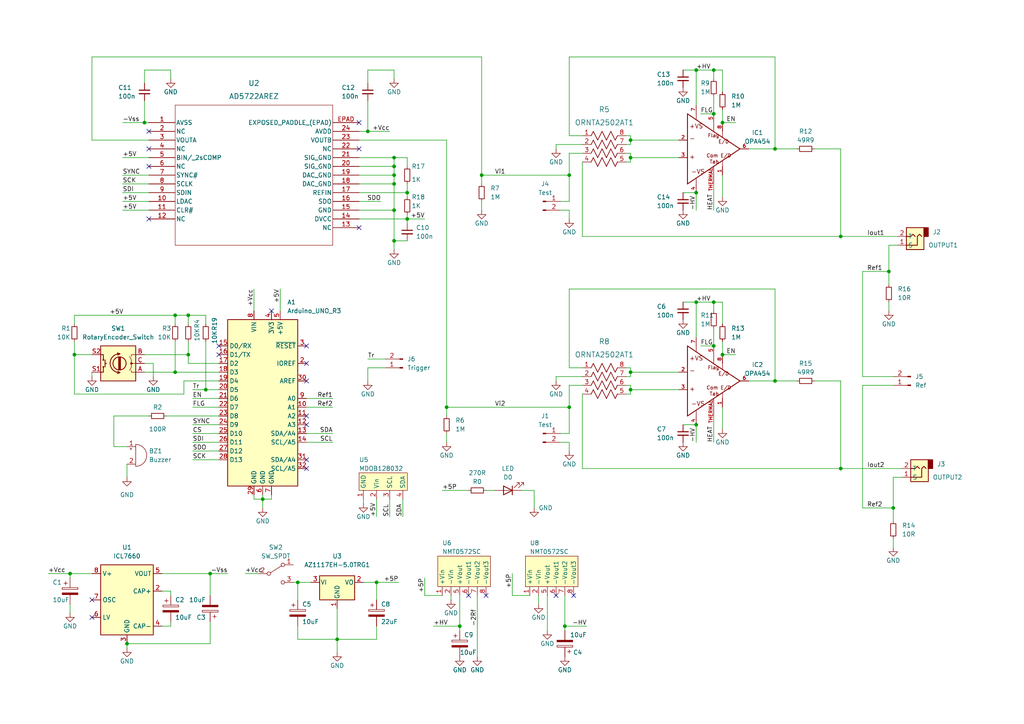
<source format=kicad_sch>
(kicad_sch (version 20211123) (generator eeschema)

  (uuid e63e39d7-6ac0-4ffd-8aa3-1841a4541b55)

  (paper "A4")

  (title_block
    (title "Dual Channel Programmable Constant Current Stimulator")
    (date "2023-06-16")
    (rev "1.0")
    (company "Dr. Monzurul Alam")
  )

  (lib_symbols
    (symbol "AD5722AREZ:AD5722AREZ" (pin_names (offset 0.254)) (in_bom yes) (on_board yes)
      (property "Reference" "U?" (id 0) (at 45.72 11.43 0)
        (effects (font (size 1.524 1.524)))
      )
      (property "Value" "AD5722AREZ" (id 1) (at 45.72 7.62 0)
        (effects (font (size 1.524 1.524)))
      )
      (property "Footprint" "RE_24_ADI" (id 2) (at 15.24 0 0)
        (effects (font (size 1.27 1.27) italic) hide)
      )
      (property "Datasheet" "AD5722AREZ" (id 3) (at 15.24 0 0)
        (effects (font (size 1.27 1.27) italic) hide)
      )
      (property "ki_locked" "" (id 4) (at 0 0 0)
        (effects (font (size 1.27 1.27)))
      )
      (property "ki_keywords" "AD5722AREZ" (id 5) (at 0 0 0)
        (effects (font (size 1.27 1.27)) hide)
      )
      (property "ki_fp_filters" "RE_24_ADI RE_24_ADI-M RE_24_ADI-L" (id 6) (at 0 0 0)
        (effects (font (size 1.27 1.27)) hide)
      )
      (symbol "AD5722AREZ_0_1"
        (polyline
          (pts
            (xy 22.86 -35.56)
            (xy 68.58 -35.56)
          )
          (stroke (width 0.127) (type default) (color 0 0 0 0))
          (fill (type none))
        )
        (polyline
          (pts
            (xy 22.86 5.08)
            (xy 22.86 -35.56)
          )
          (stroke (width 0.127) (type default) (color 0 0 0 0))
          (fill (type none))
        )
        (polyline
          (pts
            (xy 68.58 -35.56)
            (xy 68.58 5.08)
          )
          (stroke (width 0.127) (type default) (color 0 0 0 0))
          (fill (type none))
        )
        (polyline
          (pts
            (xy 68.58 5.08)
            (xy 22.86 5.08)
          )
          (stroke (width 0.127) (type default) (color 0 0 0 0))
          (fill (type none))
        )
        (pin unspecified line (at 15.24 0 0) (length 7.62)
          (name "AVSS" (effects (font (size 1.27 1.27))))
          (number "1" (effects (font (size 1.27 1.27))))
        )
        (pin unspecified line (at 15.24 -22.86 0) (length 7.62)
          (name "LDAC" (effects (font (size 1.27 1.27))))
          (number "10" (effects (font (size 1.27 1.27))))
        )
        (pin unspecified line (at 15.24 -25.4 0) (length 7.62)
          (name "CLR#" (effects (font (size 1.27 1.27))))
          (number "11" (effects (font (size 1.27 1.27))))
        )
        (pin unspecified line (at 15.24 -27.94 0) (length 7.62)
          (name "NC" (effects (font (size 1.27 1.27))))
          (number "12" (effects (font (size 1.27 1.27))))
        )
        (pin unspecified line (at 76.2 -30.48 180) (length 7.62)
          (name "NC" (effects (font (size 1.27 1.27))))
          (number "13" (effects (font (size 1.27 1.27))))
        )
        (pin power_in line (at 76.2 -27.94 180) (length 7.62)
          (name "DVCC" (effects (font (size 1.27 1.27))))
          (number "14" (effects (font (size 1.27 1.27))))
        )
        (pin unspecified line (at 76.2 -25.4 180) (length 7.62)
          (name "GND" (effects (font (size 1.27 1.27))))
          (number "15" (effects (font (size 1.27 1.27))))
        )
        (pin unspecified line (at 76.2 -22.86 180) (length 7.62)
          (name "SDO" (effects (font (size 1.27 1.27))))
          (number "16" (effects (font (size 1.27 1.27))))
        )
        (pin unspecified line (at 76.2 -20.32 180) (length 7.62)
          (name "REFIN" (effects (font (size 1.27 1.27))))
          (number "17" (effects (font (size 1.27 1.27))))
        )
        (pin unspecified line (at 76.2 -17.78 180) (length 7.62)
          (name "DAC_GND" (effects (font (size 1.27 1.27))))
          (number "18" (effects (font (size 1.27 1.27))))
        )
        (pin unspecified line (at 76.2 -15.24 180) (length 7.62)
          (name "DAC_GND" (effects (font (size 1.27 1.27))))
          (number "19" (effects (font (size 1.27 1.27))))
        )
        (pin unspecified line (at 15.24 -2.54 0) (length 7.62)
          (name "NC" (effects (font (size 1.27 1.27))))
          (number "2" (effects (font (size 1.27 1.27))))
        )
        (pin unspecified line (at 76.2 -12.7 180) (length 7.62)
          (name "SIG_GND" (effects (font (size 1.27 1.27))))
          (number "20" (effects (font (size 1.27 1.27))))
        )
        (pin unspecified line (at 76.2 -10.16 180) (length 7.62)
          (name "SIG_GND" (effects (font (size 1.27 1.27))))
          (number "21" (effects (font (size 1.27 1.27))))
        )
        (pin unspecified line (at 76.2 -7.62 180) (length 7.62)
          (name "NC" (effects (font (size 1.27 1.27))))
          (number "22" (effects (font (size 1.27 1.27))))
        )
        (pin unspecified line (at 76.2 -5.08 180) (length 7.62)
          (name "VOUTB" (effects (font (size 1.27 1.27))))
          (number "23" (effects (font (size 1.27 1.27))))
        )
        (pin power_in line (at 76.2 -2.54 180) (length 7.62)
          (name "AVDD" (effects (font (size 1.27 1.27))))
          (number "24" (effects (font (size 1.27 1.27))))
        )
        (pin unspecified line (at 15.24 -5.08 0) (length 7.62)
          (name "VOUTA" (effects (font (size 1.27 1.27))))
          (number "3" (effects (font (size 1.27 1.27))))
        )
        (pin unspecified line (at 15.24 -7.62 0) (length 7.62)
          (name "NC" (effects (font (size 1.27 1.27))))
          (number "4" (effects (font (size 1.27 1.27))))
        )
        (pin unspecified line (at 15.24 -10.16 0) (length 7.62)
          (name "BIN/_2sCOMP" (effects (font (size 1.27 1.27))))
          (number "5" (effects (font (size 1.27 1.27))))
        )
        (pin unspecified line (at 15.24 -12.7 0) (length 7.62)
          (name "NC" (effects (font (size 1.27 1.27))))
          (number "6" (effects (font (size 1.27 1.27))))
        )
        (pin unspecified line (at 15.24 -15.24 0) (length 7.62)
          (name "SYNC#" (effects (font (size 1.27 1.27))))
          (number "7" (effects (font (size 1.27 1.27))))
        )
        (pin unspecified line (at 15.24 -17.78 0) (length 7.62)
          (name "SCLK" (effects (font (size 1.27 1.27))))
          (number "8" (effects (font (size 1.27 1.27))))
        )
        (pin unspecified line (at 15.24 -20.32 0) (length 7.62)
          (name "SDIN" (effects (font (size 1.27 1.27))))
          (number "9" (effects (font (size 1.27 1.27))))
        )
        (pin power_in line (at 76.2 0 180) (length 7.62)
          (name "EXPOSED_PADDLE_(EPAD)" (effects (font (size 1.27 1.27))))
          (number "EPAD" (effects (font (size 1.27 1.27))))
        )
      )
    )
    (symbol "Connector:AudioJack2" (in_bom yes) (on_board yes)
      (property "Reference" "J1" (id 0) (at 5.08 1.27 0)
        (effects (font (size 1.27 1.27)) (justify right))
      )
      (property "Value" "OUTPUT" (id 1) (at -1.27 -5.08 0)
        (effects (font (size 1.27 1.27)) (justify right))
      )
      (property "Footprint" "RehabExo:CUI_MJ-2506N" (id 2) (at 0 -1.27 0)
        (effects (font (size 1.27 1.27)) hide)
      )
      (property "Datasheet" "~" (id 3) (at 0 0 0)
        (effects (font (size 1.27 1.27)) hide)
      )
      (property "ki_keywords" "audio jack receptacle mono phone headphone TS connector" (id 4) (at 0 0 0)
        (effects (font (size 1.27 1.27)) hide)
      )
      (property "ki_description" "Audio Jack, 2 Poles (Mono / TS)" (id 5) (at 0 0 0)
        (effects (font (size 1.27 1.27)) hide)
      )
      (property "ki_fp_filters" "Jack*" (id 6) (at 0 0 0)
        (effects (font (size 1.27 1.27)) hide)
      )
      (symbol "AudioJack2_0_1"
        (rectangle (start -3.81 0) (end -2.54 -2.54)
          (stroke (width 0.254) (type default) (color 0 0 0 0))
          (fill (type outline))
        )
        (rectangle (start -2.54 3.81) (end 2.54 -2.54)
          (stroke (width 0.254) (type default) (color 0 0 0 0))
          (fill (type background))
        )
        (polyline
          (pts
            (xy 0 0)
            (xy 0.635 -0.635)
            (xy 1.27 0)
            (xy 2.54 0)
          )
          (stroke (width 0.254) (type default) (color 0 0 0 0))
          (fill (type none))
        )
        (polyline
          (pts
            (xy 2.54 2.54)
            (xy -0.635 2.54)
            (xy -0.635 0)
            (xy -1.27 -0.635)
            (xy -1.905 0)
          )
          (stroke (width 0.254) (type default) (color 0 0 0 0))
          (fill (type none))
        )
      )
      (symbol "AudioJack2_1_1"
        (pin passive line (at 5.08 2.54 180) (length 2.54)
          (name "S" (effects (font (size 1.27 1.27))))
          (number "1" (effects (font (size 1.27 1.27))))
        )
        (pin passive line (at 5.08 0 180) (length 2.54)
          (name "T" (effects (font (size 1.27 1.27))))
          (number "2" (effects (font (size 1.27 1.27))))
        )
      )
    )
    (symbol "Connector:Conn_01x02_Male" (pin_names (offset 1.016) hide) (in_bom yes) (on_board yes)
      (property "Reference" "J" (id 0) (at 0 2.54 0)
        (effects (font (size 1.27 1.27)))
      )
      (property "Value" "Conn_01x02_Male" (id 1) (at 0 -5.08 0)
        (effects (font (size 1.27 1.27)))
      )
      (property "Footprint" "" (id 2) (at 0 0 0)
        (effects (font (size 1.27 1.27)) hide)
      )
      (property "Datasheet" "~" (id 3) (at 0 0 0)
        (effects (font (size 1.27 1.27)) hide)
      )
      (property "ki_keywords" "connector" (id 4) (at 0 0 0)
        (effects (font (size 1.27 1.27)) hide)
      )
      (property "ki_description" "Generic connector, single row, 01x02, script generated (kicad-library-utils/schlib/autogen/connector/)" (id 5) (at 0 0 0)
        (effects (font (size 1.27 1.27)) hide)
      )
      (property "ki_fp_filters" "Connector*:*_1x??_*" (id 6) (at 0 0 0)
        (effects (font (size 1.27 1.27)) hide)
      )
      (symbol "Conn_01x02_Male_1_1"
        (polyline
          (pts
            (xy 1.27 -2.54)
            (xy 0.8636 -2.54)
          )
          (stroke (width 0.1524) (type default) (color 0 0 0 0))
          (fill (type none))
        )
        (polyline
          (pts
            (xy 1.27 0)
            (xy 0.8636 0)
          )
          (stroke (width 0.1524) (type default) (color 0 0 0 0))
          (fill (type none))
        )
        (rectangle (start 0.8636 -2.413) (end 0 -2.667)
          (stroke (width 0.1524) (type default) (color 0 0 0 0))
          (fill (type outline))
        )
        (rectangle (start 0.8636 0.127) (end 0 -0.127)
          (stroke (width 0.1524) (type default) (color 0 0 0 0))
          (fill (type outline))
        )
        (pin passive line (at 5.08 0 180) (length 3.81)
          (name "Pin_1" (effects (font (size 1.27 1.27))))
          (number "1" (effects (font (size 1.27 1.27))))
        )
        (pin passive line (at 5.08 -2.54 180) (length 3.81)
          (name "Pin_2" (effects (font (size 1.27 1.27))))
          (number "2" (effects (font (size 1.27 1.27))))
        )
      )
    )
    (symbol "Custom_Library:MDOB128032" (in_bom yes) (on_board yes)
      (property "Reference" "U" (id 0) (at 0 7.62 0)
        (effects (font (size 1.27 1.27)))
      )
      (property "Value" "MDOB128032" (id 1) (at 0 5.08 0)
        (effects (font (size 1.27 1.27)))
      )
      (property "Footprint" "" (id 2) (at -1.27 1.27 0)
        (effects (font (size 1.27 1.27)) hide)
      )
      (property "Datasheet" "" (id 3) (at -1.27 1.27 0)
        (effects (font (size 1.27 1.27)) hide)
      )
      (symbol "MDOB128032_0_1"
        (rectangle (start -6.35 3.81) (end -6.35 3.81)
          (stroke (width 0) (type default) (color 0 0 0 0))
          (fill (type none))
        )
        (rectangle (start 6.35 -1.27) (end -7.62 3.81)
          (stroke (width 0) (type default) (color 0 0 0 0))
          (fill (type background))
        )
      )
      (symbol "MDOB128032_1_1"
        (pin passive line (at -6.35 -3.81 90) (length 2.54)
          (name "GND" (effects (font (size 1.27 1.27))))
          (number "1" (effects (font (size 1.27 1.27))))
        )
        (pin power_in line (at -2.54 -3.81 90) (length 2.54)
          (name "Vin" (effects (font (size 1.27 1.27))))
          (number "2" (effects (font (size 1.27 1.27))))
        )
        (pin input line (at 1.27 -3.81 90) (length 2.54)
          (name "SCL" (effects (font (size 1.27 1.27))))
          (number "3" (effects (font (size 1.27 1.27))))
        )
        (pin input line (at 5.08 -3.81 90) (length 2.54)
          (name "SDA" (effects (font (size 1.27 1.27))))
          (number "4" (effects (font (size 1.27 1.27))))
        )
      )
    )
    (symbol "Custom_Library:NMT0572SC" (in_bom yes) (on_board yes)
      (property "Reference" "U" (id 0) (at -7.62 7.62 0)
        (effects (font (size 1.27 1.27)))
      )
      (property "Value" "NMT0572SC" (id 1) (at 2.54 7.62 0)
        (effects (font (size 1.27 1.27)))
      )
      (property "Footprint" "" (id 2) (at -1.27 -7.62 0)
        (effects (font (size 1.27 1.27)) hide)
      )
      (property "Datasheet" "" (id 3) (at -1.27 -7.62 0)
        (effects (font (size 1.27 1.27)) hide)
      )
      (symbol "NMT0572SC_0_1"
        (rectangle (start -7.62 6.35) (end 7.62 -2.54)
          (stroke (width 0) (type default) (color 0 0 0 0))
          (fill (type background))
        )
      )
      (symbol "NMT0572SC_1_1"
        (pin power_in line (at -6.35 -5.08 90) (length 2.54)
          (name "+Vin" (effects (font (size 1.27 1.27))))
          (number "1" (effects (font (size 1.27 1.27))))
        )
        (pin power_in line (at -3.81 -5.08 90) (length 2.54)
          (name "-Vin" (effects (font (size 1.27 1.27))))
          (number "2" (effects (font (size 1.27 1.27))))
        )
        (pin power_out line (at -1.27 -5.08 90) (length 2.54)
          (name "+Vout" (effects (font (size 1.27 1.27))))
          (number "5" (effects (font (size 1.27 1.27))))
        )
        (pin power_out line (at 1.27 -5.08 90) (length 2.54)
          (name "-Vout1" (effects (font (size 1.27 1.27))))
          (number "6" (effects (font (size 1.27 1.27))))
        )
        (pin power_out line (at 3.81 -5.08 90) (length 2.54)
          (name "-Vout2" (effects (font (size 1.27 1.27))))
          (number "7" (effects (font (size 1.27 1.27))))
        )
        (pin power_out line (at 6.35 -5.08 90) (length 2.54)
          (name "-Vout3" (effects (font (size 1.27 1.27))))
          (number "8" (effects (font (size 1.27 1.27))))
        )
      )
    )
    (symbol "Device:Buzzer" (pin_names (offset 0.0254) hide) (in_bom yes) (on_board yes)
      (property "Reference" "BZ" (id 0) (at 3.81 1.27 0)
        (effects (font (size 1.27 1.27)) (justify left))
      )
      (property "Value" "Buzzer" (id 1) (at 3.81 -1.27 0)
        (effects (font (size 1.27 1.27)) (justify left))
      )
      (property "Footprint" "" (id 2) (at -0.635 2.54 90)
        (effects (font (size 1.27 1.27)) hide)
      )
      (property "Datasheet" "~" (id 3) (at -0.635 2.54 90)
        (effects (font (size 1.27 1.27)) hide)
      )
      (property "ki_keywords" "quartz resonator ceramic" (id 4) (at 0 0 0)
        (effects (font (size 1.27 1.27)) hide)
      )
      (property "ki_description" "Buzzer, polarized" (id 5) (at 0 0 0)
        (effects (font (size 1.27 1.27)) hide)
      )
      (property "ki_fp_filters" "*Buzzer*" (id 6) (at 0 0 0)
        (effects (font (size 1.27 1.27)) hide)
      )
      (symbol "Buzzer_0_1"
        (arc (start 0 -3.175) (mid 3.175 0) (end 0 3.175)
          (stroke (width 0) (type default) (color 0 0 0 0))
          (fill (type none))
        )
        (polyline
          (pts
            (xy -1.651 1.905)
            (xy -1.143 1.905)
          )
          (stroke (width 0) (type default) (color 0 0 0 0))
          (fill (type none))
        )
        (polyline
          (pts
            (xy -1.397 2.159)
            (xy -1.397 1.651)
          )
          (stroke (width 0) (type default) (color 0 0 0 0))
          (fill (type none))
        )
        (polyline
          (pts
            (xy 0 3.175)
            (xy 0 -3.175)
          )
          (stroke (width 0) (type default) (color 0 0 0 0))
          (fill (type none))
        )
      )
      (symbol "Buzzer_1_1"
        (pin passive line (at -2.54 2.54 0) (length 2.54)
          (name "-" (effects (font (size 1.27 1.27))))
          (number "1" (effects (font (size 1.27 1.27))))
        )
        (pin passive line (at -2.54 -2.54 0) (length 2.54)
          (name "+" (effects (font (size 1.27 1.27))))
          (number "2" (effects (font (size 1.27 1.27))))
        )
      )
    )
    (symbol "Device:C_Polarized" (pin_numbers hide) (pin_names (offset 0.254)) (in_bom yes) (on_board yes)
      (property "Reference" "C" (id 0) (at 0.635 2.54 0)
        (effects (font (size 1.27 1.27)) (justify left))
      )
      (property "Value" "C_Polarized" (id 1) (at 0.635 -2.54 0)
        (effects (font (size 1.27 1.27)) (justify left))
      )
      (property "Footprint" "" (id 2) (at 0.9652 -3.81 0)
        (effects (font (size 1.27 1.27)) hide)
      )
      (property "Datasheet" "~" (id 3) (at 0 0 0)
        (effects (font (size 1.27 1.27)) hide)
      )
      (property "ki_keywords" "cap capacitor" (id 4) (at 0 0 0)
        (effects (font (size 1.27 1.27)) hide)
      )
      (property "ki_description" "Polarized capacitor" (id 5) (at 0 0 0)
        (effects (font (size 1.27 1.27)) hide)
      )
      (property "ki_fp_filters" "CP_*" (id 6) (at 0 0 0)
        (effects (font (size 1.27 1.27)) hide)
      )
      (symbol "C_Polarized_0_1"
        (rectangle (start -2.286 0.508) (end 2.286 1.016)
          (stroke (width 0) (type default) (color 0 0 0 0))
          (fill (type none))
        )
        (polyline
          (pts
            (xy -1.778 2.286)
            (xy -0.762 2.286)
          )
          (stroke (width 0) (type default) (color 0 0 0 0))
          (fill (type none))
        )
        (polyline
          (pts
            (xy -1.27 2.794)
            (xy -1.27 1.778)
          )
          (stroke (width 0) (type default) (color 0 0 0 0))
          (fill (type none))
        )
        (rectangle (start 2.286 -0.508) (end -2.286 -1.016)
          (stroke (width 0) (type default) (color 0 0 0 0))
          (fill (type outline))
        )
      )
      (symbol "C_Polarized_1_1"
        (pin passive line (at 0 3.81 270) (length 2.794)
          (name "~" (effects (font (size 1.27 1.27))))
          (number "1" (effects (font (size 1.27 1.27))))
        )
        (pin passive line (at 0 -3.81 90) (length 2.794)
          (name "~" (effects (font (size 1.27 1.27))))
          (number "2" (effects (font (size 1.27 1.27))))
        )
      )
    )
    (symbol "Device:C_Small" (pin_numbers hide) (pin_names (offset 0.254) hide) (in_bom yes) (on_board yes)
      (property "Reference" "C" (id 0) (at 0.254 1.778 0)
        (effects (font (size 1.27 1.27)) (justify left))
      )
      (property "Value" "C_Small" (id 1) (at 0.254 -2.032 0)
        (effects (font (size 1.27 1.27)) (justify left))
      )
      (property "Footprint" "" (id 2) (at 0 0 0)
        (effects (font (size 1.27 1.27)) hide)
      )
      (property "Datasheet" "~" (id 3) (at 0 0 0)
        (effects (font (size 1.27 1.27)) hide)
      )
      (property "ki_keywords" "capacitor cap" (id 4) (at 0 0 0)
        (effects (font (size 1.27 1.27)) hide)
      )
      (property "ki_description" "Unpolarized capacitor, small symbol" (id 5) (at 0 0 0)
        (effects (font (size 1.27 1.27)) hide)
      )
      (property "ki_fp_filters" "C_*" (id 6) (at 0 0 0)
        (effects (font (size 1.27 1.27)) hide)
      )
      (symbol "C_Small_0_1"
        (polyline
          (pts
            (xy -1.524 -0.508)
            (xy 1.524 -0.508)
          )
          (stroke (width 0.3302) (type default) (color 0 0 0 0))
          (fill (type none))
        )
        (polyline
          (pts
            (xy -1.524 0.508)
            (xy 1.524 0.508)
          )
          (stroke (width 0.3048) (type default) (color 0 0 0 0))
          (fill (type none))
        )
      )
      (symbol "C_Small_1_1"
        (pin passive line (at 0 2.54 270) (length 2.032)
          (name "~" (effects (font (size 1.27 1.27))))
          (number "1" (effects (font (size 1.27 1.27))))
        )
        (pin passive line (at 0 -2.54 90) (length 2.032)
          (name "~" (effects (font (size 1.27 1.27))))
          (number "2" (effects (font (size 1.27 1.27))))
        )
      )
    )
    (symbol "Device:LED" (pin_numbers hide) (pin_names (offset 1.016) hide) (in_bom yes) (on_board yes)
      (property "Reference" "D" (id 0) (at 0 2.54 0)
        (effects (font (size 1.27 1.27)))
      )
      (property "Value" "LED" (id 1) (at 0 -2.54 0)
        (effects (font (size 1.27 1.27)))
      )
      (property "Footprint" "" (id 2) (at 0 0 0)
        (effects (font (size 1.27 1.27)) hide)
      )
      (property "Datasheet" "~" (id 3) (at 0 0 0)
        (effects (font (size 1.27 1.27)) hide)
      )
      (property "ki_keywords" "LED diode" (id 4) (at 0 0 0)
        (effects (font (size 1.27 1.27)) hide)
      )
      (property "ki_description" "Light emitting diode" (id 5) (at 0 0 0)
        (effects (font (size 1.27 1.27)) hide)
      )
      (property "ki_fp_filters" "LED* LED_SMD:* LED_THT:*" (id 6) (at 0 0 0)
        (effects (font (size 1.27 1.27)) hide)
      )
      (symbol "LED_0_1"
        (polyline
          (pts
            (xy -1.27 -1.27)
            (xy -1.27 1.27)
          )
          (stroke (width 0.254) (type default) (color 0 0 0 0))
          (fill (type none))
        )
        (polyline
          (pts
            (xy -1.27 0)
            (xy 1.27 0)
          )
          (stroke (width 0) (type default) (color 0 0 0 0))
          (fill (type none))
        )
        (polyline
          (pts
            (xy 1.27 -1.27)
            (xy 1.27 1.27)
            (xy -1.27 0)
            (xy 1.27 -1.27)
          )
          (stroke (width 0.254) (type default) (color 0 0 0 0))
          (fill (type none))
        )
        (polyline
          (pts
            (xy -3.048 -0.762)
            (xy -4.572 -2.286)
            (xy -3.81 -2.286)
            (xy -4.572 -2.286)
            (xy -4.572 -1.524)
          )
          (stroke (width 0) (type default) (color 0 0 0 0))
          (fill (type none))
        )
        (polyline
          (pts
            (xy -1.778 -0.762)
            (xy -3.302 -2.286)
            (xy -2.54 -2.286)
            (xy -3.302 -2.286)
            (xy -3.302 -1.524)
          )
          (stroke (width 0) (type default) (color 0 0 0 0))
          (fill (type none))
        )
      )
      (symbol "LED_1_1"
        (pin passive line (at -3.81 0 0) (length 2.54)
          (name "K" (effects (font (size 1.27 1.27))))
          (number "1" (effects (font (size 1.27 1.27))))
        )
        (pin passive line (at 3.81 0 180) (length 2.54)
          (name "A" (effects (font (size 1.27 1.27))))
          (number "2" (effects (font (size 1.27 1.27))))
        )
      )
    )
    (symbol "Device:R_Small" (pin_numbers hide) (pin_names (offset 0.254) hide) (in_bom yes) (on_board yes)
      (property "Reference" "R" (id 0) (at 0.762 0.508 0)
        (effects (font (size 1.27 1.27)) (justify left))
      )
      (property "Value" "R_Small" (id 1) (at 0.762 -1.016 0)
        (effects (font (size 1.27 1.27)) (justify left))
      )
      (property "Footprint" "" (id 2) (at 0 0 0)
        (effects (font (size 1.27 1.27)) hide)
      )
      (property "Datasheet" "~" (id 3) (at 0 0 0)
        (effects (font (size 1.27 1.27)) hide)
      )
      (property "ki_keywords" "R resistor" (id 4) (at 0 0 0)
        (effects (font (size 1.27 1.27)) hide)
      )
      (property "ki_description" "Resistor, small symbol" (id 5) (at 0 0 0)
        (effects (font (size 1.27 1.27)) hide)
      )
      (property "ki_fp_filters" "R_*" (id 6) (at 0 0 0)
        (effects (font (size 1.27 1.27)) hide)
      )
      (symbol "R_Small_0_1"
        (rectangle (start -0.762 1.778) (end 0.762 -1.778)
          (stroke (width 0.2032) (type default) (color 0 0 0 0))
          (fill (type none))
        )
      )
      (symbol "R_Small_1_1"
        (pin passive line (at 0 2.54 270) (length 0.762)
          (name "~" (effects (font (size 1.27 1.27))))
          (number "1" (effects (font (size 1.27 1.27))))
        )
        (pin passive line (at 0 -2.54 90) (length 0.762)
          (name "~" (effects (font (size 1.27 1.27))))
          (number "2" (effects (font (size 1.27 1.27))))
        )
      )
    )
    (symbol "Device:RotaryEncoder_Switch" (pin_names (offset 0.254) hide) (in_bom yes) (on_board yes)
      (property "Reference" "SW" (id 0) (at 0 6.604 0)
        (effects (font (size 1.27 1.27)))
      )
      (property "Value" "RotaryEncoder_Switch" (id 1) (at 0 -6.604 0)
        (effects (font (size 1.27 1.27)))
      )
      (property "Footprint" "" (id 2) (at -3.81 4.064 0)
        (effects (font (size 1.27 1.27)) hide)
      )
      (property "Datasheet" "~" (id 3) (at 0 6.604 0)
        (effects (font (size 1.27 1.27)) hide)
      )
      (property "ki_keywords" "rotary switch encoder switch push button" (id 4) (at 0 0 0)
        (effects (font (size 1.27 1.27)) hide)
      )
      (property "ki_description" "Rotary encoder, dual channel, incremental quadrate outputs, with switch" (id 5) (at 0 0 0)
        (effects (font (size 1.27 1.27)) hide)
      )
      (property "ki_fp_filters" "RotaryEncoder*Switch*" (id 6) (at 0 0 0)
        (effects (font (size 1.27 1.27)) hide)
      )
      (symbol "RotaryEncoder_Switch_0_1"
        (rectangle (start -5.08 5.08) (end 5.08 -5.08)
          (stroke (width 0.254) (type default) (color 0 0 0 0))
          (fill (type background))
        )
        (circle (center -3.81 0) (radius 0.254)
          (stroke (width 0) (type default) (color 0 0 0 0))
          (fill (type outline))
        )
        (arc (start -0.381 -2.794) (mid 2.3622 -0.0508) (end -0.381 2.667)
          (stroke (width 0.254) (type default) (color 0 0 0 0))
          (fill (type none))
        )
        (circle (center -0.381 0) (radius 1.905)
          (stroke (width 0.254) (type default) (color 0 0 0 0))
          (fill (type none))
        )
        (polyline
          (pts
            (xy -0.635 -1.778)
            (xy -0.635 1.778)
          )
          (stroke (width 0.254) (type default) (color 0 0 0 0))
          (fill (type none))
        )
        (polyline
          (pts
            (xy -0.381 -1.778)
            (xy -0.381 1.778)
          )
          (stroke (width 0.254) (type default) (color 0 0 0 0))
          (fill (type none))
        )
        (polyline
          (pts
            (xy -0.127 1.778)
            (xy -0.127 -1.778)
          )
          (stroke (width 0.254) (type default) (color 0 0 0 0))
          (fill (type none))
        )
        (polyline
          (pts
            (xy 3.81 0)
            (xy 3.429 0)
          )
          (stroke (width 0.254) (type default) (color 0 0 0 0))
          (fill (type none))
        )
        (polyline
          (pts
            (xy 3.81 1.016)
            (xy 3.81 -1.016)
          )
          (stroke (width 0.254) (type default) (color 0 0 0 0))
          (fill (type none))
        )
        (polyline
          (pts
            (xy -5.08 -2.54)
            (xy -3.81 -2.54)
            (xy -3.81 -2.032)
          )
          (stroke (width 0) (type default) (color 0 0 0 0))
          (fill (type none))
        )
        (polyline
          (pts
            (xy -5.08 2.54)
            (xy -3.81 2.54)
            (xy -3.81 2.032)
          )
          (stroke (width 0) (type default) (color 0 0 0 0))
          (fill (type none))
        )
        (polyline
          (pts
            (xy 0.254 -3.048)
            (xy -0.508 -2.794)
            (xy 0.127 -2.413)
          )
          (stroke (width 0.254) (type default) (color 0 0 0 0))
          (fill (type none))
        )
        (polyline
          (pts
            (xy 0.254 2.921)
            (xy -0.508 2.667)
            (xy 0.127 2.286)
          )
          (stroke (width 0.254) (type default) (color 0 0 0 0))
          (fill (type none))
        )
        (polyline
          (pts
            (xy 5.08 -2.54)
            (xy 4.318 -2.54)
            (xy 4.318 -1.016)
          )
          (stroke (width 0.254) (type default) (color 0 0 0 0))
          (fill (type none))
        )
        (polyline
          (pts
            (xy 5.08 2.54)
            (xy 4.318 2.54)
            (xy 4.318 1.016)
          )
          (stroke (width 0.254) (type default) (color 0 0 0 0))
          (fill (type none))
        )
        (polyline
          (pts
            (xy -5.08 0)
            (xy -3.81 0)
            (xy -3.81 -1.016)
            (xy -3.302 -2.032)
          )
          (stroke (width 0) (type default) (color 0 0 0 0))
          (fill (type none))
        )
        (polyline
          (pts
            (xy -4.318 0)
            (xy -3.81 0)
            (xy -3.81 1.016)
            (xy -3.302 2.032)
          )
          (stroke (width 0) (type default) (color 0 0 0 0))
          (fill (type none))
        )
        (circle (center 4.318 -1.016) (radius 0.127)
          (stroke (width 0.254) (type default) (color 0 0 0 0))
          (fill (type none))
        )
        (circle (center 4.318 1.016) (radius 0.127)
          (stroke (width 0.254) (type default) (color 0 0 0 0))
          (fill (type none))
        )
      )
      (symbol "RotaryEncoder_Switch_1_1"
        (pin passive line (at -7.62 2.54 0) (length 2.54)
          (name "A" (effects (font (size 1.27 1.27))))
          (number "A" (effects (font (size 1.27 1.27))))
        )
        (pin passive line (at -7.62 -2.54 0) (length 2.54)
          (name "B" (effects (font (size 1.27 1.27))))
          (number "B" (effects (font (size 1.27 1.27))))
        )
        (pin passive line (at -7.62 0 0) (length 2.54)
          (name "C" (effects (font (size 1.27 1.27))))
          (number "C" (effects (font (size 1.27 1.27))))
        )
        (pin passive line (at 7.62 2.54 180) (length 2.54)
          (name "S1" (effects (font (size 1.27 1.27))))
          (number "S1" (effects (font (size 1.27 1.27))))
        )
        (pin passive line (at 7.62 -2.54 180) (length 2.54)
          (name "S2" (effects (font (size 1.27 1.27))))
          (number "S2" (effects (font (size 1.27 1.27))))
        )
      )
    )
    (symbol "MCU_Module:Arduino_UNO_R3" (in_bom yes) (on_board yes)
      (property "Reference" "A" (id 0) (at -10.16 23.495 0)
        (effects (font (size 1.27 1.27)) (justify left bottom))
      )
      (property "Value" "Arduino_UNO_R3" (id 1) (at 5.08 -26.67 0)
        (effects (font (size 1.27 1.27)) (justify left top))
      )
      (property "Footprint" "Module:Arduino_UNO_R3" (id 2) (at 0 0 0)
        (effects (font (size 1.27 1.27) italic) hide)
      )
      (property "Datasheet" "https://www.arduino.cc/en/Main/arduinoBoardUno" (id 3) (at 0 0 0)
        (effects (font (size 1.27 1.27)) hide)
      )
      (property "ki_keywords" "Arduino UNO R3 Microcontroller Module Atmel AVR USB" (id 4) (at 0 0 0)
        (effects (font (size 1.27 1.27)) hide)
      )
      (property "ki_description" "Arduino UNO Microcontroller Module, release 3" (id 5) (at 0 0 0)
        (effects (font (size 1.27 1.27)) hide)
      )
      (property "ki_fp_filters" "Arduino*UNO*R3*" (id 6) (at 0 0 0)
        (effects (font (size 1.27 1.27)) hide)
      )
      (symbol "Arduino_UNO_R3_0_1"
        (rectangle (start -10.16 22.86) (end 10.16 -25.4)
          (stroke (width 0.254) (type default) (color 0 0 0 0))
          (fill (type background))
        )
      )
      (symbol "Arduino_UNO_R3_1_1"
        (pin no_connect line (at -10.16 -20.32 0) (length 2.54) hide
          (name "NC" (effects (font (size 1.27 1.27))))
          (number "1" (effects (font (size 1.27 1.27))))
        )
        (pin bidirectional line (at 12.7 -2.54 180) (length 2.54)
          (name "A1" (effects (font (size 1.27 1.27))))
          (number "10" (effects (font (size 1.27 1.27))))
        )
        (pin bidirectional line (at 12.7 -5.08 180) (length 2.54)
          (name "A2" (effects (font (size 1.27 1.27))))
          (number "11" (effects (font (size 1.27 1.27))))
        )
        (pin bidirectional line (at 12.7 -7.62 180) (length 2.54)
          (name "A3" (effects (font (size 1.27 1.27))))
          (number "12" (effects (font (size 1.27 1.27))))
        )
        (pin bidirectional line (at 12.7 -10.16 180) (length 2.54)
          (name "SDA/A4" (effects (font (size 1.27 1.27))))
          (number "13" (effects (font (size 1.27 1.27))))
        )
        (pin bidirectional line (at 12.7 -12.7 180) (length 2.54)
          (name "SCL/A5" (effects (font (size 1.27 1.27))))
          (number "14" (effects (font (size 1.27 1.27))))
        )
        (pin bidirectional line (at -12.7 15.24 0) (length 2.54)
          (name "D0/RX" (effects (font (size 1.27 1.27))))
          (number "15" (effects (font (size 1.27 1.27))))
        )
        (pin bidirectional line (at -12.7 12.7 0) (length 2.54)
          (name "D1/TX" (effects (font (size 1.27 1.27))))
          (number "16" (effects (font (size 1.27 1.27))))
        )
        (pin bidirectional line (at -12.7 10.16 0) (length 2.54)
          (name "D2" (effects (font (size 1.27 1.27))))
          (number "17" (effects (font (size 1.27 1.27))))
        )
        (pin bidirectional line (at -12.7 7.62 0) (length 2.54)
          (name "D3" (effects (font (size 1.27 1.27))))
          (number "18" (effects (font (size 1.27 1.27))))
        )
        (pin bidirectional line (at -12.7 5.08 0) (length 2.54)
          (name "D4" (effects (font (size 1.27 1.27))))
          (number "19" (effects (font (size 1.27 1.27))))
        )
        (pin output line (at 12.7 10.16 180) (length 2.54)
          (name "IOREF" (effects (font (size 1.27 1.27))))
          (number "2" (effects (font (size 1.27 1.27))))
        )
        (pin bidirectional line (at -12.7 2.54 0) (length 2.54)
          (name "D5" (effects (font (size 1.27 1.27))))
          (number "20" (effects (font (size 1.27 1.27))))
        )
        (pin bidirectional line (at -12.7 0 0) (length 2.54)
          (name "D6" (effects (font (size 1.27 1.27))))
          (number "21" (effects (font (size 1.27 1.27))))
        )
        (pin bidirectional line (at -12.7 -2.54 0) (length 2.54)
          (name "D7" (effects (font (size 1.27 1.27))))
          (number "22" (effects (font (size 1.27 1.27))))
        )
        (pin bidirectional line (at -12.7 -5.08 0) (length 2.54)
          (name "D8" (effects (font (size 1.27 1.27))))
          (number "23" (effects (font (size 1.27 1.27))))
        )
        (pin bidirectional line (at -12.7 -7.62 0) (length 2.54)
          (name "D9" (effects (font (size 1.27 1.27))))
          (number "24" (effects (font (size 1.27 1.27))))
        )
        (pin bidirectional line (at -12.7 -10.16 0) (length 2.54)
          (name "D10" (effects (font (size 1.27 1.27))))
          (number "25" (effects (font (size 1.27 1.27))))
        )
        (pin bidirectional line (at -12.7 -12.7 0) (length 2.54)
          (name "D11" (effects (font (size 1.27 1.27))))
          (number "26" (effects (font (size 1.27 1.27))))
        )
        (pin bidirectional line (at -12.7 -15.24 0) (length 2.54)
          (name "D12" (effects (font (size 1.27 1.27))))
          (number "27" (effects (font (size 1.27 1.27))))
        )
        (pin bidirectional line (at -12.7 -17.78 0) (length 2.54)
          (name "D13" (effects (font (size 1.27 1.27))))
          (number "28" (effects (font (size 1.27 1.27))))
        )
        (pin power_in line (at -2.54 -27.94 90) (length 2.54)
          (name "GND" (effects (font (size 1.27 1.27))))
          (number "29" (effects (font (size 1.27 1.27))))
        )
        (pin input line (at 12.7 15.24 180) (length 2.54)
          (name "~{RESET}" (effects (font (size 1.27 1.27))))
          (number "3" (effects (font (size 1.27 1.27))))
        )
        (pin input line (at 12.7 5.08 180) (length 2.54)
          (name "AREF" (effects (font (size 1.27 1.27))))
          (number "30" (effects (font (size 1.27 1.27))))
        )
        (pin bidirectional line (at 12.7 -17.78 180) (length 2.54)
          (name "SDA/A4" (effects (font (size 1.27 1.27))))
          (number "31" (effects (font (size 1.27 1.27))))
        )
        (pin bidirectional line (at 12.7 -20.32 180) (length 2.54)
          (name "SCL/A5" (effects (font (size 1.27 1.27))))
          (number "32" (effects (font (size 1.27 1.27))))
        )
        (pin power_out line (at 2.54 25.4 270) (length 2.54)
          (name "3V3" (effects (font (size 1.27 1.27))))
          (number "4" (effects (font (size 1.27 1.27))))
        )
        (pin power_out line (at 5.08 25.4 270) (length 2.54)
          (name "+5V" (effects (font (size 1.27 1.27))))
          (number "5" (effects (font (size 1.27 1.27))))
        )
        (pin power_in line (at 0 -27.94 90) (length 2.54)
          (name "GND" (effects (font (size 1.27 1.27))))
          (number "6" (effects (font (size 1.27 1.27))))
        )
        (pin power_in line (at 2.54 -27.94 90) (length 2.54)
          (name "GND" (effects (font (size 1.27 1.27))))
          (number "7" (effects (font (size 1.27 1.27))))
        )
        (pin power_in line (at -2.54 25.4 270) (length 2.54)
          (name "VIN" (effects (font (size 1.27 1.27))))
          (number "8" (effects (font (size 1.27 1.27))))
        )
        (pin bidirectional line (at 12.7 0 180) (length 2.54)
          (name "A0" (effects (font (size 1.27 1.27))))
          (number "9" (effects (font (size 1.27 1.27))))
        )
      )
    )
    (symbol "OPA454:OPA454" (pin_names (offset 1.016)) (in_bom yes) (on_board yes)
      (property "Reference" "IC" (id 0) (at 7.6251 1.7792 0)
        (effects (font (size 1.27 1.27)) (justify left bottom))
      )
      (property "Value" "OPA454" (id 1) (at 7.6256 -3.5586 0)
        (effects (font (size 1.27 1.27)) (justify left bottom))
      )
      (property "Footprint" "SO08GP" (id 2) (at 0 0 0)
        (effects (font (size 1.27 1.27)) (justify bottom) hide)
      )
      (property "Datasheet" "" (id 3) (at 0 0 0)
        (effects (font (size 1.27 1.27)) hide)
      )
      (property "PARTNUM" "296-22997-5-ND" (id 4) (at 0 0 0)
        (effects (font (size 1.27 1.27)) (justify bottom) hide)
      )
      (symbol "OPA454_0_0"
        (polyline
          (pts
            (xy -7.62 -10.16)
            (xy 0 -5.08)
          )
          (stroke (width 0.254) (type default) (color 0 0 0 0))
          (fill (type none))
        )
        (polyline
          (pts
            (xy -7.62 10.16)
            (xy -7.62 -10.16)
          )
          (stroke (width 0.254) (type default) (color 0 0 0 0))
          (fill (type none))
        )
        (polyline
          (pts
            (xy -5.08 -10.16)
            (xy -5.08 -8.636)
          )
          (stroke (width 0.1524) (type default) (color 0 0 0 0))
          (fill (type none))
        )
        (polyline
          (pts
            (xy -5.08 10.16)
            (xy -5.08 8.382)
          )
          (stroke (width 0.1524) (type default) (color 0 0 0 0))
          (fill (type none))
        )
        (polyline
          (pts
            (xy 0 -7.62)
            (xy 0 -5.08)
          )
          (stroke (width 0.1524) (type default) (color 0 0 0 0))
          (fill (type none))
        )
        (polyline
          (pts
            (xy 0 -5.08)
            (xy 7.62 0)
          )
          (stroke (width 0.254) (type default) (color 0 0 0 0))
          (fill (type none))
        )
        (polyline
          (pts
            (xy 0 7.62)
            (xy 0 5.08)
          )
          (stroke (width 0.1524) (type default) (color 0 0 0 0))
          (fill (type none))
        )
        (polyline
          (pts
            (xy 0.254 4.826)
            (xy -7.62 10.16)
          )
          (stroke (width 0.254) (type default) (color 0 0 0 0))
          (fill (type none))
        )
        (polyline
          (pts
            (xy 2.54 -5.08)
            (xy 2.54 -3.556)
          )
          (stroke (width 0.1524) (type default) (color 0 0 0 0))
          (fill (type none))
        )
        (polyline
          (pts
            (xy 2.54 5.08)
            (xy 2.54 3.302)
          )
          (stroke (width 0.1524) (type default) (color 0 0 0 0))
          (fill (type none))
        )
        (polyline
          (pts
            (xy 7.62 0)
            (xy 0.254 4.826)
          )
          (stroke (width 0.254) (type default) (color 0 0 0 0))
          (fill (type none))
        )
        (text "+" (at -7.1227 -3.0526 0)
          (effects (font (size 1.2719 1.2719)) (justify left bottom))
        )
        (text "+VS" (at -7.1167 5.8459 0)
          (effects (font (size 1.2708 1.2708)) (justify left bottom))
        )
        (text "-" (at -7.1185 2.2881 0)
          (effects (font (size 1.2712 1.2712)) (justify left bottom))
        )
        (text "-VS" (at -6.6149 -5.8516 0)
          (effects (font (size 1.2721 1.2721)) (justify left top))
        )
        (text "Com E/D" (at -2.1613 -2.5427 0)
          (effects (font (size 1.0171 1.0171)) (justify left bottom))
        )
        (text "E/D" (at 1.2703 1.5243 0)
          (effects (font (size 1.0162 1.0162)) (justify left bottom))
        )
        (text "Flag" (at -1.7784 3.3027 0)
          (effects (font (size 1.0162 1.0162)) (justify left bottom))
        )
        (text "Tab" (at -1.2721 -4.3252 0)
          (effects (font (size 1.0177 1.0177)) (justify left bottom))
        )
        (pin passive line (at 2.54 -7.62 90) (length 2.54)
          (name "~" (effects (font (size 1.016 1.016))))
          (number "1" (effects (font (size 1.016 1.016))))
        )
        (pin input line (at -10.16 2.54 0) (length 2.54)
          (name "~" (effects (font (size 1.016 1.016))))
          (number "2" (effects (font (size 1.016 1.016))))
        )
        (pin input line (at -10.16 -2.54 0) (length 2.54)
          (name "~" (effects (font (size 1.016 1.016))))
          (number "3" (effects (font (size 1.016 1.016))))
        )
        (pin passive line (at -5.08 -12.7 90) (length 2.54)
          (name "~" (effects (font (size 1.016 1.016))))
          (number "4" (effects (font (size 1.016 1.016))))
        )
        (pin passive line (at 0 10.16 270) (length 2.54)
          (name "~" (effects (font (size 1.016 1.016))))
          (number "5" (effects (font (size 1.016 1.016))))
        )
        (pin output line (at 10.16 0 180) (length 2.54)
          (name "~" (effects (font (size 1.016 1.016))))
          (number "6" (effects (font (size 1.016 1.016))))
        )
        (pin passive line (at -5.08 12.7 270) (length 2.54)
          (name "~" (effects (font (size 1.016 1.016))))
          (number "7" (effects (font (size 1.016 1.016))))
        )
        (pin passive line (at 2.54 7.62 270) (length 2.54)
          (name "~" (effects (font (size 1.016 1.016))))
          (number "8" (effects (font (size 1.016 1.016))))
        )
        (pin passive line (at 0 -10.16 90) (length 2.54)
          (name "~" (effects (font (size 1.016 1.016))))
          (number "THERMAL" (effects (font (size 1.016 1.016))))
        )
      )
    )
    (symbol "Regulator_Linear:AZ1117-5.0" (pin_names (offset 0.254)) (in_bom yes) (on_board yes)
      (property "Reference" "U" (id 0) (at -3.81 3.175 0)
        (effects (font (size 1.27 1.27)))
      )
      (property "Value" "AZ1117-5.0" (id 1) (at 0 3.175 0)
        (effects (font (size 1.27 1.27)) (justify left))
      )
      (property "Footprint" "" (id 2) (at 0 6.35 0)
        (effects (font (size 1.27 1.27) italic) hide)
      )
      (property "Datasheet" "https://www.diodes.com/assets/Datasheets/AZ1117.pdf" (id 3) (at 0 0 0)
        (effects (font (size 1.27 1.27)) hide)
      )
      (property "ki_keywords" "Fixed Voltage Regulator 1A Positive LDO" (id 4) (at 0 0 0)
        (effects (font (size 1.27 1.27)) hide)
      )
      (property "ki_description" "1A 20V Fixed LDO Linear Regulator, 5.0V, SOT-89/SOT-223/TO-220/TO-252/TO-263" (id 5) (at 0 0 0)
        (effects (font (size 1.27 1.27)) hide)
      )
      (property "ki_fp_filters" "SOT?223* SOT?89* TO?220* TO?252* TO?263*" (id 6) (at 0 0 0)
        (effects (font (size 1.27 1.27)) hide)
      )
      (symbol "AZ1117-5.0_0_1"
        (rectangle (start -5.08 1.905) (end 5.08 -5.08)
          (stroke (width 0.254) (type default) (color 0 0 0 0))
          (fill (type background))
        )
      )
      (symbol "AZ1117-5.0_1_1"
        (pin power_in line (at 0 -7.62 90) (length 2.54)
          (name "GND" (effects (font (size 1.27 1.27))))
          (number "1" (effects (font (size 1.27 1.27))))
        )
        (pin power_out line (at 7.62 0 180) (length 2.54)
          (name "VO" (effects (font (size 1.27 1.27))))
          (number "2" (effects (font (size 1.27 1.27))))
        )
        (pin power_in line (at -7.62 0 0) (length 2.54)
          (name "VI" (effects (font (size 1.27 1.27))))
          (number "3" (effects (font (size 1.27 1.27))))
        )
      )
    )
    (symbol "Regulator_SwitchedCapacitor:ICL7660" (in_bom yes) (on_board yes)
      (property "Reference" "U" (id 0) (at -6.35 11.43 0)
        (effects (font (size 1.27 1.27)))
      )
      (property "Value" "ICL7660" (id 1) (at 3.81 11.43 0)
        (effects (font (size 1.27 1.27)))
      )
      (property "Footprint" "" (id 2) (at 2.54 -2.54 0)
        (effects (font (size 1.27 1.27)) hide)
      )
      (property "Datasheet" "http://datasheets.maximintegrated.com/en/ds/ICL7660-MAX1044.pdf" (id 3) (at 2.54 -2.54 0)
        (effects (font (size 1.27 1.27)) hide)
      )
      (property "ki_keywords" "monolithic CMOS switched capacitor voltage converter invert double divide multiply" (id 4) (at 0 0 0)
        (effects (font (size 1.27 1.27)) hide)
      )
      (property "ki_description" "Switched-Capacitor Voltage Converter, 1.5V to 10.0V operating supply voltage, 10mA with a 0.5V output drop, SO-8/DIP-8/µMAX-8/TO-99" (id 5) (at 0 0 0)
        (effects (font (size 1.27 1.27)) hide)
      )
      (property "ki_fp_filters" "DIP*W7.62mm* SOIC*3.9x4.9mm* MSOP*3x3mm*P0.65mm* TO?99*" (id 6) (at 0 0 0)
        (effects (font (size 1.27 1.27)) hide)
      )
      (symbol "ICL7660_0_1"
        (rectangle (start -7.62 10.16) (end 7.62 -10.16)
          (stroke (width 0.254) (type default) (color 0 0 0 0))
          (fill (type background))
        )
      )
      (symbol "ICL7660_1_1"
        (pin no_connect line (at -7.62 5.08 0) (length 2.54) hide
          (name "NC" (effects (font (size 1.27 1.27))))
          (number "1" (effects (font (size 1.27 1.27))))
        )
        (pin input line (at 10.16 2.54 180) (length 2.54)
          (name "CAP+" (effects (font (size 1.27 1.27))))
          (number "2" (effects (font (size 1.27 1.27))))
        )
        (pin power_in line (at 0 -12.7 90) (length 2.54)
          (name "GND" (effects (font (size 1.27 1.27))))
          (number "3" (effects (font (size 1.27 1.27))))
        )
        (pin input line (at 10.16 -7.62 180) (length 2.54)
          (name "CAP-" (effects (font (size 1.27 1.27))))
          (number "4" (effects (font (size 1.27 1.27))))
        )
        (pin power_out line (at 10.16 7.62 180) (length 2.54)
          (name "VOUT" (effects (font (size 1.27 1.27))))
          (number "5" (effects (font (size 1.27 1.27))))
        )
        (pin input line (at -10.16 -5.08 0) (length 2.54)
          (name "LV" (effects (font (size 1.27 1.27))))
          (number "6" (effects (font (size 1.27 1.27))))
        )
        (pin input line (at -10.16 0 0) (length 2.54)
          (name "OSC" (effects (font (size 1.27 1.27))))
          (number "7" (effects (font (size 1.27 1.27))))
        )
        (pin power_in line (at -10.16 7.62 0) (length 2.54)
          (name "V+" (effects (font (size 1.27 1.27))))
          (number "8" (effects (font (size 1.27 1.27))))
        )
      )
    )
    (symbol "RehabExo:ORNTA1003AT1" (pin_names (offset 0.254)) (in_bom yes) (on_board yes)
      (property "Reference" "R" (id 0) (at 5.08 2.54 0)
        (effects (font (size 1.524 1.524)))
      )
      (property "Value" "ORNTA1003AT1" (id 1) (at 7.62 -10.16 0)
        (effects (font (size 1.524 1.524)))
      )
      (property "Footprint" "ORN_VIS" (id 2) (at 6.35 5.08 0)
        (effects (font (size 1.27 1.27) italic) hide)
      )
      (property "Datasheet" "ORNTA1003AT1" (id 3) (at 6.35 2.54 0)
        (effects (font (size 1.27 1.27) italic) hide)
      )
      (property "ki_locked" "" (id 4) (at 0 0 0)
        (effects (font (size 1.27 1.27)))
      )
      (property "ki_keywords" "ORNTA1003AT1" (id 5) (at 0 0 0)
        (effects (font (size 1.27 1.27)) hide)
      )
      (property "ki_fp_filters" "ORN_VIS ORN_VIS-M ORN_VIS-L" (id 6) (at 0 0 0)
        (effects (font (size 1.27 1.27)) hide)
      )
      (symbol "ORNTA1003AT1_0_1"
        (polyline
          (pts
            (xy 2.54 -7.62)
            (xy 3.175 -6.35)
          )
          (stroke (width 0.2032) (type default) (color 0 0 0 0))
          (fill (type none))
        )
        (polyline
          (pts
            (xy 2.54 -5.08)
            (xy 3.175 -3.81)
          )
          (stroke (width 0.2032) (type default) (color 0 0 0 0))
          (fill (type none))
        )
        (polyline
          (pts
            (xy 2.54 -2.54)
            (xy 3.175 -1.27)
          )
          (stroke (width 0.2032) (type default) (color 0 0 0 0))
          (fill (type none))
        )
        (polyline
          (pts
            (xy 2.54 0)
            (xy 3.175 1.27)
          )
          (stroke (width 0.2032) (type default) (color 0 0 0 0))
          (fill (type none))
        )
        (polyline
          (pts
            (xy 3.175 -6.35)
            (xy 4.445 -8.89)
          )
          (stroke (width 0.2032) (type default) (color 0 0 0 0))
          (fill (type none))
        )
        (polyline
          (pts
            (xy 3.175 -3.81)
            (xy 4.445 -6.35)
          )
          (stroke (width 0.2032) (type default) (color 0 0 0 0))
          (fill (type none))
        )
        (polyline
          (pts
            (xy 3.175 -1.27)
            (xy 4.445 -3.81)
          )
          (stroke (width 0.2032) (type default) (color 0 0 0 0))
          (fill (type none))
        )
        (polyline
          (pts
            (xy 3.175 1.27)
            (xy 4.445 -1.27)
          )
          (stroke (width 0.2032) (type default) (color 0 0 0 0))
          (fill (type none))
        )
        (polyline
          (pts
            (xy 4.445 -8.89)
            (xy 5.715 -6.35)
          )
          (stroke (width 0.2032) (type default) (color 0 0 0 0))
          (fill (type none))
        )
        (polyline
          (pts
            (xy 4.445 -6.35)
            (xy 5.715 -3.81)
          )
          (stroke (width 0.2032) (type default) (color 0 0 0 0))
          (fill (type none))
        )
        (polyline
          (pts
            (xy 4.445 -3.81)
            (xy 5.715 -1.27)
          )
          (stroke (width 0.2032) (type default) (color 0 0 0 0))
          (fill (type none))
        )
        (polyline
          (pts
            (xy 4.445 -1.27)
            (xy 5.715 1.27)
          )
          (stroke (width 0.2032) (type default) (color 0 0 0 0))
          (fill (type none))
        )
        (polyline
          (pts
            (xy 5.715 -6.35)
            (xy 6.985 -8.89)
          )
          (stroke (width 0.2032) (type default) (color 0 0 0 0))
          (fill (type none))
        )
        (polyline
          (pts
            (xy 5.715 -3.81)
            (xy 6.985 -6.35)
          )
          (stroke (width 0.2032) (type default) (color 0 0 0 0))
          (fill (type none))
        )
        (polyline
          (pts
            (xy 5.715 -1.27)
            (xy 6.985 -3.81)
          )
          (stroke (width 0.2032) (type default) (color 0 0 0 0))
          (fill (type none))
        )
        (polyline
          (pts
            (xy 5.715 1.27)
            (xy 6.985 -1.27)
          )
          (stroke (width 0.2032) (type default) (color 0 0 0 0))
          (fill (type none))
        )
        (polyline
          (pts
            (xy 6.985 -8.89)
            (xy 8.255 -6.35)
          )
          (stroke (width 0.2032) (type default) (color 0 0 0 0))
          (fill (type none))
        )
        (polyline
          (pts
            (xy 6.985 -6.35)
            (xy 8.255 -3.81)
          )
          (stroke (width 0.2032) (type default) (color 0 0 0 0))
          (fill (type none))
        )
        (polyline
          (pts
            (xy 6.985 -3.81)
            (xy 8.255 -1.27)
          )
          (stroke (width 0.2032) (type default) (color 0 0 0 0))
          (fill (type none))
        )
        (polyline
          (pts
            (xy 6.985 -1.27)
            (xy 8.255 1.27)
          )
          (stroke (width 0.2032) (type default) (color 0 0 0 0))
          (fill (type none))
        )
        (polyline
          (pts
            (xy 8.255 -6.35)
            (xy 9.525 -8.89)
          )
          (stroke (width 0.2032) (type default) (color 0 0 0 0))
          (fill (type none))
        )
        (polyline
          (pts
            (xy 8.255 -3.81)
            (xy 9.525 -6.35)
          )
          (stroke (width 0.2032) (type default) (color 0 0 0 0))
          (fill (type none))
        )
        (polyline
          (pts
            (xy 8.255 -1.27)
            (xy 9.525 -3.81)
          )
          (stroke (width 0.2032) (type default) (color 0 0 0 0))
          (fill (type none))
        )
        (polyline
          (pts
            (xy 8.255 1.27)
            (xy 9.525 -1.27)
          )
          (stroke (width 0.2032) (type default) (color 0 0 0 0))
          (fill (type none))
        )
        (polyline
          (pts
            (xy 9.525 -8.89)
            (xy 10.16 -7.62)
          )
          (stroke (width 0.2032) (type default) (color 0 0 0 0))
          (fill (type none))
        )
        (polyline
          (pts
            (xy 9.525 -6.35)
            (xy 10.16 -5.08)
          )
          (stroke (width 0.2032) (type default) (color 0 0 0 0))
          (fill (type none))
        )
        (polyline
          (pts
            (xy 9.525 -3.81)
            (xy 10.16 -2.54)
          )
          (stroke (width 0.2032) (type default) (color 0 0 0 0))
          (fill (type none))
        )
        (polyline
          (pts
            (xy 9.525 -1.27)
            (xy 10.16 0)
          )
          (stroke (width 0.2032) (type default) (color 0 0 0 0))
          (fill (type none))
        )
        (pin unspecified line (at 0 0 0) (length 2.54)
          (name "" (effects (font (size 1.27 1.27))))
          (number "1" (effects (font (size 1.27 1.27))))
        )
        (pin unspecified line (at 0 -2.54 0) (length 2.54)
          (name "" (effects (font (size 1.27 1.27))))
          (number "2" (effects (font (size 1.27 1.27))))
        )
        (pin unspecified line (at 0 -5.08 0) (length 2.54)
          (name "" (effects (font (size 1.27 1.27))))
          (number "3" (effects (font (size 1.27 1.27))))
        )
        (pin unspecified line (at 0 -7.62 0) (length 2.54)
          (name "" (effects (font (size 1.27 1.27))))
          (number "4" (effects (font (size 1.27 1.27))))
        )
        (pin unspecified line (at 12.7 -7.62 180) (length 2.54)
          (name "" (effects (font (size 1.27 1.27))))
          (number "5" (effects (font (size 1.27 1.27))))
        )
        (pin unspecified line (at 12.7 -5.08 180) (length 2.54)
          (name "" (effects (font (size 1.27 1.27))))
          (number "6" (effects (font (size 1.27 1.27))))
        )
        (pin unspecified line (at 12.7 -2.54 180) (length 2.54)
          (name "" (effects (font (size 1.27 1.27))))
          (number "7" (effects (font (size 1.27 1.27))))
        )
        (pin unspecified line (at 12.7 0 180) (length 2.54)
          (name "" (effects (font (size 1.27 1.27))))
          (number "8" (effects (font (size 1.27 1.27))))
        )
      )
    )
    (symbol "Switch:SW_SPDT" (pin_names (offset 0) hide) (in_bom yes) (on_board yes)
      (property "Reference" "SW" (id 0) (at 0 4.318 0)
        (effects (font (size 1.27 1.27)))
      )
      (property "Value" "SW_SPDT" (id 1) (at 0 -5.08 0)
        (effects (font (size 1.27 1.27)))
      )
      (property "Footprint" "" (id 2) (at 0 0 0)
        (effects (font (size 1.27 1.27)) hide)
      )
      (property "Datasheet" "~" (id 3) (at 0 0 0)
        (effects (font (size 1.27 1.27)) hide)
      )
      (property "ki_keywords" "switch single-pole double-throw spdt ON-ON" (id 4) (at 0 0 0)
        (effects (font (size 1.27 1.27)) hide)
      )
      (property "ki_description" "Switch, single pole double throw" (id 5) (at 0 0 0)
        (effects (font (size 1.27 1.27)) hide)
      )
      (symbol "SW_SPDT_0_0"
        (circle (center -2.032 0) (radius 0.508)
          (stroke (width 0) (type default) (color 0 0 0 0))
          (fill (type none))
        )
        (circle (center 2.032 -2.54) (radius 0.508)
          (stroke (width 0) (type default) (color 0 0 0 0))
          (fill (type none))
        )
      )
      (symbol "SW_SPDT_0_1"
        (polyline
          (pts
            (xy -1.524 0.254)
            (xy 1.651 2.286)
          )
          (stroke (width 0) (type default) (color 0 0 0 0))
          (fill (type none))
        )
        (circle (center 2.032 2.54) (radius 0.508)
          (stroke (width 0) (type default) (color 0 0 0 0))
          (fill (type none))
        )
      )
      (symbol "SW_SPDT_1_1"
        (pin passive line (at 5.08 2.54 180) (length 2.54)
          (name "A" (effects (font (size 1.27 1.27))))
          (number "1" (effects (font (size 1.27 1.27))))
        )
        (pin passive line (at -5.08 0 0) (length 2.54)
          (name "B" (effects (font (size 1.27 1.27))))
          (number "2" (effects (font (size 1.27 1.27))))
        )
        (pin passive line (at 5.08 -2.54 180) (length 2.54)
          (name "C" (effects (font (size 1.27 1.27))))
          (number "3" (effects (font (size 1.27 1.27))))
        )
      )
    )
    (symbol "power:GND" (power) (pin_names (offset 0)) (in_bom yes) (on_board yes)
      (property "Reference" "#PWR" (id 0) (at 0 -6.35 0)
        (effects (font (size 1.27 1.27)) hide)
      )
      (property "Value" "GND" (id 1) (at 0 -3.81 0)
        (effects (font (size 1.27 1.27)))
      )
      (property "Footprint" "" (id 2) (at 0 0 0)
        (effects (font (size 1.27 1.27)) hide)
      )
      (property "Datasheet" "" (id 3) (at 0 0 0)
        (effects (font (size 1.27 1.27)) hide)
      )
      (property "ki_keywords" "power-flag" (id 4) (at 0 0 0)
        (effects (font (size 1.27 1.27)) hide)
      )
      (property "ki_description" "Power symbol creates a global label with name \"GND\" , ground" (id 5) (at 0 0 0)
        (effects (font (size 1.27 1.27)) hide)
      )
      (symbol "GND_0_1"
        (polyline
          (pts
            (xy 0 0)
            (xy 0 -1.27)
            (xy 1.27 -1.27)
            (xy 0 -2.54)
            (xy -1.27 -1.27)
            (xy 0 -1.27)
          )
          (stroke (width 0) (type default) (color 0 0 0 0))
          (fill (type none))
        )
      )
      (symbol "GND_1_1"
        (pin power_in line (at 0 0 270) (length 0) hide
          (name "GND" (effects (font (size 1.27 1.27))))
          (number "1" (effects (font (size 1.27 1.27))))
        )
      )
    )
  )

  (junction (at 165.1 50.8) (diameter 0) (color 0 0 0 0)
    (uuid 093153b1-4b9d-487a-972a-56f7867d4fd1)
  )
  (junction (at 182.88 40.64) (diameter 0) (color 0 0 0 0)
    (uuid 0af0432e-dc19-402a-9bf6-17313aa4158f)
  )
  (junction (at 97.79 185.42) (diameter 0) (color 0 0 0 0)
    (uuid 0f7744fa-2a48-45a2-87fa-7ef7f368fe89)
  )
  (junction (at 182.88 113.03) (diameter 0) (color 0 0 0 0)
    (uuid 1ddbc8d2-815c-42e2-9095-131f29201890)
  )
  (junction (at 165.1 118.11) (diameter 0) (color 0 0 0 0)
    (uuid 200f9734-c63b-49f5-bc11-7f0802a3ebd6)
  )
  (junction (at 201.93 123.19) (diameter 0) (color 0 0 0 0)
    (uuid 2037ed0f-1233-465c-a228-159564ca2c10)
  )
  (junction (at 163.83 181.61) (diameter 0) (color 0 0 0 0)
    (uuid 23273026-0324-4bdd-8870-3396322f7334)
  )
  (junction (at 118.11 55.88) (diameter 0) (color 0 0 0 0)
    (uuid 25b247b0-1cf4-46ce-90ca-dab230d838ae)
  )
  (junction (at 201.93 87.63) (diameter 0) (color 0 0 0 0)
    (uuid 3031d1ca-4cff-4680-8f1a-26e5b1aa2920)
  )
  (junction (at 133.35 181.61) (diameter 0) (color 0 0 0 0)
    (uuid 352725b5-da5c-42ae-ac4f-460b446fcf15)
  )
  (junction (at 129.54 118.11) (diameter 0) (color 0 0 0 0)
    (uuid 36bbb720-702c-4315-bffc-15ee58741bd7)
  )
  (junction (at 224.79 110.49) (diameter 0) (color 0 0 0 0)
    (uuid 4908886d-544d-4404-a4b3-4e0dcb128517)
  )
  (junction (at 41.91 35.56) (diameter 0) (color 0 0 0 0)
    (uuid 4ced4123-8eab-4f09-a726-9632e6e0dd20)
  )
  (junction (at 182.88 45.72) (diameter 0) (color 0 0 0 0)
    (uuid 4f2701e1-d993-422f-8782-fcf79a6762a3)
  )
  (junction (at 50.8 91.44) (diameter 0) (color 0 0 0 0)
    (uuid 51333cda-6dfa-469e-97ed-dc634f654759)
  )
  (junction (at 207.01 87.63) (diameter 0) (color 0 0 0 0)
    (uuid 519c881e-4d9f-4026-ad0f-e654ab5ad21a)
  )
  (junction (at 36.83 186.69) (diameter 0) (color 0 0 0 0)
    (uuid 541b1509-73ca-4101-8ff6-9b41821c05b3)
  )
  (junction (at 207.01 100.33) (diameter 0) (color 0 0 0 0)
    (uuid 5d86568a-a2e0-41bd-a92f-66a523aa61bf)
  )
  (junction (at 86.36 168.91) (diameter 0) (color 0 0 0 0)
    (uuid 66dfb2e9-bd04-4d2b-a962-5505834b632e)
  )
  (junction (at 114.3 50.8) (diameter 0) (color 0 0 0 0)
    (uuid 6b7d578b-5a53-40e3-8e7d-0cea34132a04)
  )
  (junction (at 109.22 168.91) (diameter 0) (color 0 0 0 0)
    (uuid 6ec21cc6-fe36-400e-8468-0cdeb0807efb)
  )
  (junction (at 114.3 60.96) (diameter 0) (color 0 0 0 0)
    (uuid 7638f8c5-bd26-4084-9aab-45b1f95f93bc)
  )
  (junction (at 54.61 102.87) (diameter 0) (color 0 0 0 0)
    (uuid 7ee64e8c-84e2-403b-8331-0a1dcb7c141f)
  )
  (junction (at 243.84 135.89) (diameter 0) (color 0 0 0 0)
    (uuid 8236483a-d826-465b-8711-19f8f17809ed)
  )
  (junction (at 54.61 91.44) (diameter 0) (color 0 0 0 0)
    (uuid 82cf650d-c2ac-44f7-b32d-d8a488405424)
  )
  (junction (at 59.69 113.03) (diameter 0) (color 0 0 0 0)
    (uuid 84a283b9-6b67-43d3-beef-d83477868c5e)
  )
  (junction (at 182.88 107.95) (diameter 0) (color 0 0 0 0)
    (uuid 871f61cf-7473-4bd3-acab-6f5265ef5f21)
  )
  (junction (at 20.32 166.37) (diameter 0) (color 0 0 0 0)
    (uuid 8f125e04-5be1-47e7-b82b-7179a228a660)
  )
  (junction (at 259.08 147.32) (diameter 0) (color 0 0 0 0)
    (uuid 99c58cd7-a05f-45ed-87db-813dc6dd8dd8)
  )
  (junction (at 257.81 78.74) (diameter 0) (color 0 0 0 0)
    (uuid 9d55c65f-5367-4118-b58c-e4c2be7d594e)
  )
  (junction (at 209.55 35.56) (diameter 0) (color 0 0 0 0)
    (uuid a010096c-6eef-4625-b90a-97b98d330cdf)
  )
  (junction (at 139.7 50.8) (diameter 0) (color 0 0 0 0)
    (uuid a48b1c44-a843-4fd9-a452-622dbdad2bab)
  )
  (junction (at 243.84 68.58) (diameter 0) (color 0 0 0 0)
    (uuid a77a0531-8c87-4542-89ee-a3c043143f9b)
  )
  (junction (at 224.79 43.18) (diameter 0) (color 0 0 0 0)
    (uuid a8dfa90e-e7bb-4041-9166-1e2884532a13)
  )
  (junction (at 201.93 20.32) (diameter 0) (color 0 0 0 0)
    (uuid aa2a2e80-abee-4b72-b626-801592a04e04)
  )
  (junction (at 106.68 38.1) (diameter 0) (color 0 0 0 0)
    (uuid adb0262d-d317-422f-9c47-8df7087ca227)
  )
  (junction (at 114.3 48.26) (diameter 0) (color 0 0 0 0)
    (uuid adbb182a-6e9f-4389-af39-978c064745dc)
  )
  (junction (at 114.3 45.72) (diameter 0) (color 0 0 0 0)
    (uuid b3b087ad-b07a-4e1d-8308-4eb1d124e247)
  )
  (junction (at 21.59 102.87) (diameter 0) (color 0 0 0 0)
    (uuid b5cd7361-c76d-4c56-b810-bb78fabe281b)
  )
  (junction (at 50.8 107.95) (diameter 0) (color 0 0 0 0)
    (uuid c2b594da-4b6c-473b-bf50-2afa16fb21e4)
  )
  (junction (at 209.55 102.87) (diameter 0) (color 0 0 0 0)
    (uuid c67c3e8b-caa9-468b-bd91-6831124712be)
  )
  (junction (at 118.11 63.5) (diameter 0) (color 0 0 0 0)
    (uuid d0aa3338-89e0-44bd-86d6-bb6ecb78a375)
  )
  (junction (at 207.01 20.32) (diameter 0) (color 0 0 0 0)
    (uuid d419269b-94fd-43db-92f0-f2c3b5929549)
  )
  (junction (at 201.93 55.88) (diameter 0) (color 0 0 0 0)
    (uuid d9d21c86-3309-433e-b5d9-ec8a53c11958)
  )
  (junction (at 60.96 166.37) (diameter 0) (color 0 0 0 0)
    (uuid de775345-9864-42bd-91d8-56110f92b26e)
  )
  (junction (at 207.01 33.02) (diameter 0) (color 0 0 0 0)
    (uuid df403a3c-dafc-488b-bf34-3b86d6c637e2)
  )
  (junction (at 114.3 53.34) (diameter 0) (color 0 0 0 0)
    (uuid dff11eaa-04bf-4936-bd80-14b25313132a)
  )
  (junction (at 114.3 69.85) (diameter 0) (color 0 0 0 0)
    (uuid e646ebd4-3ca3-4162-bbb2-4d241cae4b90)
  )
  (junction (at 76.2 144.78) (diameter 0) (color 0 0 0 0)
    (uuid f2baf5cd-2c3a-42d6-bf1f-80f3828264d3)
  )

  (no_connect (at 43.18 63.5) (uuid 3eab33b1-6a1b-4b8d-8d1c-55e629003753))
  (no_connect (at 104.14 35.56) (uuid 43303d16-9915-4602-8caa-9fe069cc62c3))
  (no_connect (at 26.67 173.99) (uuid 5536fbe3-159a-404b-b98c-bf5ecac26300))
  (no_connect (at 26.67 179.07) (uuid 5536fbe3-159a-404b-b98c-bf5ecac26301))
  (no_connect (at 43.18 38.1) (uuid 6e86f599-111b-4cfd-972c-d7e18123f2ef))
  (no_connect (at 135.89 172.72) (uuid 776b34e8-e71c-4651-9804-9707c8fe09e6))
  (no_connect (at 161.29 172.72) (uuid b9d3813a-7dee-45a6-9a89-4fdcfb069886))
  (no_connect (at 43.18 48.26) (uuid c7c3b576-8322-4a22-a148-efa4ffb8251a))
  (no_connect (at 140.97 172.72) (uuid d0533ae7-0ea1-4ba1-b32e-3b3424a93cc4))
  (no_connect (at 166.37 172.72) (uuid d0533ae7-0ea1-4ba1-b32e-3b3424a93cc6))
  (no_connect (at 88.9 120.65) (uuid d147e026-b5b2-4044-8748-83e8c4f60298))
  (no_connect (at 88.9 123.19) (uuid d147e026-b5b2-4044-8748-83e8c4f60299))
  (no_connect (at 88.9 105.41) (uuid d147e026-b5b2-4044-8748-83e8c4f6029a))
  (no_connect (at 88.9 110.49) (uuid d147e026-b5b2-4044-8748-83e8c4f6029b))
  (no_connect (at 88.9 133.35) (uuid d147e026-b5b2-4044-8748-83e8c4f6029d))
  (no_connect (at 88.9 135.89) (uuid d147e026-b5b2-4044-8748-83e8c4f6029e))
  (no_connect (at 63.5 100.33) (uuid d147e026-b5b2-4044-8748-83e8c4f602a0))
  (no_connect (at 63.5 102.87) (uuid d147e026-b5b2-4044-8748-83e8c4f602a1))
  (no_connect (at 78.74 90.17) (uuid d147e026-b5b2-4044-8748-83e8c4f602a4))
  (no_connect (at 104.14 43.18) (uuid d17c22dc-e2ce-4cdd-95c3-976e43ad5149))
  (no_connect (at 88.9 100.33) (uuid d511c722-8032-4122-8a6c-1a76bff45bd7))
  (no_connect (at 104.14 66.04) (uuid ecb1bf37-3add-4705-8987-22dc8d50b58b))
  (no_connect (at 43.18 43.18) (uuid fce58af5-4dea-451c-aefe-b7bc048b6e98))

  (wire (pts (xy 181.61 111.76) (xy 182.88 111.76))
    (stroke (width 0) (type default) (color 0 0 0 0))
    (uuid 00fee0a5-571c-4de7-8d9a-6bbf53164f49)
  )
  (wire (pts (xy 209.55 31.75) (xy 209.55 35.56))
    (stroke (width 0) (type default) (color 0 0 0 0))
    (uuid 015c5608-c318-4c6e-b29d-91127de3b387)
  )
  (wire (pts (xy 165.1 128.27) (xy 165.1 130.81))
    (stroke (width 0) (type default) (color 0 0 0 0))
    (uuid 0172265a-6625-442e-8697-775871a20236)
  )
  (wire (pts (xy 20.32 166.37) (xy 20.32 167.64))
    (stroke (width 0) (type default) (color 0 0 0 0))
    (uuid 02b9a2ad-d007-4457-add1-c3b46f79726a)
  )
  (wire (pts (xy 201.93 87.63) (xy 207.01 87.63))
    (stroke (width 0) (type default) (color 0 0 0 0))
    (uuid 0616bf19-95e0-43b3-bd36-e4fa1a550323)
  )
  (wire (pts (xy 49.53 181.61) (xy 46.99 181.61))
    (stroke (width 0) (type default) (color 0 0 0 0))
    (uuid 087ee80f-de93-4ad2-a599-f63d1bed3d38)
  )
  (wire (pts (xy 114.3 45.72) (xy 114.3 48.26))
    (stroke (width 0) (type default) (color 0 0 0 0))
    (uuid 09d493dc-2a9d-4f3b-9a18-b7c109491a0a)
  )
  (wire (pts (xy 182.88 113.03) (xy 182.88 114.3))
    (stroke (width 0) (type default) (color 0 0 0 0))
    (uuid 09e28aaf-4e01-4ffe-9ed7-9c17906a1fb5)
  )
  (wire (pts (xy 182.88 45.72) (xy 182.88 46.99))
    (stroke (width 0) (type default) (color 0 0 0 0))
    (uuid 0ca1f317-8b3e-48a2-a34b-66d3cffbb2c8)
  )
  (wire (pts (xy 181.61 109.22) (xy 182.88 109.22))
    (stroke (width 0) (type default) (color 0 0 0 0))
    (uuid 0cfaebb5-0201-4cbe-823b-22d366d879bd)
  )
  (wire (pts (xy 21.59 93.98) (xy 21.59 91.44))
    (stroke (width 0) (type default) (color 0 0 0 0))
    (uuid 0e1f21ff-22d6-42a8-bc60-da4828a62a09)
  )
  (wire (pts (xy 33.02 120.65) (xy 43.18 120.65))
    (stroke (width 0) (type default) (color 0 0 0 0))
    (uuid 0f0384ed-b491-4555-9adc-0f729d760921)
  )
  (wire (pts (xy 59.69 99.06) (xy 59.69 113.03))
    (stroke (width 0) (type default) (color 0 0 0 0))
    (uuid 0f7bb6c6-8d38-4a60-aa80-2b862777c4b3)
  )
  (wire (pts (xy 21.59 99.06) (xy 21.59 102.87))
    (stroke (width 0) (type default) (color 0 0 0 0))
    (uuid 0ffd16f5-4787-4f06-b5bd-cd9a20bb85e6)
  )
  (wire (pts (xy 104.14 50.8) (xy 114.3 50.8))
    (stroke (width 0) (type default) (color 0 0 0 0))
    (uuid 12b187ce-c61a-4929-9da3-2090dc714aa2)
  )
  (wire (pts (xy 133.35 172.72) (xy 133.35 181.61))
    (stroke (width 0) (type default) (color 0 0 0 0))
    (uuid 12b5029a-08f6-428c-b0dd-72598da94e15)
  )
  (wire (pts (xy 182.88 45.72) (xy 196.85 45.72))
    (stroke (width 0) (type default) (color 0 0 0 0))
    (uuid 14bb143a-fd2e-44b6-a082-c0b681693674)
  )
  (wire (pts (xy 26.67 107.95) (xy 26.67 109.22))
    (stroke (width 0) (type default) (color 0 0 0 0))
    (uuid 1516c18e-0f16-4195-b736-b1ccaa724611)
  )
  (wire (pts (xy 53.34 110.49) (xy 53.34 114.3))
    (stroke (width 0) (type default) (color 0 0 0 0))
    (uuid 1517df96-16b7-4fd8-9176-df5e9a5a60fa)
  )
  (wire (pts (xy 20.32 175.26) (xy 20.32 177.8))
    (stroke (width 0) (type default) (color 0 0 0 0))
    (uuid 159674ae-9732-4ae7-8029-a41526d31acf)
  )
  (wire (pts (xy 130.81 172.72) (xy 130.81 173.99))
    (stroke (width 0) (type default) (color 0 0 0 0))
    (uuid 170dc4a9-b2cc-468e-8726-5b78646dc7c1)
  )
  (wire (pts (xy 55.88 130.81) (xy 63.5 130.81))
    (stroke (width 0) (type default) (color 0 0 0 0))
    (uuid 17c253ee-9f55-4647-9394-4b4e6e6db801)
  )
  (wire (pts (xy 35.56 53.34) (xy 43.18 53.34))
    (stroke (width 0) (type default) (color 0 0 0 0))
    (uuid 17dd7109-1998-45d2-937b-ec91e47aa06f)
  )
  (wire (pts (xy 78.74 144.78) (xy 76.2 144.78))
    (stroke (width 0) (type default) (color 0 0 0 0))
    (uuid 17e3457c-cc46-4d62-83bc-a78fa5377fa7)
  )
  (wire (pts (xy 181.61 106.68) (xy 182.88 106.68))
    (stroke (width 0) (type default) (color 0 0 0 0))
    (uuid 18b587d6-eb7d-413d-bcaa-978d59c52148)
  )
  (wire (pts (xy 224.79 110.49) (xy 231.14 110.49))
    (stroke (width 0) (type default) (color 0 0 0 0))
    (uuid 18f82c98-0382-4318-a32d-1de28663aeed)
  )
  (wire (pts (xy 53.34 114.3) (xy 21.59 114.3))
    (stroke (width 0) (type default) (color 0 0 0 0))
    (uuid 198405b2-3786-4041-b35a-64b62db48b91)
  )
  (wire (pts (xy 182.88 107.95) (xy 182.88 109.22))
    (stroke (width 0) (type default) (color 0 0 0 0))
    (uuid 1a046fa3-62ff-4e33-b206-49e9db5880d5)
  )
  (wire (pts (xy 43.18 40.64) (xy 26.67 40.64))
    (stroke (width 0) (type default) (color 0 0 0 0))
    (uuid 1a274475-1f8e-4b87-848c-c45a22b923e3)
  )
  (wire (pts (xy 236.22 43.18) (xy 243.84 43.18))
    (stroke (width 0) (type default) (color 0 0 0 0))
    (uuid 1c567bdc-1c4c-4a58-acaf-6d46eaf305e4)
  )
  (wire (pts (xy 217.17 43.18) (xy 224.79 43.18))
    (stroke (width 0) (type default) (color 0 0 0 0))
    (uuid 1ce5951e-4900-4d2c-aa60-22118c06ab95)
  )
  (wire (pts (xy 113.03 144.78) (xy 113.03 149.86))
    (stroke (width 0) (type default) (color 0 0 0 0))
    (uuid 1d8a41d6-7b30-4cac-a6ac-fe3bb1463a07)
  )
  (wire (pts (xy 104.14 48.26) (xy 114.3 48.26))
    (stroke (width 0) (type default) (color 0 0 0 0))
    (uuid 1ea6bd8c-f958-4bb1-b209-b6d9bcb17505)
  )
  (wire (pts (xy 21.59 102.87) (xy 26.67 102.87))
    (stroke (width 0) (type default) (color 0 0 0 0))
    (uuid 1ec45f1c-a3b0-428b-b3f5-b9874fd17418)
  )
  (wire (pts (xy 26.67 16.51) (xy 139.7 16.51))
    (stroke (width 0) (type default) (color 0 0 0 0))
    (uuid 21e53452-0775-4028-beab-297ce18a68c7)
  )
  (wire (pts (xy 163.83 181.61) (xy 170.18 181.61))
    (stroke (width 0) (type default) (color 0 0 0 0))
    (uuid 21fbd003-b7b1-47a3-861c-412c62f5c5ad)
  )
  (wire (pts (xy 104.14 53.34) (xy 114.3 53.34))
    (stroke (width 0) (type default) (color 0 0 0 0))
    (uuid 2259dbb8-24cf-43d3-ad5f-e37ed7df1dbe)
  )
  (wire (pts (xy 207.01 53.34) (xy 207.01 60.96))
    (stroke (width 0) (type default) (color 0 0 0 0))
    (uuid 23578cf5-8aaa-421c-aac5-e38d30d44eb9)
  )
  (wire (pts (xy 41.91 29.21) (xy 41.91 35.56))
    (stroke (width 0) (type default) (color 0 0 0 0))
    (uuid 23a092f0-6f51-40ca-b369-caec8f54de9a)
  )
  (wire (pts (xy 236.22 110.49) (xy 243.84 110.49))
    (stroke (width 0) (type default) (color 0 0 0 0))
    (uuid 2504eacf-da2b-4fc8-af36-2d35b6f49012)
  )
  (wire (pts (xy 50.8 107.95) (xy 63.5 107.95))
    (stroke (width 0) (type default) (color 0 0 0 0))
    (uuid 25268f43-875e-4666-9cda-0e58bd297818)
  )
  (wire (pts (xy 35.56 45.72) (xy 43.18 45.72))
    (stroke (width 0) (type default) (color 0 0 0 0))
    (uuid 25f972af-c3af-4184-8a55-6e32bb08d5a5)
  )
  (wire (pts (xy 139.7 50.8) (xy 165.1 50.8))
    (stroke (width 0) (type default) (color 0 0 0 0))
    (uuid 26d6e849-8105-49a9-9a5c-e15dcec499b8)
  )
  (wire (pts (xy 54.61 91.44) (xy 54.61 93.98))
    (stroke (width 0) (type default) (color 0 0 0 0))
    (uuid 2776728b-af32-4a1e-9b23-eccc96c0f332)
  )
  (wire (pts (xy 13.97 166.37) (xy 20.32 166.37))
    (stroke (width 0) (type default) (color 0 0 0 0))
    (uuid 287bbdcd-6f81-46cb-ba8a-5cbfdf753e97)
  )
  (wire (pts (xy 60.96 180.34) (xy 60.96 186.69))
    (stroke (width 0) (type default) (color 0 0 0 0))
    (uuid 2883261a-96d9-40e1-a888-0c04740f51a1)
  )
  (wire (pts (xy 259.08 156.21) (xy 259.08 158.75))
    (stroke (width 0) (type default) (color 0 0 0 0))
    (uuid 28d39c1b-5bc8-47c9-9a2a-0f4245052982)
  )
  (wire (pts (xy 165.1 106.68) (xy 168.91 106.68))
    (stroke (width 0) (type default) (color 0 0 0 0))
    (uuid 29db03eb-6eeb-4b23-87f8-32378408d57f)
  )
  (wire (pts (xy 55.88 118.11) (xy 63.5 118.11))
    (stroke (width 0) (type default) (color 0 0 0 0))
    (uuid 2c8f02f7-07d2-445d-beeb-daf3e7877826)
  )
  (wire (pts (xy 49.53 172.72) (xy 49.53 171.45))
    (stroke (width 0) (type default) (color 0 0 0 0))
    (uuid 2d699a65-362e-4e1a-9210-6d98877dfe25)
  )
  (wire (pts (xy 165.1 50.8) (xy 165.1 58.42))
    (stroke (width 0) (type default) (color 0 0 0 0))
    (uuid 2e2c54c6-d3d0-4c2d-9d88-59aff539df13)
  )
  (wire (pts (xy 165.1 39.37) (xy 165.1 16.51))
    (stroke (width 0) (type default) (color 0 0 0 0))
    (uuid 2eba0517-bfbb-4342-9c01-106773bac10a)
  )
  (wire (pts (xy 109.22 168.91) (xy 115.57 168.91))
    (stroke (width 0) (type default) (color 0 0 0 0))
    (uuid 2fab5393-5abb-4b60-bbc4-36364774a8a5)
  )
  (wire (pts (xy 118.11 48.26) (xy 118.11 45.72))
    (stroke (width 0) (type default) (color 0 0 0 0))
    (uuid 34536907-350f-4624-9e09-81bcd6cd61d6)
  )
  (wire (pts (xy 217.17 110.49) (xy 224.79 110.49))
    (stroke (width 0) (type default) (color 0 0 0 0))
    (uuid 34ca4ac6-819c-4ec3-8f00-061e9a320dc8)
  )
  (wire (pts (xy 182.88 40.64) (xy 196.85 40.64))
    (stroke (width 0) (type default) (color 0 0 0 0))
    (uuid 34d535af-0b35-4fb9-9474-37790c4cd0c6)
  )
  (wire (pts (xy 133.35 181.61) (xy 133.35 182.88))
    (stroke (width 0) (type default) (color 0 0 0 0))
    (uuid 360bf4a2-74a4-4f4c-b761-17c632c60be6)
  )
  (wire (pts (xy 26.67 166.37) (xy 20.32 166.37))
    (stroke (width 0) (type default) (color 0 0 0 0))
    (uuid 36a22857-157c-4f74-a76b-c3bf32d6dca3)
  )
  (wire (pts (xy 54.61 105.41) (xy 63.5 105.41))
    (stroke (width 0) (type default) (color 0 0 0 0))
    (uuid 3a42c4c0-4f20-4af8-826e-19c87be27719)
  )
  (wire (pts (xy 165.1 16.51) (xy 224.79 16.51))
    (stroke (width 0) (type default) (color 0 0 0 0))
    (uuid 3a67c64a-8301-4914-acb0-42e348b818d0)
  )
  (wire (pts (xy 198.12 87.63) (xy 201.93 87.63))
    (stroke (width 0) (type default) (color 0 0 0 0))
    (uuid 3c6707df-1005-4749-a6ce-8646d2192761)
  )
  (wire (pts (xy 154.94 147.32) (xy 154.94 142.24))
    (stroke (width 0) (type default) (color 0 0 0 0))
    (uuid 3ca50ba2-9cfe-4169-9f0d-cd434a5dd796)
  )
  (wire (pts (xy 109.22 185.42) (xy 97.79 185.42))
    (stroke (width 0) (type default) (color 0 0 0 0))
    (uuid 3e14439a-00ac-4050-b49a-cf8fa1832740)
  )
  (wire (pts (xy 114.3 53.34) (xy 114.3 60.96))
    (stroke (width 0) (type default) (color 0 0 0 0))
    (uuid 3f245044-c6a8-4984-8a6e-b221fc329054)
  )
  (wire (pts (xy 35.56 55.88) (xy 43.18 55.88))
    (stroke (width 0) (type default) (color 0 0 0 0))
    (uuid 4220edf8-46b8-47ac-ad0c-841df32b8177)
  )
  (wire (pts (xy 104.14 60.96) (xy 114.3 60.96))
    (stroke (width 0) (type default) (color 0 0 0 0))
    (uuid 4378c795-e0f0-4f55-96b4-ef7139c42d8f)
  )
  (wire (pts (xy 161.29 41.91) (xy 168.91 41.91))
    (stroke (width 0) (type default) (color 0 0 0 0))
    (uuid 44c3ae76-3704-4162-a990-50fa4aa9be53)
  )
  (wire (pts (xy 105.41 144.78) (xy 105.41 146.05))
    (stroke (width 0) (type default) (color 0 0 0 0))
    (uuid 460627ab-7744-4cde-aeb1-2b1219783fbb)
  )
  (wire (pts (xy 224.79 83.82) (xy 224.79 110.49))
    (stroke (width 0) (type default) (color 0 0 0 0))
    (uuid 489a8b25-79f1-4b1d-b5be-f6c0e0bab717)
  )
  (wire (pts (xy 181.61 39.37) (xy 182.88 39.37))
    (stroke (width 0) (type default) (color 0 0 0 0))
    (uuid 48bb740a-c182-4d95-8986-35655895fba9)
  )
  (wire (pts (xy 55.88 123.19) (xy 63.5 123.19))
    (stroke (width 0) (type default) (color 0 0 0 0))
    (uuid 49218e56-a662-4be2-af96-b3876f9f2763)
  )
  (wire (pts (xy 209.55 102.87) (xy 213.36 102.87))
    (stroke (width 0) (type default) (color 0 0 0 0))
    (uuid 49f0ac64-703a-498d-a306-286c0f5d81ef)
  )
  (wire (pts (xy 209.55 35.56) (xy 213.36 35.56))
    (stroke (width 0) (type default) (color 0 0 0 0))
    (uuid 4b3bf271-0fa1-44ff-8e8f-f8656b05ea4a)
  )
  (wire (pts (xy 59.69 91.44) (xy 54.61 91.44))
    (stroke (width 0) (type default) (color 0 0 0 0))
    (uuid 4bcad82b-b78b-49ba-b1dd-d03a2a2bb041)
  )
  (wire (pts (xy 114.3 69.85) (xy 114.3 72.39))
    (stroke (width 0) (type default) (color 0 0 0 0))
    (uuid 4cce9df0-a2c7-444e-a5ae-a11d42cbd794)
  )
  (wire (pts (xy 257.81 78.74) (xy 257.81 82.55))
    (stroke (width 0) (type default) (color 0 0 0 0))
    (uuid 4dcac72e-6cb6-4ff8-a587-c4faeb418f3d)
  )
  (wire (pts (xy 104.14 55.88) (xy 118.11 55.88))
    (stroke (width 0) (type default) (color 0 0 0 0))
    (uuid 4df9b829-491a-4eab-9b47-a3019b6c8f9a)
  )
  (wire (pts (xy 129.54 118.11) (xy 165.1 118.11))
    (stroke (width 0) (type default) (color 0 0 0 0))
    (uuid 4eb20bb7-0c66-4720-a1b6-accecab6ba55)
  )
  (wire (pts (xy 26.67 40.64) (xy 26.67 16.51))
    (stroke (width 0) (type default) (color 0 0 0 0))
    (uuid 5152a578-01a2-45d1-9ea7-dab382742fb4)
  )
  (wire (pts (xy 181.61 41.91) (xy 182.88 41.91))
    (stroke (width 0) (type default) (color 0 0 0 0))
    (uuid 51ac692c-5131-408b-9627-8afc3b0f8393)
  )
  (wire (pts (xy 41.91 20.32) (xy 49.53 20.32))
    (stroke (width 0) (type default) (color 0 0 0 0))
    (uuid 52eb1f78-b02c-4e5e-8b4b-febc6ff18b83)
  )
  (wire (pts (xy 118.11 53.34) (xy 118.11 55.88))
    (stroke (width 0) (type default) (color 0 0 0 0))
    (uuid 53dfbc5f-70be-494e-878e-ad52200f2470)
  )
  (wire (pts (xy 44.45 105.41) (xy 44.45 109.22))
    (stroke (width 0) (type default) (color 0 0 0 0))
    (uuid 540e5f53-d035-42f5-b25f-76db51ee06cc)
  )
  (wire (pts (xy 104.14 38.1) (xy 106.68 38.1))
    (stroke (width 0) (type default) (color 0 0 0 0))
    (uuid 55925fa0-5cdd-4c3b-b313-826d7b84e1f2)
  )
  (wire (pts (xy 118.11 63.5) (xy 118.11 64.77))
    (stroke (width 0) (type default) (color 0 0 0 0))
    (uuid 5966578d-3197-4d1f-b6c5-1d6613155a5d)
  )
  (wire (pts (xy 53.34 110.49) (xy 63.5 110.49))
    (stroke (width 0) (type default) (color 0 0 0 0))
    (uuid 5971f733-0cfa-4eab-94ac-ea195a7195dd)
  )
  (wire (pts (xy 139.7 50.8) (xy 139.7 53.34))
    (stroke (width 0) (type default) (color 0 0 0 0))
    (uuid 5bf9ff32-8a35-400d-aabd-e92032e1e3f0)
  )
  (wire (pts (xy 139.7 16.51) (xy 139.7 50.8))
    (stroke (width 0) (type default) (color 0 0 0 0))
    (uuid 5e7228c1-f414-4d32-b695-157ff39d082c)
  )
  (wire (pts (xy 162.56 58.42) (xy 165.1 58.42))
    (stroke (width 0) (type default) (color 0 0 0 0))
    (uuid 5f47fa4e-51fa-48e6-b316-08880431b8e6)
  )
  (wire (pts (xy 181.61 44.45) (xy 182.88 44.45))
    (stroke (width 0) (type default) (color 0 0 0 0))
    (uuid 604623f6-150d-4df5-bdca-cf0bad3cdc01)
  )
  (wire (pts (xy 165.1 106.68) (xy 165.1 83.82))
    (stroke (width 0) (type default) (color 0 0 0 0))
    (uuid 609a9f06-b2f1-4994-a295-489cd9026060)
  )
  (wire (pts (xy 59.69 93.98) (xy 59.69 91.44))
    (stroke (width 0) (type default) (color 0 0 0 0))
    (uuid 60d76061-0a4b-4f59-93e8-b91bb7b2f4e1)
  )
  (wire (pts (xy 106.68 38.1) (xy 113.03 38.1))
    (stroke (width 0) (type default) (color 0 0 0 0))
    (uuid 60e37e2e-0a59-4541-b1a9-4759de8edd0b)
  )
  (wire (pts (xy 163.83 181.61) (xy 163.83 182.88))
    (stroke (width 0) (type default) (color 0 0 0 0))
    (uuid 6172f178-68db-4463-99ef-8573a98d3b39)
  )
  (wire (pts (xy 114.3 60.96) (xy 114.3 69.85))
    (stroke (width 0) (type default) (color 0 0 0 0))
    (uuid 61b1b50d-7fb7-4a96-aba4-c2a5e4df9f76)
  )
  (wire (pts (xy 250.19 109.22) (xy 250.19 78.74))
    (stroke (width 0) (type default) (color 0 0 0 0))
    (uuid 62e3c685-79d1-431c-911b-8f73eddda22d)
  )
  (wire (pts (xy 116.84 144.78) (xy 116.84 149.86))
    (stroke (width 0) (type default) (color 0 0 0 0))
    (uuid 635ec8ff-4ec9-400a-80a5-b18a89218424)
  )
  (wire (pts (xy 50.8 91.44) (xy 54.61 91.44))
    (stroke (width 0) (type default) (color 0 0 0 0))
    (uuid 63ae546b-b579-4058-87c2-8fbbd0ed07a3)
  )
  (wire (pts (xy 55.88 133.35) (xy 63.5 133.35))
    (stroke (width 0) (type default) (color 0 0 0 0))
    (uuid 6574d310-6538-45ae-bd08-85cbdb12b3ef)
  )
  (wire (pts (xy 259.08 138.43) (xy 261.62 138.43))
    (stroke (width 0) (type default) (color 0 0 0 0))
    (uuid 6628263d-4d88-4dff-af40-7b5a666926a3)
  )
  (wire (pts (xy 86.36 168.91) (xy 90.17 168.91))
    (stroke (width 0) (type default) (color 0 0 0 0))
    (uuid 67407086-43d2-4224-b2ef-e8b8b51c8d44)
  )
  (wire (pts (xy 41.91 105.41) (xy 44.45 105.41))
    (stroke (width 0) (type default) (color 0 0 0 0))
    (uuid 69355fb2-8a34-4e98-b019-2c03695ee8bd)
  )
  (wire (pts (xy 224.79 43.18) (xy 231.14 43.18))
    (stroke (width 0) (type default) (color 0 0 0 0))
    (uuid 699fe5c7-5b16-48fb-b619-e5304a6548a7)
  )
  (wire (pts (xy 105.41 168.91) (xy 109.22 168.91))
    (stroke (width 0) (type default) (color 0 0 0 0))
    (uuid 69cb4508-4904-46eb-aff8-983b3a523267)
  )
  (wire (pts (xy 165.1 111.76) (xy 165.1 118.11))
    (stroke (width 0) (type default) (color 0 0 0 0))
    (uuid 6a36a909-30b5-44c8-adc0-895250e6083c)
  )
  (wire (pts (xy 88.9 128.27) (xy 96.52 128.27))
    (stroke (width 0) (type default) (color 0 0 0 0))
    (uuid 6a3a2cb9-faa9-4902-aef9-801c80649f54)
  )
  (wire (pts (xy 259.08 109.22) (xy 250.19 109.22))
    (stroke (width 0) (type default) (color 0 0 0 0))
    (uuid 6b3b53ce-ffdd-4815-9ca9-10ca290dc227)
  )
  (wire (pts (xy 41.91 35.56) (xy 43.18 35.56))
    (stroke (width 0) (type default) (color 0 0 0 0))
    (uuid 6c8ab85f-bc8d-4cd3-bc42-d0ac12fe6319)
  )
  (wire (pts (xy 104.14 45.72) (xy 114.3 45.72))
    (stroke (width 0) (type default) (color 0 0 0 0))
    (uuid 6cdf1f8a-371b-4d43-b486-5cb3f41fc04b)
  )
  (wire (pts (xy 41.91 107.95) (xy 50.8 107.95))
    (stroke (width 0) (type default) (color 0 0 0 0))
    (uuid 6eceb367-0e33-49d3-ab72-eccc8f2a2b26)
  )
  (wire (pts (xy 106.68 20.32) (xy 114.3 20.32))
    (stroke (width 0) (type default) (color 0 0 0 0))
    (uuid 6f6a3d80-09bb-4d69-af7a-daf53837517e)
  )
  (wire (pts (xy 81.28 83.82) (xy 81.28 90.17))
    (stroke (width 0) (type default) (color 0 0 0 0))
    (uuid 723f3f9f-b6d9-435a-9b1e-0a42d7ef092d)
  )
  (wire (pts (xy 259.08 147.32) (xy 259.08 138.43))
    (stroke (width 0) (type default) (color 0 0 0 0))
    (uuid 727909b9-7a47-4172-8dc5-deed49a30c85)
  )
  (wire (pts (xy 165.1 83.82) (xy 224.79 83.82))
    (stroke (width 0) (type default) (color 0 0 0 0))
    (uuid 72a2b9a5-6566-4203-9b30-4ede3a876e6b)
  )
  (wire (pts (xy 36.83 138.43) (xy 36.83 134.62))
    (stroke (width 0) (type default) (color 0 0 0 0))
    (uuid 748efc31-38f4-4e2d-ac05-4cab8b130642)
  )
  (wire (pts (xy 35.56 60.96) (xy 43.18 60.96))
    (stroke (width 0) (type default) (color 0 0 0 0))
    (uuid 75146d94-9f18-4680-9bb5-135421a60011)
  )
  (wire (pts (xy 143.51 142.24) (xy 140.97 142.24))
    (stroke (width 0) (type default) (color 0 0 0 0))
    (uuid 753b8a98-906b-41db-8d94-17bff7b0b680)
  )
  (wire (pts (xy 207.01 27.94) (xy 207.01 33.02))
    (stroke (width 0) (type default) (color 0 0 0 0))
    (uuid 7659a6e8-b5cc-42c7-90a3-538223b64f23)
  )
  (wire (pts (xy 203.2 100.33) (xy 207.01 100.33))
    (stroke (width 0) (type default) (color 0 0 0 0))
    (uuid 77d89463-3ea9-4103-ab1f-44a79ac746a1)
  )
  (wire (pts (xy 88.9 125.73) (xy 96.52 125.73))
    (stroke (width 0) (type default) (color 0 0 0 0))
    (uuid 781fb94c-4cb6-41d5-a41f-45ead5ea8fe3)
  )
  (wire (pts (xy 138.43 172.72) (xy 138.43 190.5))
    (stroke (width 0) (type default) (color 0 0 0 0))
    (uuid 78d882fd-fca0-4fbb-ad5a-108234496cbe)
  )
  (wire (pts (xy 49.53 20.32) (xy 49.53 22.86))
    (stroke (width 0) (type default) (color 0 0 0 0))
    (uuid 78e75d99-b6f7-416b-b325-c9147aa431aa)
  )
  (wire (pts (xy 201.93 20.32) (xy 207.01 20.32))
    (stroke (width 0) (type default) (color 0 0 0 0))
    (uuid 7907417c-dcc5-44d2-8a38-108c9eacc440)
  )
  (wire (pts (xy 181.61 46.99) (xy 182.88 46.99))
    (stroke (width 0) (type default) (color 0 0 0 0))
    (uuid 7a727b4b-945e-4a8b-891b-3ea3237e278f)
  )
  (wire (pts (xy 182.88 107.95) (xy 196.85 107.95))
    (stroke (width 0) (type default) (color 0 0 0 0))
    (uuid 7a7ab35e-bdbb-4f50-9a5a-29ab427cf837)
  )
  (wire (pts (xy 76.2 144.78) (xy 76.2 147.32))
    (stroke (width 0) (type default) (color 0 0 0 0))
    (uuid 7b7974f2-790b-49ec-8085-3ffeb83ed5bd)
  )
  (wire (pts (xy 35.56 50.8) (xy 43.18 50.8))
    (stroke (width 0) (type default) (color 0 0 0 0))
    (uuid 7cb96fb1-f4c4-4c97-a7e0-725b495d5752)
  )
  (wire (pts (xy 36.83 186.69) (xy 36.83 187.96))
    (stroke (width 0) (type default) (color 0 0 0 0))
    (uuid 7f9fe48d-fa0f-4846-9524-5cbd9b6b3d83)
  )
  (wire (pts (xy 201.93 123.19) (xy 201.93 128.27))
    (stroke (width 0) (type default) (color 0 0 0 0))
    (uuid 80068f60-936f-4538-91f0-df3ad3d67697)
  )
  (wire (pts (xy 224.79 16.51) (xy 224.79 43.18))
    (stroke (width 0) (type default) (color 0 0 0 0))
    (uuid 8087b7ae-5d82-4dcf-9cb0-da016856bccb)
  )
  (wire (pts (xy 106.68 106.68) (xy 106.68 110.49))
    (stroke (width 0) (type default) (color 0 0 0 0))
    (uuid 81d2a3d7-9e78-42be-94e9-00bae4f7e7f6)
  )
  (wire (pts (xy 73.66 83.82) (xy 73.66 90.17))
    (stroke (width 0) (type default) (color 0 0 0 0))
    (uuid 81ecd030-76c9-472d-bd42-548657ee4bb9)
  )
  (wire (pts (xy 60.96 166.37) (xy 60.96 172.72))
    (stroke (width 0) (type default) (color 0 0 0 0))
    (uuid 8204fd81-2135-40cd-8584-efee883f67e6)
  )
  (wire (pts (xy 73.66 143.51) (xy 73.66 144.78))
    (stroke (width 0) (type default) (color 0 0 0 0))
    (uuid 825b96aa-ce7c-422d-b74f-0547cdd83a2a)
  )
  (wire (pts (xy 86.36 181.61) (xy 86.36 185.42))
    (stroke (width 0) (type default) (color 0 0 0 0))
    (uuid 834ae55b-8066-4a4d-924d-d8c0e0012e91)
  )
  (wire (pts (xy 243.84 43.18) (xy 243.84 68.58))
    (stroke (width 0) (type default) (color 0 0 0 0))
    (uuid 84751429-27f6-4cea-865a-2b32544f3c16)
  )
  (wire (pts (xy 106.68 29.21) (xy 106.68 38.1))
    (stroke (width 0) (type default) (color 0 0 0 0))
    (uuid 851e1d6a-465a-4b89-b3f6-75dad597bd5d)
  )
  (wire (pts (xy 168.91 114.3) (xy 168.91 135.89))
    (stroke (width 0) (type default) (color 0 0 0 0))
    (uuid 861a0019-511d-4a8f-8174-3d02b288f7b6)
  )
  (wire (pts (xy 55.88 125.73) (xy 63.5 125.73))
    (stroke (width 0) (type default) (color 0 0 0 0))
    (uuid 8a9bba8b-925a-433e-9be3-f0033cb782e1)
  )
  (wire (pts (xy 243.84 135.89) (xy 261.62 135.89))
    (stroke (width 0) (type default) (color 0 0 0 0))
    (uuid 8b536e97-7f91-493b-900c-268400d2a852)
  )
  (wire (pts (xy 135.89 142.24) (xy 128.27 142.24))
    (stroke (width 0) (type default) (color 0 0 0 0))
    (uuid 8bf80d9a-0f57-493d-9e97-ae8524e0791f)
  )
  (wire (pts (xy 71.12 166.37) (xy 74.93 166.37))
    (stroke (width 0) (type default) (color 0 0 0 0))
    (uuid 8c4521dd-cbe4-4caf-9346-b88cd491c7a3)
  )
  (wire (pts (xy 104.14 63.5) (xy 118.11 63.5))
    (stroke (width 0) (type default) (color 0 0 0 0))
    (uuid 8d01d193-48c5-4727-ad38-f8c4e72f79c4)
  )
  (wire (pts (xy 118.11 45.72) (xy 114.3 45.72))
    (stroke (width 0) (type default) (color 0 0 0 0))
    (uuid 8d044171-19f6-4056-98aa-c59c7f27c95e)
  )
  (wire (pts (xy 50.8 91.44) (xy 50.8 93.98))
    (stroke (width 0) (type default) (color 0 0 0 0))
    (uuid 8da39284-dbb8-42e4-907e-97d0cb84f4c5)
  )
  (wire (pts (xy 59.69 113.03) (xy 63.5 113.03))
    (stroke (width 0) (type default) (color 0 0 0 0))
    (uuid 8db7fd36-1bf6-4b6e-897f-d912d5f06352)
  )
  (wire (pts (xy 78.74 143.51) (xy 78.74 144.78))
    (stroke (width 0) (type default) (color 0 0 0 0))
    (uuid 8dd945fe-945b-4ac1-9fdd-1823b828d0cb)
  )
  (wire (pts (xy 55.88 128.27) (xy 63.5 128.27))
    (stroke (width 0) (type default) (color 0 0 0 0))
    (uuid 908d09d1-4fb7-4d0f-ac84-7d26758d326f)
  )
  (wire (pts (xy 36.83 186.69) (xy 60.96 186.69))
    (stroke (width 0) (type default) (color 0 0 0 0))
    (uuid 917e31cb-a131-436f-a92d-3f004d21e400)
  )
  (wire (pts (xy 207.01 87.63) (xy 209.55 87.63))
    (stroke (width 0) (type default) (color 0 0 0 0))
    (uuid 91ac88b8-4607-4b4c-89d3-1ae5a7f093f9)
  )
  (wire (pts (xy 257.81 71.12) (xy 257.81 78.74))
    (stroke (width 0) (type default) (color 0 0 0 0))
    (uuid 91d7aebc-caf0-4a0e-8685-318fad987da9)
  )
  (wire (pts (xy 66.04 166.37) (xy 60.96 166.37))
    (stroke (width 0) (type default) (color 0 0 0 0))
    (uuid 924226a8-7225-4dca-aaa2-6c08c91afb8c)
  )
  (wire (pts (xy 181.61 114.3) (xy 182.88 114.3))
    (stroke (width 0) (type default) (color 0 0 0 0))
    (uuid 92e5f402-6102-4e83-8e39-c8a727518f0e)
  )
  (wire (pts (xy 243.84 68.58) (xy 260.35 68.58))
    (stroke (width 0) (type default) (color 0 0 0 0))
    (uuid 931c5fc7-5e56-455d-b3b0-91f5218d0b7c)
  )
  (wire (pts (xy 54.61 99.06) (xy 54.61 102.87))
    (stroke (width 0) (type default) (color 0 0 0 0))
    (uuid 9341a98f-1084-4fc3-8a15-caac47b04ff7)
  )
  (wire (pts (xy 182.88 40.64) (xy 182.88 41.91))
    (stroke (width 0) (type default) (color 0 0 0 0))
    (uuid 938dd519-1c9e-46bb-8a0e-7e11a2cc837a)
  )
  (wire (pts (xy 88.9 118.11) (xy 96.52 118.11))
    (stroke (width 0) (type default) (color 0 0 0 0))
    (uuid 9420dfb3-9040-4258-89b3-70c77cdda354)
  )
  (wire (pts (xy 182.88 44.45) (xy 182.88 45.72))
    (stroke (width 0) (type default) (color 0 0 0 0))
    (uuid 94cf94a0-b155-4ac0-a110-f208e3a910cb)
  )
  (wire (pts (xy 207.01 20.32) (xy 207.01 22.86))
    (stroke (width 0) (type default) (color 0 0 0 0))
    (uuid 9593e1da-33e6-4070-a381-140d6f3fe88d)
  )
  (wire (pts (xy 111.76 106.68) (xy 106.68 106.68))
    (stroke (width 0) (type default) (color 0 0 0 0))
    (uuid 970993a2-1f28-4914-a470-29d59376f99a)
  )
  (wire (pts (xy 207.01 20.32) (xy 209.55 20.32))
    (stroke (width 0) (type default) (color 0 0 0 0))
    (uuid 97cdc658-7bfa-42e8-a7a6-32ec1e0fd801)
  )
  (wire (pts (xy 209.55 26.67) (xy 209.55 20.32))
    (stroke (width 0) (type default) (color 0 0 0 0))
    (uuid 97e32b04-14c3-4dbb-8a54-108a0eb5a2bb)
  )
  (wire (pts (xy 33.02 120.65) (xy 33.02 129.54))
    (stroke (width 0) (type default) (color 0 0 0 0))
    (uuid 97f1031a-9460-4272-947a-a3852b7ebe2e)
  )
  (wire (pts (xy 163.83 172.72) (xy 163.83 181.61))
    (stroke (width 0) (type default) (color 0 0 0 0))
    (uuid 984ac6b8-86e3-40f6-9449-0c438ca091ed)
  )
  (wire (pts (xy 207.01 95.25) (xy 207.01 100.33))
    (stroke (width 0) (type default) (color 0 0 0 0))
    (uuid 989782fc-d577-420d-8c0f-a1be6aab9574)
  )
  (wire (pts (xy 161.29 109.22) (xy 161.29 110.49))
    (stroke (width 0) (type default) (color 0 0 0 0))
    (uuid 993b5e77-9256-4be4-9f14-db66dd2050cc)
  )
  (wire (pts (xy 165.1 44.45) (xy 168.91 44.45))
    (stroke (width 0) (type default) (color 0 0 0 0))
    (uuid 9adec736-cf41-475e-90aa-30dde4600801)
  )
  (wire (pts (xy 209.55 93.98) (xy 209.55 87.63))
    (stroke (width 0) (type default) (color 0 0 0 0))
    (uuid 9caabb0a-6119-4d55-ab19-bd2ed4832cb9)
  )
  (wire (pts (xy 165.1 39.37) (xy 168.91 39.37))
    (stroke (width 0) (type default) (color 0 0 0 0))
    (uuid 9e4bd196-a67d-46a5-885a-c8fbdfc35496)
  )
  (wire (pts (xy 129.54 125.73) (xy 129.54 128.27))
    (stroke (width 0) (type default) (color 0 0 0 0))
    (uuid a1040aba-3e7b-4614-82bb-93948822a023)
  )
  (wire (pts (xy 139.7 58.42) (xy 139.7 60.96))
    (stroke (width 0) (type default) (color 0 0 0 0))
    (uuid a28a413c-6a1c-4d7e-a4bc-012e986ed6fc)
  )
  (wire (pts (xy 209.55 50.8) (xy 209.55 57.15))
    (stroke (width 0) (type default) (color 0 0 0 0))
    (uuid a347bb1e-ae34-484d-a8d4-0ae25c3ed44a)
  )
  (wire (pts (xy 162.56 60.96) (xy 165.1 60.96))
    (stroke (width 0) (type default) (color 0 0 0 0))
    (uuid a6c27cfc-44bc-4599-b4af-e08a048d39b4)
  )
  (wire (pts (xy 109.22 144.78) (xy 109.22 149.86))
    (stroke (width 0) (type default) (color 0 0 0 0))
    (uuid a84652ee-8691-44bc-89b9-257c555fabef)
  )
  (wire (pts (xy 46.99 166.37) (xy 60.96 166.37))
    (stroke (width 0) (type default) (color 0 0 0 0))
    (uuid aa3e7d94-4437-4c78-9f08-a7383dcade81)
  )
  (wire (pts (xy 250.19 147.32) (xy 259.08 147.32))
    (stroke (width 0) (type default) (color 0 0 0 0))
    (uuid aae9c856-8831-4b63-b95f-6b2e1d24c4b3)
  )
  (wire (pts (xy 35.56 58.42) (xy 43.18 58.42))
    (stroke (width 0) (type default) (color 0 0 0 0))
    (uuid ab4148b8-5580-4431-958a-4dfba94c8380)
  )
  (wire (pts (xy 158.75 172.72) (xy 158.75 182.88))
    (stroke (width 0) (type default) (color 0 0 0 0))
    (uuid ab59a6de-506f-4fb1-840c-bf2f0ea36e37)
  )
  (wire (pts (xy 48.26 120.65) (xy 63.5 120.65))
    (stroke (width 0) (type default) (color 0 0 0 0))
    (uuid ac0082a9-1668-4e55-83b8-535c2b97bb8e)
  )
  (wire (pts (xy 165.1 118.11) (xy 165.1 125.73))
    (stroke (width 0) (type default) (color 0 0 0 0))
    (uuid af4867bf-e3a0-4fb8-8b45-9ac49d4866fa)
  )
  (wire (pts (xy 203.2 33.02) (xy 207.01 33.02))
    (stroke (width 0) (type default) (color 0 0 0 0))
    (uuid afd99cfe-b56a-46c2-bcf6-7609d11db388)
  )
  (wire (pts (xy 21.59 91.44) (xy 50.8 91.44))
    (stroke (width 0) (type default) (color 0 0 0 0))
    (uuid b00e53e4-d7eb-4c47-a2c1-c6dc4b2f5ce9)
  )
  (wire (pts (xy 209.55 99.06) (xy 209.55 102.87))
    (stroke (width 0) (type default) (color 0 0 0 0))
    (uuid b04e982c-5722-46f2-8828-57c913bc8ada)
  )
  (wire (pts (xy 168.91 68.58) (xy 243.84 68.58))
    (stroke (width 0) (type default) (color 0 0 0 0))
    (uuid b1a25a9e-d804-4ba3-9652-434c1afeabfb)
  )
  (wire (pts (xy 154.94 142.24) (xy 151.13 142.24))
    (stroke (width 0) (type default) (color 0 0 0 0))
    (uuid b23569ef-39e3-4830-99b6-77f95a239029)
  )
  (wire (pts (xy 33.02 129.54) (xy 36.83 129.54))
    (stroke (width 0) (type default) (color 0 0 0 0))
    (uuid b3235897-a7f8-416c-8291-d5c427a505f9)
  )
  (wire (pts (xy 104.14 58.42) (xy 110.49 58.42))
    (stroke (width 0) (type default) (color 0 0 0 0))
    (uuid b4227625-17fc-47c1-9f1d-880d20e7b107)
  )
  (wire (pts (xy 118.11 62.23) (xy 118.11 63.5))
    (stroke (width 0) (type default) (color 0 0 0 0))
    (uuid b4f9c11e-bbeb-4e0e-b5d7-6b7cf15b0575)
  )
  (wire (pts (xy 250.19 78.74) (xy 257.81 78.74))
    (stroke (width 0) (type default) (color 0 0 0 0))
    (uuid b5df76e8-8002-46a8-9d85-10e5591d27f8)
  )
  (wire (pts (xy 207.01 120.65) (xy 207.01 128.27))
    (stroke (width 0) (type default) (color 0 0 0 0))
    (uuid b7a4b0c9-09e6-45a2-accd-a6a591a12590)
  )
  (wire (pts (xy 104.14 40.64) (xy 129.54 40.64))
    (stroke (width 0) (type default) (color 0 0 0 0))
    (uuid b87e803c-28e0-4668-8ac7-a0cc54f7e823)
  )
  (wire (pts (xy 54.61 102.87) (xy 54.61 105.41))
    (stroke (width 0) (type default) (color 0 0 0 0))
    (uuid b8e15795-68f5-44dd-88f6-873d5b2c8993)
  )
  (wire (pts (xy 55.88 113.03) (xy 59.69 113.03))
    (stroke (width 0) (type default) (color 0 0 0 0))
    (uuid bbd5bfb2-1369-4127-9185-9bcee36e8962)
  )
  (wire (pts (xy 162.56 125.73) (xy 165.1 125.73))
    (stroke (width 0) (type default) (color 0 0 0 0))
    (uuid bbf66c0a-51b1-4f41-8b9f-457ed863d877)
  )
  (wire (pts (xy 165.1 111.76) (xy 168.91 111.76))
    (stroke (width 0) (type default) (color 0 0 0 0))
    (uuid bcf1c0e4-f60a-4fa7-9cce-cf201281be86)
  )
  (wire (pts (xy 201.93 30.48) (xy 201.93 20.32))
    (stroke (width 0) (type default) (color 0 0 0 0))
    (uuid bd16d000-57c0-4883-9883-4f896381b451)
  )
  (wire (pts (xy 148.59 166.37) (xy 148.59 172.72))
    (stroke (width 0) (type default) (color 0 0 0 0))
    (uuid bd2935a6-d1c4-4349-8f4e-6e0547e01833)
  )
  (wire (pts (xy 168.91 46.99) (xy 168.91 68.58))
    (stroke (width 0) (type default) (color 0 0 0 0))
    (uuid be7268d4-fcda-4246-8134-5f647a3afc8e)
  )
  (wire (pts (xy 123.19 172.72) (xy 128.27 172.72))
    (stroke (width 0) (type default) (color 0 0 0 0))
    (uuid bea31250-962c-4880-9f5c-a85c65a17c5f)
  )
  (wire (pts (xy 73.66 144.78) (xy 76.2 144.78))
    (stroke (width 0) (type default) (color 0 0 0 0))
    (uuid c01e3dde-f966-4fae-b621-1d5e9093849c)
  )
  (wire (pts (xy 86.36 173.99) (xy 86.36 168.91))
    (stroke (width 0) (type default) (color 0 0 0 0))
    (uuid c1ff6f2f-630e-401d-a32b-2e3b857b3799)
  )
  (wire (pts (xy 156.21 172.72) (xy 156.21 175.26))
    (stroke (width 0) (type default) (color 0 0 0 0))
    (uuid c82fdc63-2bdb-4c02-9a00-3c4304d0ca7c)
  )
  (wire (pts (xy 260.35 71.12) (xy 257.81 71.12))
    (stroke (width 0) (type default) (color 0 0 0 0))
    (uuid c8d37ef9-a6b7-4330-9861-b6fb0a1dc0df)
  )
  (wire (pts (xy 114.3 20.32) (xy 114.3 22.86))
    (stroke (width 0) (type default) (color 0 0 0 0))
    (uuid c94a7f79-3a4d-4fe3-9f1a-fbb8e2b87c74)
  )
  (wire (pts (xy 49.53 180.34) (xy 49.53 181.61))
    (stroke (width 0) (type default) (color 0 0 0 0))
    (uuid cc7946e7-dd7f-4874-b5de-ca42fb881cd9)
  )
  (wire (pts (xy 129.54 40.64) (xy 129.54 118.11))
    (stroke (width 0) (type default) (color 0 0 0 0))
    (uuid cce74acc-40fc-4f5c-8b52-679892ce847a)
  )
  (wire (pts (xy 41.91 102.87) (xy 54.61 102.87))
    (stroke (width 0) (type default) (color 0 0 0 0))
    (uuid ce1c1ee5-ec96-4ece-92d8-a758a658253f)
  )
  (wire (pts (xy 109.22 168.91) (xy 109.22 173.99))
    (stroke (width 0) (type default) (color 0 0 0 0))
    (uuid d0e868ea-f51c-4179-8ed5-8698173d22e0)
  )
  (wire (pts (xy 76.2 143.51) (xy 76.2 144.78))
    (stroke (width 0) (type default) (color 0 0 0 0))
    (uuid d1f6703a-1312-4dfa-9b04-cb25fb7cfd11)
  )
  (wire (pts (xy 114.3 69.85) (xy 118.11 69.85))
    (stroke (width 0) (type default) (color 0 0 0 0))
    (uuid d2b65358-dfc4-420a-b59a-30f6fb330396)
  )
  (wire (pts (xy 125.73 181.61) (xy 133.35 181.61))
    (stroke (width 0) (type default) (color 0 0 0 0))
    (uuid d4454aa2-a4fe-4382-9625-43a95c15ef37)
  )
  (wire (pts (xy 198.12 55.88) (xy 201.93 55.88))
    (stroke (width 0) (type default) (color 0 0 0 0))
    (uuid d4afa883-6a5a-48af-b091-b71a0a52bf0c)
  )
  (wire (pts (xy 118.11 57.15) (xy 118.11 55.88))
    (stroke (width 0) (type default) (color 0 0 0 0))
    (uuid d51e7ae3-953e-4c6d-9ef2-30cb6860e955)
  )
  (wire (pts (xy 182.88 111.76) (xy 182.88 113.03))
    (stroke (width 0) (type default) (color 0 0 0 0))
    (uuid d5bc1aa9-7607-4e8b-988d-987ee7f94270)
  )
  (wire (pts (xy 182.88 113.03) (xy 196.85 113.03))
    (stroke (width 0) (type default) (color 0 0 0 0))
    (uuid d5e981f4-a76b-4edc-8fb2-04070dbb20b1)
  )
  (wire (pts (xy 35.56 35.56) (xy 41.91 35.56))
    (stroke (width 0) (type default) (color 0 0 0 0))
    (uuid d74f8c39-bfd9-438b-96aa-96405d4e085c)
  )
  (wire (pts (xy 243.84 110.49) (xy 243.84 135.89))
    (stroke (width 0) (type default) (color 0 0 0 0))
    (uuid d76aa5c6-4e76-4197-91ae-0103d31e26bd)
  )
  (wire (pts (xy 162.56 128.27) (xy 165.1 128.27))
    (stroke (width 0) (type default) (color 0 0 0 0))
    (uuid d84a8413-013e-4ffd-828f-c6ba32ffd414)
  )
  (wire (pts (xy 168.91 135.89) (xy 243.84 135.89))
    (stroke (width 0) (type default) (color 0 0 0 0))
    (uuid da2de063-dcd6-4b1a-be6f-7b5d883af41b)
  )
  (wire (pts (xy 114.3 50.8) (xy 114.3 53.34))
    (stroke (width 0) (type default) (color 0 0 0 0))
    (uuid db0f80fb-a52c-4ee2-ba99-76897f0255ca)
  )
  (wire (pts (xy 114.3 48.26) (xy 114.3 50.8))
    (stroke (width 0) (type default) (color 0 0 0 0))
    (uuid db31809e-1425-4247-b04b-e8f2d4cb767e)
  )
  (wire (pts (xy 129.54 118.11) (xy 129.54 120.65))
    (stroke (width 0) (type default) (color 0 0 0 0))
    (uuid dc8afe62-496a-464c-b920-8ed20451cc91)
  )
  (wire (pts (xy 182.88 106.68) (xy 182.88 107.95))
    (stroke (width 0) (type default) (color 0 0 0 0))
    (uuid dd2961fe-bf26-408f-82fb-91330bc8b8c6)
  )
  (wire (pts (xy 41.91 24.13) (xy 41.91 20.32))
    (stroke (width 0) (type default) (color 0 0 0 0))
    (uuid de7376a2-91ed-457e-a58a-ccde0a328026)
  )
  (wire (pts (xy 21.59 114.3) (xy 21.59 102.87))
    (stroke (width 0) (type default) (color 0 0 0 0))
    (uuid df79caae-3a79-46ee-9294-3f9e540077c6)
  )
  (wire (pts (xy 165.1 60.96) (xy 165.1 63.5))
    (stroke (width 0) (type default) (color 0 0 0 0))
    (uuid e02799c4-e1b7-431a-9506-01cbe2034e87)
  )
  (wire (pts (xy 55.88 115.57) (xy 63.5 115.57))
    (stroke (width 0) (type default) (color 0 0 0 0))
    (uuid e1130196-2f6b-4bb9-8774-e9d956ddf825)
  )
  (wire (pts (xy 165.1 44.45) (xy 165.1 50.8))
    (stroke (width 0) (type default) (color 0 0 0 0))
    (uuid e16ab9e1-36d3-4af1-a8b8-dc10a82fc434)
  )
  (wire (pts (xy 201.93 97.79) (xy 201.93 87.63))
    (stroke (width 0) (type default) (color 0 0 0 0))
    (uuid e2106b18-fbb9-4167-81f2-899a1ad4a945)
  )
  (wire (pts (xy 250.19 111.76) (xy 250.19 147.32))
    (stroke (width 0) (type default) (color 0 0 0 0))
    (uuid e2537e5d-19d5-4c66-a1d9-01070fb3e1a1)
  )
  (wire (pts (xy 257.81 87.63) (xy 257.81 90.17))
    (stroke (width 0) (type default) (color 0 0 0 0))
    (uuid e299d7dd-0526-46a0-bd20-e009ecbe1631)
  )
  (wire (pts (xy 198.12 20.32) (xy 201.93 20.32))
    (stroke (width 0) (type default) (color 0 0 0 0))
    (uuid e6d326a1-b4c1-429d-993b-96fc585a3a6d)
  )
  (wire (pts (xy 182.88 39.37) (xy 182.88 40.64))
    (stroke (width 0) (type default) (color 0 0 0 0))
    (uuid e6f5db6d-700a-457d-83b6-fdd816d60199)
  )
  (wire (pts (xy 86.36 185.42) (xy 97.79 185.42))
    (stroke (width 0) (type default) (color 0 0 0 0))
    (uuid e7152b92-4843-4509-b434-b07853d1182c)
  )
  (wire (pts (xy 97.79 185.42) (xy 97.79 189.23))
    (stroke (width 0) (type default) (color 0 0 0 0))
    (uuid e76791fc-716c-4162-9868-443c231ba204)
  )
  (wire (pts (xy 161.29 41.91) (xy 161.29 43.18))
    (stroke (width 0) (type default) (color 0 0 0 0))
    (uuid e9fd58cc-9274-4557-b52c-7895f13aca6c)
  )
  (wire (pts (xy 97.79 176.53) (xy 97.79 185.42))
    (stroke (width 0) (type default) (color 0 0 0 0))
    (uuid eb642637-4caa-4fb2-b55b-7b909174079b)
  )
  (wire (pts (xy 148.59 172.72) (xy 153.67 172.72))
    (stroke (width 0) (type default) (color 0 0 0 0))
    (uuid ec43378c-d780-429d-9885-60dc427bd9e1)
  )
  (wire (pts (xy 85.09 168.91) (xy 86.36 168.91))
    (stroke (width 0) (type default) (color 0 0 0 0))
    (uuid ed1883e9-0ac9-466c-8763-9c070d2c97c2)
  )
  (wire (pts (xy 207.01 87.63) (xy 207.01 90.17))
    (stroke (width 0) (type default) (color 0 0 0 0))
    (uuid f37a026a-6aa1-4875-b7a4-13eb6af2a045)
  )
  (wire (pts (xy 109.22 181.61) (xy 109.22 185.42))
    (stroke (width 0) (type default) (color 0 0 0 0))
    (uuid f3edeb31-1206-44d1-a81c-d4b62d24bf49)
  )
  (wire (pts (xy 201.93 55.88) (xy 201.93 60.96))
    (stroke (width 0) (type default) (color 0 0 0 0))
    (uuid f3feb5f4-5707-4077-b0cd-5ee9e79c599f)
  )
  (wire (pts (xy 118.11 63.5) (xy 123.19 63.5))
    (stroke (width 0) (type default) (color 0 0 0 0))
    (uuid f437e2c1-242a-4aac-928c-88982f6f0ee8)
  )
  (wire (pts (xy 161.29 109.22) (xy 168.91 109.22))
    (stroke (width 0) (type default) (color 0 0 0 0))
    (uuid f801d162-c1ce-4d23-ba24-81312f55f98e)
  )
  (wire (pts (xy 123.19 167.64) (xy 123.19 172.72))
    (stroke (width 0) (type default) (color 0 0 0 0))
    (uuid fa0a9e59-059b-4eec-a03e-4c3dec888424)
  )
  (wire (pts (xy 49.53 171.45) (xy 46.99 171.45))
    (stroke (width 0) (type default) (color 0 0 0 0))
    (uuid fa438680-7afd-4a82-8312-c64182266082)
  )
  (wire (pts (xy 259.08 147.32) (xy 259.08 151.13))
    (stroke (width 0) (type default) (color 0 0 0 0))
    (uuid fa4c67b5-3462-427b-9310-aa044281b30d)
  )
  (wire (pts (xy 50.8 99.06) (xy 50.8 107.95))
    (stroke (width 0) (type default) (color 0 0 0 0))
    (uuid faa36266-7af5-411f-bb51-7ede8a89a281)
  )
  (wire (pts (xy 209.55 118.11) (xy 209.55 124.46))
    (stroke (width 0) (type default) (color 0 0 0 0))
    (uuid fb9b6382-9886-44ae-add7-2bcf2aa5e464)
  )
  (wire (pts (xy 198.12 123.19) (xy 201.93 123.19))
    (stroke (width 0) (type default) (color 0 0 0 0))
    (uuid fc0aa4c1-7aa4-4f0e-a31a-853c5db2b740)
  )
  (wire (pts (xy 106.68 24.13) (xy 106.68 20.32))
    (stroke (width 0) (type default) (color 0 0 0 0))
    (uuid fc169053-b1d5-43b7-b3b3-89a87a2685a0)
  )
  (wire (pts (xy 88.9 115.57) (xy 96.52 115.57))
    (stroke (width 0) (type default) (color 0 0 0 0))
    (uuid fdf483d6-e10b-4a59-99c8-95f0180758c9)
  )
  (wire (pts (xy 106.68 104.14) (xy 111.76 104.14))
    (stroke (width 0) (type default) (color 0 0 0 0))
    (uuid fed2f739-4a65-4c70-899e-6a1bf0546972)
  )
  (wire (pts (xy 259.08 111.76) (xy 250.19 111.76))
    (stroke (width 0) (type default) (color 0 0 0 0))
    (uuid ffdb5ab7-e0c1-49f7-9757-733dd4144bcb)
  )

  (label "SDA" (at 116.84 149.86 90)
    (effects (font (size 1.27 1.27)) (justify left bottom))
    (uuid 01ea1eb5-4c97-4645-858e-c81d788d9d5e)
  )
  (label "+5V" (at 109.22 149.86 90)
    (effects (font (size 1.27 1.27)) (justify left bottom))
    (uuid 0bde160a-026f-45b3-b1bc-9cb7558b2365)
  )
  (label "-Vss" (at 35.56 35.56 0)
    (effects (font (size 1.27 1.27)) (justify left bottom))
    (uuid 0c758c7a-8bbe-4d1f-a47f-23277f7cf4f3)
  )
  (label "+Vcc" (at 73.66 83.82 270)
    (effects (font (size 1.27 1.27)) (justify right bottom))
    (uuid 15e6866b-299c-4a66-b036-f3b838e0064c)
  )
  (label "+5V" (at 35.56 60.96 0)
    (effects (font (size 1.27 1.27)) (justify left bottom))
    (uuid 1dfd37f5-283d-4484-9c1a-59646222a65a)
  )
  (label "SDI" (at 55.88 128.27 0)
    (effects (font (size 1.27 1.27)) (justify left bottom))
    (uuid 206c4ae6-6bb6-447f-929f-9b3905b54c43)
  )
  (label "Tr" (at 106.68 104.14 0)
    (effects (font (size 1.27 1.27)) (justify left bottom))
    (uuid 243be0f9-9dd8-4d43-a34e-0746d6525c73)
  )
  (label "FLG" (at 203.2 33.02 0)
    (effects (font (size 1.27 1.27)) (justify left bottom))
    (uuid 2c1a4dd0-5bc2-4ef0-8b0c-b60e3a03e3a5)
  )
  (label "-HV" (at 170.18 181.61 180)
    (effects (font (size 1.27 1.27)) (justify right bottom))
    (uuid 2dddbccc-1060-4504-8a27-614c6f766e89)
  )
  (label "SCL" (at 113.03 149.86 90)
    (effects (font (size 1.27 1.27)) (justify left bottom))
    (uuid 322d9027-9758-489e-8ed8-42778a862e07)
  )
  (label "FLG" (at 55.88 118.11 0)
    (effects (font (size 1.27 1.27)) (justify left bottom))
    (uuid 387a8664-4730-4888-a058-f69d90493bd6)
  )
  (label "-HV" (at 201.93 60.96 90)
    (effects (font (size 1.27 1.27)) (justify left bottom))
    (uuid 3ebef87e-7baf-4e2c-9e4f-0a6f18d540d9)
  )
  (label "SDA" (at 96.52 125.73 180)
    (effects (font (size 1.27 1.27)) (justify right bottom))
    (uuid 40132ed2-bbf0-44d3-a2ac-f098513e7fe1)
  )
  (label "+5P" (at 115.57 168.91 180)
    (effects (font (size 1.27 1.27)) (justify right bottom))
    (uuid 4528e05c-ebee-427b-be3c-c04c510f6895)
  )
  (label "Ref1" (at 96.52 115.57 180)
    (effects (font (size 1.27 1.27)) (justify right bottom))
    (uuid 4c4c863e-b4a0-4f54-8bcc-023578f37189)
  )
  (label "+HV" (at 201.93 87.63 0)
    (effects (font (size 1.27 1.27)) (justify left bottom))
    (uuid 4ec81dc9-0537-47e1-b4f4-2cca4e4b0e96)
  )
  (label "SDI" (at 35.56 55.88 0)
    (effects (font (size 1.27 1.27)) (justify left bottom))
    (uuid 564303f5-a135-4507-88ed-b9f9c56eceef)
  )
  (label "+5V" (at 123.19 63.5 180)
    (effects (font (size 1.27 1.27)) (justify right bottom))
    (uuid 5a5e2ac9-366a-4bbf-991b-e44f06c0caf6)
  )
  (label "+HV" (at 201.93 20.32 0)
    (effects (font (size 1.27 1.27)) (justify left bottom))
    (uuid 5ccb2231-d048-4641-bb2e-2ffc110dabe7)
  )
  (label "-2Rf" (at 138.43 181.61 90)
    (effects (font (size 1.27 1.27)) (justify left bottom))
    (uuid 5d431570-8e66-4e6a-a568-b4434930d0db)
  )
  (label "SCK" (at 55.88 133.35 0)
    (effects (font (size 1.27 1.27)) (justify left bottom))
    (uuid 6005503c-a340-40cf-b636-c5750b228035)
  )
  (label "CS" (at 55.88 125.73 0)
    (effects (font (size 1.27 1.27)) (justify left bottom))
    (uuid 6270b835-7d58-4581-b51e-59d537181a86)
  )
  (label "SCK" (at 35.56 53.34 0)
    (effects (font (size 1.27 1.27)) (justify left bottom))
    (uuid 64b59d63-7715-47b5-a421-b761d5b31f76)
  )
  (label "Vi1" (at 143.51 50.8 0)
    (effects (font (size 1.27 1.27)) (justify left bottom))
    (uuid 6ae50859-1445-4c20-b4b0-6b00ccd822f0)
  )
  (label "SDO" (at 110.49 58.42 180)
    (effects (font (size 1.27 1.27)) (justify right bottom))
    (uuid 6b5c9e54-871f-43a7-9577-0a9b8f86a019)
  )
  (label "SYNC" (at 35.56 50.8 0)
    (effects (font (size 1.27 1.27)) (justify left bottom))
    (uuid 6e735778-116f-497f-a223-20b0a58d7e16)
  )
  (label "SYNC" (at 55.88 123.19 0)
    (effects (font (size 1.27 1.27)) (justify left bottom))
    (uuid 701ae27e-9ee0-455c-9f00-48cbb30a9dbe)
  )
  (label "+Vcc" (at 13.97 166.37 0)
    (effects (font (size 1.27 1.27)) (justify left bottom))
    (uuid 72177425-900d-484b-88b4-b2509c326123)
  )
  (label "+5V" (at 31.75 91.44 0)
    (effects (font (size 1.27 1.27)) (justify left bottom))
    (uuid 721c760b-7d99-44f5-b4ac-f462a2037ceb)
  )
  (label "+5P" (at 128.27 142.24 0)
    (effects (font (size 1.27 1.27)) (justify left bottom))
    (uuid 796479db-5df8-4ec7-ab5c-79ddf54ad002)
  )
  (label "+5V" (at 35.56 45.72 0)
    (effects (font (size 1.27 1.27)) (justify left bottom))
    (uuid 7b4e10a1-0701-4cf0-9533-ada6cb49c2a5)
  )
  (label "+Vcc" (at 71.12 166.37 0)
    (effects (font (size 1.27 1.27)) (justify left bottom))
    (uuid 7f454a9a-ab46-4d3c-8ed2-b47727928f42)
  )
  (label "Ref2" (at 251.46 147.32 0)
    (effects (font (size 1.27 1.27)) (justify left bottom))
    (uuid 848fa7e7-383f-4c4b-9f79-ab8301aac138)
  )
  (label "+Vcc" (at 113.03 38.1 180)
    (effects (font (size 1.27 1.27)) (justify right bottom))
    (uuid 8a1ed48e-9705-4a09-a957-8dec9376467b)
  )
  (label "Ref2" (at 96.52 118.11 180)
    (effects (font (size 1.27 1.27)) (justify right bottom))
    (uuid 8ee2f773-6cdc-4195-bea0-223bcfa56646)
  )
  (label "+5P" (at 123.19 167.64 270)
    (effects (font (size 1.27 1.27)) (justify right bottom))
    (uuid 90187267-e1fa-4d3f-94ac-fb64fedd3337)
  )
  (label "EN" (at 55.88 115.57 0)
    (effects (font (size 1.27 1.27)) (justify left bottom))
    (uuid 9b63664c-2c02-4c35-b1bd-ab0bf8871d9f)
  )
  (label "+5P" (at 148.59 166.37 270)
    (effects (font (size 1.27 1.27)) (justify right bottom))
    (uuid 9cdb5bde-d012-4dfd-bd3c-8364dcaa5312)
  )
  (label "Ref1" (at 251.46 78.74 0)
    (effects (font (size 1.27 1.27)) (justify left bottom))
    (uuid 9d451154-f601-4ba0-9b8a-e53f5fd304bf)
  )
  (label "Vi2" (at 143.51 118.11 0)
    (effects (font (size 1.27 1.27)) (justify left bottom))
    (uuid 9fe53a24-a22d-4dd8-bdbb-a29aef2419d5)
  )
  (label "+5V" (at 35.56 58.42 0)
    (effects (font (size 1.27 1.27)) (justify left bottom))
    (uuid ab34ea98-aa4b-4f19-bdd3-59d4b930eb9c)
  )
  (label "-HV" (at 201.93 128.27 90)
    (effects (font (size 1.27 1.27)) (justify left bottom))
    (uuid afa4013f-c582-42ae-9397-c6616bc834cc)
  )
  (label "Tr" (at 55.88 113.03 0)
    (effects (font (size 1.27 1.27)) (justify left bottom))
    (uuid b32acaea-cd47-4a73-a0c1-373d519f4021)
  )
  (label "HEAT" (at 207.01 60.96 90)
    (effects (font (size 1.27 1.27)) (justify left bottom))
    (uuid c60c50e9-cf32-4063-b7c2-f487f68386d8)
  )
  (label "EN" (at 213.36 35.56 180)
    (effects (font (size 1.27 1.27)) (justify right bottom))
    (uuid c65e995c-91b6-41b5-be18-b397dffba265)
  )
  (label "HEAT" (at 207.01 128.27 90)
    (effects (font (size 1.27 1.27)) (justify left bottom))
    (uuid cb9fdfd3-4c08-4ac8-b736-9e8855988d4c)
  )
  (label "-Vss" (at 66.04 166.37 180)
    (effects (font (size 1.27 1.27)) (justify right bottom))
    (uuid d3cef4ce-61f2-420f-8488-798e8a44349e)
  )
  (label "SDO" (at 55.88 130.81 0)
    (effects (font (size 1.27 1.27)) (justify left bottom))
    (uuid de495aca-140f-4f02-8fc1-34ac989ab431)
  )
  (label "FLG" (at 203.2 100.33 0)
    (effects (font (size 1.27 1.27)) (justify left bottom))
    (uuid de6ccb96-4f70-4c61-a2d9-ff04a3d4565c)
  )
  (label "+5V" (at 81.28 83.82 270)
    (effects (font (size 1.27 1.27)) (justify right bottom))
    (uuid dfea10a7-1cbe-4c44-a951-08c8c82414b9)
  )
  (label "Iout1" (at 256.54 68.58 180)
    (effects (font (size 1.27 1.27)) (justify right bottom))
    (uuid e33ca574-7916-40a9-9f41-486d808ee5c7)
  )
  (label "EN" (at 213.36 102.87 180)
    (effects (font (size 1.27 1.27)) (justify right bottom))
    (uuid e54473a6-2e12-4d97-8d39-acef8f7fdb62)
  )
  (label "+HV" (at 125.73 181.61 0)
    (effects (font (size 1.27 1.27)) (justify left bottom))
    (uuid ea2041a0-288e-478b-9ff6-451aa7d404a3)
  )
  (label "Iout2" (at 256.54 135.89 180)
    (effects (font (size 1.27 1.27)) (justify right bottom))
    (uuid ef4b2584-e89a-423d-b813-48019b1664f0)
  )
  (label "SCL" (at 96.52 128.27 180)
    (effects (font (size 1.27 1.27)) (justify right bottom))
    (uuid f52e45b4-afed-414c-b3ba-ac5d6b0c16f3)
  )

  (symbol (lib_id "AD5722AREZ:AD5722AREZ") (at 27.94 35.56 0) (unit 1)
    (in_bom yes) (on_board yes) (fields_autoplaced)
    (uuid 0255fe85-11e9-42c0-8bb4-81427ef70a5b)
    (property "Reference" "U2" (id 0) (at 73.66 24.13 0)
      (effects (font (size 1.524 1.524)))
    )
    (property "Value" "AD5722AREZ" (id 1) (at 73.66 27.94 0)
      (effects (font (size 1.524 1.524)))
    )
    (property "Footprint" "RehabExo:RE_24_ADI" (id 2) (at 43.18 35.56 0)
      (effects (font (size 1.27 1.27) italic) hide)
    )
    (property "Datasheet" "AD5722AREZ" (id 3) (at 43.18 35.56 0)
      (effects (font (size 1.27 1.27) italic) hide)
    )
    (pin "1" (uuid dd8ce1a5-2ab2-4f33-b521-8f4ddcc68482))
    (pin "10" (uuid 342965b3-5d0b-4aae-9d59-34cc71b7c1b0))
    (pin "11" (uuid 3e88289c-fddf-41ff-be4e-9016cf1237fe))
    (pin "12" (uuid 9446be58-5835-4d9d-89d1-21d29a7b00f2))
    (pin "13" (uuid f4b29589-9eb2-449c-8c86-4b2ec7a4a9b4))
    (pin "14" (uuid 52d3ef19-518a-42f5-bcb4-3a8be0185357))
    (pin "15" (uuid 4e6345db-4d2a-4652-b68e-34a231fe4757))
    (pin "16" (uuid b96496fb-a7d7-4bf1-be35-8af7bbd96214))
    (pin "17" (uuid fb2e3c0d-f10d-400f-a400-811b841fef72))
    (pin "18" (uuid c8b9b8fb-578f-4646-be2e-fc82a89b960a))
    (pin "19" (uuid 53869448-42ef-4741-93ee-8acbc8dad455))
    (pin "2" (uuid f6f69720-9b92-427f-adc6-58e154abf893))
    (pin "20" (uuid 0e103471-3252-4470-9b72-655538d64398))
    (pin "21" (uuid a2142609-e6dc-42c9-8b84-dc2b82f201d6))
    (pin "22" (uuid 51fd4032-01f6-43d3-8a0b-918f860fec29))
    (pin "23" (uuid 600b8ca9-08da-49f1-a985-5b067635e026))
    (pin "24" (uuid 8095e431-2c0e-4ac2-81f5-34e973d4b8ed))
    (pin "3" (uuid 0630c21e-9cbf-4699-b9c5-8ac4688d54ab))
    (pin "4" (uuid c37016ee-7478-4788-a3cb-0ddbfec3aa85))
    (pin "5" (uuid 03f1f760-e576-4634-b28d-19169ccb7900))
    (pin "6" (uuid 0f5d8fdd-400b-4ce9-be16-a9d4733c20d4))
    (pin "7" (uuid 88044284-81e1-4895-a8ca-057d7c43075d))
    (pin "8" (uuid 28bde354-ab14-4264-b2a5-cd4ca264d63d))
    (pin "9" (uuid e3d1334a-d723-43dd-b13f-f356392a80fb))
    (pin "EPAD" (uuid 4df22379-7e9e-4ba1-a08d-b05a06bb102a))
  )

  (symbol (lib_id "Switch:SW_SPDT") (at 80.01 166.37 0) (unit 1)
    (in_bom yes) (on_board yes) (fields_autoplaced)
    (uuid 063e1dbe-3a1f-4416-9dc8-3840e6de531c)
    (property "Reference" "SW2" (id 0) (at 80.01 158.75 0))
    (property "Value" "SW_SPDT" (id 1) (at 80.01 161.29 0))
    (property "Footprint" "RehabExo:SW_MINI-SPDT-SW" (id 2) (at 80.01 166.37 0)
      (effects (font (size 1.27 1.27)) hide)
    )
    (property "Datasheet" "~" (id 3) (at 80.01 166.37 0)
      (effects (font (size 1.27 1.27)) hide)
    )
    (pin "1" (uuid 612a6ae3-2b39-4401-8c05-cdaa3aafb6fb))
    (pin "2" (uuid bad36816-ac7d-4b93-9c49-f786ab8091a3))
    (pin "3" (uuid 58ca55da-67ea-4bb4-bb4b-52b7335237f7))
  )

  (symbol (lib_id "Device:C_Small") (at 198.12 90.17 0) (unit 1)
    (in_bom yes) (on_board yes)
    (uuid 0d5156e1-1247-43a8-a7bd-d7d231d45501)
    (property "Reference" "C6" (id 0) (at 190.5 88.9 0)
      (effects (font (size 1.27 1.27)) (justify left))
    )
    (property "Value" "100n" (id 1) (at 190.5 91.44 0)
      (effects (font (size 1.27 1.27)) (justify left))
    )
    (property "Footprint" "Capacitor_SMD:C_0805_2012Metric" (id 2) (at 198.12 90.17 0)
      (effects (font (size 1.27 1.27)) hide)
    )
    (property "Datasheet" "~" (id 3) (at 198.12 90.17 0)
      (effects (font (size 1.27 1.27)) hide)
    )
    (pin "1" (uuid 05e167a7-2125-4037-bdf3-d98f6a3bbab1))
    (pin "2" (uuid bbfd8d44-4e68-462b-9d7b-17e4100d5cee))
  )

  (symbol (lib_id "RehabExo:ORNTA1003AT1") (at 168.91 106.68 0) (unit 1)
    (in_bom yes) (on_board yes) (fields_autoplaced)
    (uuid 0ef7930d-5a74-443e-b386-3b87c1c5098e)
    (property "Reference" "R8" (id 0) (at 175.26 99.06 0)
      (effects (font (size 1.524 1.524)))
    )
    (property "Value" "ORNTA2502AT1" (id 1) (at 175.26 102.87 0)
      (effects (font (size 1.524 1.524)))
    )
    (property "Footprint" "RehabExo:ORN_VIS" (id 2) (at 175.26 101.6 0)
      (effects (font (size 1.27 1.27) italic) hide)
    )
    (property "Datasheet" "ORNTA1003AT1" (id 3) (at 175.26 104.14 0)
      (effects (font (size 1.27 1.27) italic) hide)
    )
    (pin "1" (uuid 8cb56b02-7863-4f26-a79d-959f5987e55d))
    (pin "2" (uuid 7abecc59-3223-46a4-aa43-e4f58df73a62))
    (pin "3" (uuid 22b2359a-3bd4-4294-b39b-87e5dd4ee261))
    (pin "4" (uuid bf30cc07-9f33-4f8e-b716-69660c4c6c97))
    (pin "5" (uuid 80b9f621-b139-442a-9898-70d3de8e71a4))
    (pin "6" (uuid 15fcc897-d144-4cb9-ae78-0e8212492203))
    (pin "7" (uuid 29243ef1-286d-4e4a-954e-62e0690d59d4))
    (pin "8" (uuid 8b7dbbb0-2bf9-4b79-a8aa-6a7d8f96fa20))
  )

  (symbol (lib_id "Device:C_Polarized") (at 60.96 176.53 180) (unit 1)
    (in_bom yes) (on_board yes)
    (uuid 1247e403-5c5f-4297-8d35-2378ef3a1c39)
    (property "Reference" "C3" (id 0) (at 59.69 179.07 0)
      (effects (font (size 1.27 1.27)) (justify left))
    )
    (property "Value" "10uF" (id 1) (at 59.69 173.99 0)
      (effects (font (size 1.27 1.27)) (justify left))
    )
    (property "Footprint" "Capacitor_SMD:CP_Elec_5x5.3" (id 2) (at 59.9948 172.72 0)
      (effects (font (size 1.27 1.27)) hide)
    )
    (property "Datasheet" "~" (id 3) (at 60.96 176.53 0)
      (effects (font (size 1.27 1.27)) hide)
    )
    (pin "1" (uuid 1f08a8c3-7fde-4275-a119-6249c871c11e))
    (pin "2" (uuid 463c2597-74e5-4eaa-8bf2-2add2e021c26))
  )

  (symbol (lib_id "power:GND") (at 138.43 190.5 0) (unit 1)
    (in_bom yes) (on_board yes)
    (uuid 12c1f4d4-783d-4dc5-8b24-4a1a7ddd78a0)
    (property "Reference" "#PWR07" (id 0) (at 138.43 196.85 0)
      (effects (font (size 1.27 1.27)) hide)
    )
    (property "Value" "GND" (id 1) (at 138.43 194.31 0))
    (property "Footprint" "" (id 2) (at 138.43 190.5 0)
      (effects (font (size 1.27 1.27)) hide)
    )
    (property "Datasheet" "" (id 3) (at 138.43 190.5 0)
      (effects (font (size 1.27 1.27)) hide)
    )
    (pin "1" (uuid 4e86dc11-23c8-4a0a-bccc-fbe01a434f8b))
  )

  (symbol (lib_id "Device:C_Polarized") (at 20.32 171.45 0) (unit 1)
    (in_bom yes) (on_board yes)
    (uuid 16c8492e-63ad-415a-a717-65ff7fb01e75)
    (property "Reference" "C1" (id 0) (at 15.24 168.91 0)
      (effects (font (size 1.27 1.27)) (justify left))
    )
    (property "Value" "10uF" (id 1) (at 15.24 173.99 0)
      (effects (font (size 1.27 1.27)) (justify left))
    )
    (property "Footprint" "Capacitor_SMD:C_1206_3216Metric" (id 2) (at 21.2852 175.26 0)
      (effects (font (size 1.27 1.27)) hide)
    )
    (property "Datasheet" "~" (id 3) (at 20.32 171.45 0)
      (effects (font (size 1.27 1.27)) hide)
    )
    (pin "1" (uuid cdbb94cb-9fa8-4306-8a3e-a5027e3b694f))
    (pin "2" (uuid d0882856-61e3-4796-9d02-5f6a6ae33552))
  )

  (symbol (lib_id "power:GND") (at 259.08 158.75 0) (unit 1)
    (in_bom yes) (on_board yes)
    (uuid 175c003c-e197-444a-9b87-7a442841428d)
    (property "Reference" "#PWR039" (id 0) (at 259.08 165.1 0)
      (effects (font (size 1.27 1.27)) hide)
    )
    (property "Value" "GND" (id 1) (at 259.08 162.56 0))
    (property "Footprint" "" (id 2) (at 259.08 158.75 0)
      (effects (font (size 1.27 1.27)) hide)
    )
    (property "Datasheet" "" (id 3) (at 259.08 158.75 0)
      (effects (font (size 1.27 1.27)) hide)
    )
    (pin "1" (uuid 74a2580d-36cb-4b29-b8bd-2f75394f4922))
  )

  (symbol (lib_id "Device:C_Small") (at 198.12 125.73 0) (unit 1)
    (in_bom yes) (on_board yes)
    (uuid 1780f7bd-43dd-45e1-a007-71019b7458bf)
    (property "Reference" "C7" (id 0) (at 190.5 124.46 0)
      (effects (font (size 1.27 1.27)) (justify left))
    )
    (property "Value" "100n" (id 1) (at 190.5 127 0)
      (effects (font (size 1.27 1.27)) (justify left))
    )
    (property "Footprint" "Capacitor_SMD:C_0805_2012Metric" (id 2) (at 198.12 125.73 0)
      (effects (font (size 1.27 1.27)) hide)
    )
    (property "Datasheet" "~" (id 3) (at 198.12 125.73 0)
      (effects (font (size 1.27 1.27)) hide)
    )
    (pin "1" (uuid d5cdff52-d9ba-4ccf-be5c-2b0713dad172))
    (pin "2" (uuid 2c7eda32-98d9-4e1b-a63f-2617d6ee9652))
  )

  (symbol (lib_id "Device:R_Small") (at 59.69 96.52 180) (unit 1)
    (in_bom yes) (on_board yes)
    (uuid 17eefa8f-d598-48d6-8f04-cc61ee64069f)
    (property "Reference" "R19" (id 0) (at 62.23 93.98 90))
    (property "Value" "10K" (id 1) (at 62.23 97.79 90))
    (property "Footprint" "Resistor_SMD:R_0805_2012Metric" (id 2) (at 59.69 96.52 0)
      (effects (font (size 1.27 1.27)) hide)
    )
    (property "Datasheet" "~" (id 3) (at 59.69 96.52 0)
      (effects (font (size 1.27 1.27)) hide)
    )
    (pin "1" (uuid 95012444-83b5-4123-b5d9-e4747d6aba78))
    (pin "2" (uuid 41476ca0-925b-474c-827e-fcb8742e5bfc))
  )

  (symbol (lib_id "Custom_Library:NMT0572SC") (at 134.62 167.64 0) (unit 1)
    (in_bom yes) (on_board yes)
    (uuid 19f9481c-b5ee-48a3-8fe0-e00edf473a76)
    (property "Reference" "U6" (id 0) (at 128.27 157.48 0)
      (effects (font (size 1.27 1.27)) (justify left))
    )
    (property "Value" "NMT0572SC" (id 1) (at 128.27 160.02 0)
      (effects (font (size 1.27 1.27)) (justify left))
    )
    (property "Footprint" "RehabExo:NMT0572SC" (id 2) (at 133.35 175.26 0)
      (effects (font (size 1.27 1.27)) hide)
    )
    (property "Datasheet" "" (id 3) (at 133.35 175.26 0)
      (effects (font (size 1.27 1.27)) hide)
    )
    (pin "1" (uuid c6028d2f-b768-413b-94f2-940c4f2418b5))
    (pin "2" (uuid f5cd0e0a-d2eb-48f5-87e9-cc96ba85e474))
    (pin "5" (uuid 01ddb423-c90b-4d23-a6f3-cc6363f4f8ef))
    (pin "6" (uuid 2ab387f7-75bf-4855-9f6d-5cc929c3437b))
    (pin "7" (uuid a8c2bccc-809a-4ba8-a01b-d98c22835486))
    (pin "8" (uuid 37582dd1-81ba-464d-b781-dae7791b6d4b))
  )

  (symbol (lib_id "Device:R_Small") (at 50.8 96.52 0) (unit 1)
    (in_bom yes) (on_board yes)
    (uuid 1d6258de-caea-47fa-8bd0-6ed90ea9119f)
    (property "Reference" "R3" (id 0) (at 46.99 95.25 0)
      (effects (font (size 1.27 1.27)) (justify left))
    )
    (property "Value" "10K" (id 1) (at 45.72 97.79 0)
      (effects (font (size 1.27 1.27)) (justify left))
    )
    (property "Footprint" "Resistor_SMD:R_0805_2012Metric" (id 2) (at 50.8 96.52 0)
      (effects (font (size 1.27 1.27)) hide)
    )
    (property "Datasheet" "~" (id 3) (at 50.8 96.52 0)
      (effects (font (size 1.27 1.27)) hide)
    )
    (pin "1" (uuid c88f94c8-a7df-4610-b660-603284518102))
    (pin "2" (uuid 6e8e063b-549c-4d0b-bc02-280287150709))
  )

  (symbol (lib_id "Connector:Conn_01x02_Male") (at 116.84 106.68 180) (unit 1)
    (in_bom yes) (on_board yes) (fields_autoplaced)
    (uuid 21c7dbba-3088-4967-9600-6fe15b085e86)
    (property "Reference" "J6" (id 0) (at 118.11 104.1399 0)
      (effects (font (size 1.27 1.27)) (justify right))
    )
    (property "Value" "Trigger" (id 1) (at 118.11 106.6799 0)
      (effects (font (size 1.27 1.27)) (justify right))
    )
    (property "Footprint" "Connector_PinHeader_2.54mm:PinHeader_1x02_P2.54mm_Vertical" (id 2) (at 116.84 106.68 0)
      (effects (font (size 1.27 1.27)) hide)
    )
    (property "Datasheet" "~" (id 3) (at 116.84 106.68 0)
      (effects (font (size 1.27 1.27)) hide)
    )
    (pin "1" (uuid bd599c2b-ec09-436e-942e-6849fdb43942))
    (pin "2" (uuid 2be9d9f8-2963-4409-855e-ab9e89d4c75e))
  )

  (symbol (lib_id "Device:R_Small") (at 233.68 110.49 90) (unit 1)
    (in_bom yes) (on_board yes)
    (uuid 242bc4ab-ab5a-4dd0-a988-2ea3b4cbb785)
    (property "Reference" "R15" (id 0) (at 233.68 105.41 90))
    (property "Value" "49R9" (id 1) (at 233.68 107.95 90))
    (property "Footprint" "Resistor_SMD:R_0805_2012Metric" (id 2) (at 233.68 110.49 0)
      (effects (font (size 1.27 1.27)) hide)
    )
    (property "Datasheet" "~" (id 3) (at 233.68 110.49 0)
      (effects (font (size 1.27 1.27)) hide)
    )
    (pin "1" (uuid 11a41cd6-9236-4d2a-971c-e8b45c75f0ee))
    (pin "2" (uuid 995b536d-8597-4545-89ca-314381200f5f))
  )

  (symbol (lib_id "OPA454:OPA454") (at 207.01 110.49 0) (unit 1)
    (in_bom yes) (on_board yes) (fields_autoplaced)
    (uuid 24a9a66f-4977-477a-89da-2ceffa656e0a)
    (property "Reference" "IC2" (id 0) (at 219.71 105.791 0))
    (property "Value" "OPA454" (id 1) (at 219.71 108.331 0))
    (property "Footprint" "RehabExo:SO08GP" (id 2) (at 207.01 110.49 0)
      (effects (font (size 1.27 1.27)) (justify bottom) hide)
    )
    (property "Datasheet" "" (id 3) (at 207.01 110.49 0)
      (effects (font (size 1.27 1.27)) hide)
    )
    (property "PARTNUM" "296-22997-5-ND" (id 4) (at 207.01 110.49 0)
      (effects (font (size 1.27 1.27)) (justify bottom) hide)
    )
    (pin "1" (uuid b960e022-1c3c-4110-8b10-380c2d115168))
    (pin "2" (uuid 283e7e18-6fa7-491f-8f28-d7a9e2c8339b))
    (pin "3" (uuid c3147155-1fe3-48cd-a896-9609ffd15112))
    (pin "4" (uuid 0881a037-8473-4d70-a355-ef31ee3b8253))
    (pin "5" (uuid 1432fe32-825b-4e49-8442-6df721eca06b))
    (pin "6" (uuid 0951db1c-cb04-4559-aea2-f95b437abd07))
    (pin "7" (uuid d782b94f-57d6-43d3-bef4-c9b806fd776f))
    (pin "8" (uuid 0b9f56ca-aca4-4487-b4ee-cc4c6cc1229b))
    (pin "THERMAL" (uuid 3f545dd5-8510-4d5a-9de4-1be03b7fb5b7))
  )

  (symbol (lib_id "Device:C_Small") (at 41.91 26.67 0) (unit 1)
    (in_bom yes) (on_board yes)
    (uuid 24dff068-160b-4836-8c24-f8df7a7fc71f)
    (property "Reference" "C11" (id 0) (at 34.29 25.4 0)
      (effects (font (size 1.27 1.27)) (justify left))
    )
    (property "Value" "100n" (id 1) (at 34.29 27.94 0)
      (effects (font (size 1.27 1.27)) (justify left))
    )
    (property "Footprint" "Capacitor_SMD:C_0805_2012Metric" (id 2) (at 41.91 26.67 0)
      (effects (font (size 1.27 1.27)) hide)
    )
    (property "Datasheet" "~" (id 3) (at 41.91 26.67 0)
      (effects (font (size 1.27 1.27)) hide)
    )
    (pin "1" (uuid f5e667fd-ad89-4dfc-bfcc-d67ab841915a))
    (pin "2" (uuid 8006e036-eb91-4290-b492-4b67f945df18))
  )

  (symbol (lib_id "Device:C_Polarized") (at 86.36 177.8 0) (unit 1)
    (in_bom yes) (on_board yes)
    (uuid 26cc7a96-33a3-4167-8a15-e10b895bf204)
    (property "Reference" "C5" (id 0) (at 87.63 175.26 0)
      (effects (font (size 1.27 1.27)) (justify left))
    )
    (property "Value" "10uF" (id 1) (at 87.63 180.34 0)
      (effects (font (size 1.27 1.27)) (justify left))
    )
    (property "Footprint" "Capacitor_SMD:C_1206_3216Metric" (id 2) (at 87.3252 181.61 0)
      (effects (font (size 1.27 1.27)) hide)
    )
    (property "Datasheet" "~" (id 3) (at 86.36 177.8 0)
      (effects (font (size 1.27 1.27)) hide)
    )
    (pin "1" (uuid 2ff2743e-512d-458f-97b7-176a2713ea11))
    (pin "2" (uuid a30b5704-3e10-4af4-9f8b-3087e45ada14))
  )

  (symbol (lib_id "Device:R_Small") (at 54.61 96.52 0) (unit 1)
    (in_bom yes) (on_board yes)
    (uuid 2adf658b-552f-4b22-a8ec-e2a99545b800)
    (property "Reference" "R4" (id 0) (at 57.15 95.25 90)
      (effects (font (size 1.27 1.27)) (justify left))
    )
    (property "Value" "10K" (id 1) (at 57.15 99.06 90)
      (effects (font (size 1.27 1.27)) (justify left))
    )
    (property "Footprint" "Resistor_SMD:R_0805_2012Metric" (id 2) (at 54.61 96.52 0)
      (effects (font (size 1.27 1.27)) hide)
    )
    (property "Datasheet" "~" (id 3) (at 54.61 96.52 0)
      (effects (font (size 1.27 1.27)) hide)
    )
    (pin "1" (uuid 995e7b8a-7cc2-47c2-b4bf-d39e7eacda07))
    (pin "2" (uuid 446434d2-47b7-41a9-b273-96ce19fdc944))
  )

  (symbol (lib_id "Device:LED") (at 147.32 142.24 180) (unit 1)
    (in_bom yes) (on_board yes)
    (uuid 2d33f96c-798f-4bca-b376-1172f883924e)
    (property "Reference" "D0" (id 0) (at 147.32 138.43 0))
    (property "Value" "LED" (id 1) (at 147.32 135.89 0))
    (property "Footprint" "LED_SMD:LED_1206_3216Metric" (id 2) (at 147.32 142.24 0)
      (effects (font (size 1.27 1.27)) hide)
    )
    (property "Datasheet" "~" (id 3) (at 147.32 142.24 0)
      (effects (font (size 1.27 1.27)) hide)
    )
    (pin "1" (uuid 02a6c408-e5e4-42db-81bd-5e74d2ae3a70))
    (pin "2" (uuid 3bab09aa-bcb2-4242-b373-0413a00d10fe))
  )

  (symbol (lib_id "power:GND") (at 44.45 109.22 0) (unit 1)
    (in_bom yes) (on_board yes)
    (uuid 2f1154a7-b28f-4dea-a4fa-e0838ffbd3ac)
    (property "Reference" "#PWR08" (id 0) (at 44.45 115.57 0)
      (effects (font (size 1.27 1.27)) hide)
    )
    (property "Value" "GND" (id 1) (at 44.45 113.03 0))
    (property "Footprint" "" (id 2) (at 44.45 109.22 0)
      (effects (font (size 1.27 1.27)) hide)
    )
    (property "Datasheet" "" (id 3) (at 44.45 109.22 0)
      (effects (font (size 1.27 1.27)) hide)
    )
    (pin "1" (uuid f905c971-c27e-4b7f-a7d6-7acc856ebbba))
  )

  (symbol (lib_id "RehabExo:ORNTA1003AT1") (at 168.91 39.37 0) (unit 1)
    (in_bom yes) (on_board yes) (fields_autoplaced)
    (uuid 3726e2ad-a951-4ca2-9ca8-3c3804620f48)
    (property "Reference" "R5" (id 0) (at 175.26 31.75 0)
      (effects (font (size 1.524 1.524)))
    )
    (property "Value" "ORNTA2502AT1" (id 1) (at 175.26 35.56 0)
      (effects (font (size 1.524 1.524)))
    )
    (property "Footprint" "RehabExo:ORN_VIS" (id 2) (at 175.26 34.29 0)
      (effects (font (size 1.27 1.27) italic) hide)
    )
    (property "Datasheet" "ORNTA1003AT1" (id 3) (at 175.26 36.83 0)
      (effects (font (size 1.27 1.27) italic) hide)
    )
    (pin "1" (uuid bf58bd7d-dce3-4c32-adc9-090503cb33c3))
    (pin "2" (uuid c783c1e1-2a32-4db3-8b0f-49522b837631))
    (pin "3" (uuid 4e381ca6-c334-4cdf-a8b0-57cfa7c1f652))
    (pin "4" (uuid bbf4e6eb-a71b-4f11-8567-3dcd30e29c2b))
    (pin "5" (uuid 0ca5cf60-7746-4e16-ab08-11cf02f2a5e6))
    (pin "6" (uuid abb0070a-8655-41c3-9695-6e3402c68208))
    (pin "7" (uuid a07d71ae-0734-4baa-b37f-d89e86890e35))
    (pin "8" (uuid 067fcbdc-a037-45c7-a11e-fa748d280ce6))
  )

  (symbol (lib_id "power:GND") (at 198.12 92.71 0) (unit 1)
    (in_bom yes) (on_board yes)
    (uuid 3bd6dc0b-2bdb-47a2-bd5e-602ef46e237b)
    (property "Reference" "#PWR014" (id 0) (at 198.12 99.06 0)
      (effects (font (size 1.27 1.27)) hide)
    )
    (property "Value" "GND" (id 1) (at 198.12 96.52 0))
    (property "Footprint" "" (id 2) (at 198.12 92.71 0)
      (effects (font (size 1.27 1.27)) hide)
    )
    (property "Datasheet" "" (id 3) (at 198.12 92.71 0)
      (effects (font (size 1.27 1.27)) hide)
    )
    (pin "1" (uuid 456b4d30-0f82-43db-8236-ec5d1e5cd5b2))
  )

  (symbol (lib_id "power:GND") (at 106.68 110.49 0) (unit 1)
    (in_bom yes) (on_board yes)
    (uuid 3bf4780a-5c82-4d8d-9655-85363f1e48c6)
    (property "Reference" "#PWR019" (id 0) (at 106.68 116.84 0)
      (effects (font (size 1.27 1.27)) hide)
    )
    (property "Value" "GND" (id 1) (at 106.68 114.3 0))
    (property "Footprint" "" (id 2) (at 106.68 110.49 0)
      (effects (font (size 1.27 1.27)) hide)
    )
    (property "Datasheet" "" (id 3) (at 106.68 110.49 0)
      (effects (font (size 1.27 1.27)) hide)
    )
    (pin "1" (uuid 9afcbb7e-ff43-4ccc-8085-16626015bf7f))
  )

  (symbol (lib_id "power:GND") (at 129.54 128.27 0) (unit 1)
    (in_bom yes) (on_board yes)
    (uuid 3c9fd3d5-e252-4765-9b7d-ac94fc54702d)
    (property "Reference" "#PWR05" (id 0) (at 129.54 134.62 0)
      (effects (font (size 1.27 1.27)) hide)
    )
    (property "Value" "GND" (id 1) (at 129.54 132.08 0))
    (property "Footprint" "" (id 2) (at 129.54 128.27 0)
      (effects (font (size 1.27 1.27)) hide)
    )
    (property "Datasheet" "" (id 3) (at 129.54 128.27 0)
      (effects (font (size 1.27 1.27)) hide)
    )
    (pin "1" (uuid 09c0fa27-8d18-4690-9061-ac9856e08ce9))
  )

  (symbol (lib_id "power:GND") (at 36.83 187.96 0) (unit 1)
    (in_bom yes) (on_board yes)
    (uuid 4b5f90db-bdb8-45d0-bd38-c30eddbe9fb8)
    (property "Reference" "#PWR06" (id 0) (at 36.83 194.31 0)
      (effects (font (size 1.27 1.27)) hide)
    )
    (property "Value" "GND" (id 1) (at 36.83 191.77 0))
    (property "Footprint" "" (id 2) (at 36.83 187.96 0)
      (effects (font (size 1.27 1.27)) hide)
    )
    (property "Datasheet" "" (id 3) (at 36.83 187.96 0)
      (effects (font (size 1.27 1.27)) hide)
    )
    (pin "1" (uuid 70edc692-ecc0-4d87-b27f-fb64575e3910))
  )

  (symbol (lib_id "power:GND") (at 156.21 175.26 0) (unit 1)
    (in_bom yes) (on_board yes)
    (uuid 4fa2a85d-8884-4c12-b9be-40feca430169)
    (property "Reference" "#PWR031" (id 0) (at 156.21 181.61 0)
      (effects (font (size 1.27 1.27)) hide)
    )
    (property "Value" "GND" (id 1) (at 156.21 179.07 0))
    (property "Footprint" "" (id 2) (at 156.21 175.26 0)
      (effects (font (size 1.27 1.27)) hide)
    )
    (property "Datasheet" "" (id 3) (at 156.21 175.26 0)
      (effects (font (size 1.27 1.27)) hide)
    )
    (pin "1" (uuid 974c5029-4fc5-4d8d-b274-7ae7f0a6f130))
  )

  (symbol (lib_id "Regulator_SwitchedCapacitor:ICL7660") (at 36.83 173.99 0) (unit 1)
    (in_bom yes) (on_board yes) (fields_autoplaced)
    (uuid 4fe8d3b7-be72-4c0e-8a24-a3e3c22423ee)
    (property "Reference" "U1" (id 0) (at 36.83 158.75 0))
    (property "Value" "ICL7660" (id 1) (at 36.83 161.29 0))
    (property "Footprint" "Package_SO:SOIC-8_3.9x4.9mm_P1.27mm" (id 2) (at 39.37 176.53 0)
      (effects (font (size 1.27 1.27)) hide)
    )
    (property "Datasheet" "http://datasheets.maximintegrated.com/en/ds/ICL7660-MAX1044.pdf" (id 3) (at 39.37 176.53 0)
      (effects (font (size 1.27 1.27)) hide)
    )
    (pin "1" (uuid 5f6b7396-64d6-4f9b-8be5-8ae7494446bf))
    (pin "2" (uuid 44e52998-8b3b-436d-8395-8103be79179c))
    (pin "3" (uuid 05484a52-c5f9-43b8-b96d-a1981eb000d1))
    (pin "4" (uuid e88258ed-7cff-49f1-9843-b6c6982ce430))
    (pin "5" (uuid 31e2e417-9d45-4bce-b8ab-7aea3498f389))
    (pin "6" (uuid 33161e66-23bc-46df-8d68-412e8dc45123))
    (pin "7" (uuid 63f9793a-1f0c-4273-ab28-43acf2f2462f))
    (pin "8" (uuid acf765d1-79e9-41fd-8a16-2b5a65750248))
  )

  (symbol (lib_id "power:GND") (at 209.55 57.15 0) (unit 1)
    (in_bom yes) (on_board yes)
    (uuid 5199dfa1-45a9-41ee-b5b1-7df0c2394f21)
    (property "Reference" "#PWR037" (id 0) (at 209.55 63.5 0)
      (effects (font (size 1.27 1.27)) hide)
    )
    (property "Value" "GND" (id 1) (at 209.55 60.96 0))
    (property "Footprint" "" (id 2) (at 209.55 57.15 0)
      (effects (font (size 1.27 1.27)) hide)
    )
    (property "Datasheet" "" (id 3) (at 209.55 57.15 0)
      (effects (font (size 1.27 1.27)) hide)
    )
    (pin "1" (uuid 4f3d22df-a8ce-409b-b0f0-bf31a2f5563d))
  )

  (symbol (lib_id "Device:R_Small") (at 118.11 50.8 180) (unit 1)
    (in_bom yes) (on_board yes)
    (uuid 53c01d0b-050a-4128-87ed-6105e2ca7a53)
    (property "Reference" "R17" (id 0) (at 119.38 48.26 0)
      (effects (font (size 1.27 1.27)) (justify right))
    )
    (property "Value" "1K" (id 1) (at 119.38 52.07 0)
      (effects (font (size 1.27 1.27)) (justify right))
    )
    (property "Footprint" "Resistor_SMD:R_0805_2012Metric" (id 2) (at 118.11 50.8 0)
      (effects (font (size 1.27 1.27)) hide)
    )
    (property "Datasheet" "~" (id 3) (at 118.11 50.8 0)
      (effects (font (size 1.27 1.27)) hide)
    )
    (pin "1" (uuid f0bbff90-79b3-44db-b685-603a1ac46460))
    (pin "2" (uuid 945573ab-e445-49ab-9b33-260a15acd6a9))
  )

  (symbol (lib_id "Custom_Library:NMT0572SC") (at 160.02 167.64 0) (unit 1)
    (in_bom yes) (on_board yes)
    (uuid 58d5e472-21ce-410d-90c4-744af079400f)
    (property "Reference" "U8" (id 0) (at 153.67 157.48 0)
      (effects (font (size 1.27 1.27)) (justify left))
    )
    (property "Value" "NMT0572SC" (id 1) (at 153.67 160.02 0)
      (effects (font (size 1.27 1.27)) (justify left))
    )
    (property "Footprint" "RehabExo:NMT0572SC" (id 2) (at 158.75 175.26 0)
      (effects (font (size 1.27 1.27)) hide)
    )
    (property "Datasheet" "" (id 3) (at 158.75 175.26 0)
      (effects (font (size 1.27 1.27)) hide)
    )
    (pin "1" (uuid a766d27a-38bc-442f-8ef5-0941cde683fe))
    (pin "2" (uuid 551806cb-aca1-4efe-a268-7f9ed347594d))
    (pin "5" (uuid 9384407d-ff65-48b2-afbb-8daef6fe9ee2))
    (pin "6" (uuid 72c3dd25-55d4-4c97-ba3f-0dc0a48168e8))
    (pin "7" (uuid 94f6bfdf-12f4-493d-83be-4569cf8ac483))
    (pin "8" (uuid 3df77bf7-849b-4ca9-a9fc-df32313362e1))
  )

  (symbol (lib_id "Custom_Library:MDOB128032") (at 111.76 140.97 0) (unit 1)
    (in_bom yes) (on_board yes)
    (uuid 5b2587c1-1662-49eb-8a7b-bef16ed23d9c)
    (property "Reference" "U5" (id 0) (at 104.14 133.35 0)
      (effects (font (size 1.27 1.27)) (justify left))
    )
    (property "Value" "MDOB128032" (id 1) (at 104.14 135.89 0)
      (effects (font (size 1.27 1.27)) (justify left))
    )
    (property "Footprint" "RehabExo:MDOB128032GV-WI" (id 2) (at 110.49 139.7 0)
      (effects (font (size 1.27 1.27)) hide)
    )
    (property "Datasheet" "" (id 3) (at 110.49 139.7 0)
      (effects (font (size 1.27 1.27)) hide)
    )
    (pin "1" (uuid eecd9c71-0368-41a9-ace3-bd018cdcaf71))
    (pin "2" (uuid b68fb755-a6f4-4cdc-81fa-00c58dff8c81))
    (pin "3" (uuid a84167a5-3fcc-45b7-9498-b172a3729496))
    (pin "4" (uuid 94b6b5f0-f01b-4ffa-a5fa-84fa522d0ba9))
  )

  (symbol (lib_id "Connector:Conn_01x02_Male") (at 157.48 58.42 0) (unit 1)
    (in_bom yes) (on_board yes) (fields_autoplaced)
    (uuid 5e1be844-6b68-4bb3-b584-f62d1afd1f51)
    (property "Reference" "J4" (id 0) (at 158.115 53.34 0))
    (property "Value" "Test" (id 1) (at 158.115 55.88 0))
    (property "Footprint" "Connector_PinHeader_2.54mm:PinHeader_1x02_P2.54mm_Vertical" (id 2) (at 157.48 58.42 0)
      (effects (font (size 1.27 1.27)) hide)
    )
    (property "Datasheet" "~" (id 3) (at 157.48 58.42 0)
      (effects (font (size 1.27 1.27)) hide)
    )
    (pin "1" (uuid 2516331b-d2f6-4835-bd6b-f7c03410ba9e))
    (pin "2" (uuid 1e03dcd0-70b6-4bde-b286-cc6129ad42c3))
  )

  (symbol (lib_id "Device:C_Small") (at 118.11 67.31 0) (unit 1)
    (in_bom yes) (on_board yes)
    (uuid 5fac891e-7433-48d6-ab91-6523aea7c1cd)
    (property "Reference" "C10" (id 0) (at 120.65 66.04 0)
      (effects (font (size 1.27 1.27)) (justify left))
    )
    (property "Value" "100n" (id 1) (at 120.65 68.58 0)
      (effects (font (size 1.27 1.27)) (justify left))
    )
    (property "Footprint" "Capacitor_SMD:C_0805_2012Metric" (id 2) (at 118.11 67.31 0)
      (effects (font (size 1.27 1.27)) hide)
    )
    (property "Datasheet" "~" (id 3) (at 118.11 67.31 0)
      (effects (font (size 1.27 1.27)) hide)
    )
    (pin "1" (uuid 3c03b611-8f3e-43cd-bbd7-e753719981e3))
    (pin "2" (uuid 9abe6abb-6257-4219-9aab-d0127b5486d7))
  )

  (symbol (lib_id "power:GND") (at 257.81 90.17 0) (unit 1)
    (in_bom yes) (on_board yes)
    (uuid 604b3468-d7ff-4371-8a99-2be16dade50d)
    (property "Reference" "#PWR018" (id 0) (at 257.81 96.52 0)
      (effects (font (size 1.27 1.27)) hide)
    )
    (property "Value" "GND" (id 1) (at 257.81 93.98 0))
    (property "Footprint" "" (id 2) (at 257.81 90.17 0)
      (effects (font (size 1.27 1.27)) hide)
    )
    (property "Datasheet" "" (id 3) (at 257.81 90.17 0)
      (effects (font (size 1.27 1.27)) hide)
    )
    (pin "1" (uuid 07c60371-10a4-495c-9cec-3b7b23dec20d))
  )

  (symbol (lib_id "power:GND") (at 130.81 173.99 0) (unit 1)
    (in_bom yes) (on_board yes)
    (uuid 61009a2c-a33f-45a6-a175-431bc9ddd2c6)
    (property "Reference" "#PWR024" (id 0) (at 130.81 180.34 0)
      (effects (font (size 1.27 1.27)) hide)
    )
    (property "Value" "GND" (id 1) (at 130.81 177.8 0))
    (property "Footprint" "" (id 2) (at 130.81 173.99 0)
      (effects (font (size 1.27 1.27)) hide)
    )
    (property "Datasheet" "" (id 3) (at 130.81 173.99 0)
      (effects (font (size 1.27 1.27)) hide)
    )
    (pin "1" (uuid 9af9bd1a-0ec0-4066-a410-8db21d863e13))
  )

  (symbol (lib_id "power:GND") (at 114.3 72.39 0) (unit 1)
    (in_bom yes) (on_board yes)
    (uuid 6bc17eaf-35dd-4939-a4d2-28065e98bd54)
    (property "Reference" "#PWR04" (id 0) (at 114.3 78.74 0)
      (effects (font (size 1.27 1.27)) hide)
    )
    (property "Value" "GND" (id 1) (at 114.3 76.2 0))
    (property "Footprint" "" (id 2) (at 114.3 72.39 0)
      (effects (font (size 1.27 1.27)) hide)
    )
    (property "Datasheet" "" (id 3) (at 114.3 72.39 0)
      (effects (font (size 1.27 1.27)) hide)
    )
    (pin "1" (uuid 8334d6d2-ee54-4f12-b0c3-1926eb491a8f))
  )

  (symbol (lib_id "Device:C_Polarized") (at 163.83 186.69 180) (unit 1)
    (in_bom yes) (on_board yes)
    (uuid 6d1e8642-e4bc-4e8d-a8e6-88ff4e937a6b)
    (property "Reference" "C4" (id 0) (at 168.91 189.23 0)
      (effects (font (size 1.27 1.27)) (justify left))
    )
    (property "Value" "10uF" (id 1) (at 170.18 184.15 0)
      (effects (font (size 1.27 1.27)) (justify left))
    )
    (property "Footprint" "Capacitor_SMD:CP_Elec_8x10.5" (id 2) (at 162.8648 182.88 0)
      (effects (font (size 1.27 1.27)) hide)
    )
    (property "Datasheet" "~" (id 3) (at 163.83 186.69 0)
      (effects (font (size 1.27 1.27)) hide)
    )
    (pin "1" (uuid 183f8747-5a35-44ce-baa7-5a63e0cdb09c))
    (pin "2" (uuid 34ad9f98-6987-4580-bbe5-c073b1c3cf15))
  )

  (symbol (lib_id "Regulator_Linear:AZ1117-5.0") (at 97.79 168.91 0) (unit 1)
    (in_bom yes) (on_board yes) (fields_autoplaced)
    (uuid 6e5db457-c7f8-4d06-87e8-dd96cc4c1214)
    (property "Reference" "U3" (id 0) (at 97.79 161.29 0))
    (property "Value" "AZ1117EH-5.0TRG1" (id 1) (at 97.79 163.83 0))
    (property "Footprint" "Package_TO_SOT_SMD:SOT-223" (id 2) (at 97.79 162.56 0)
      (effects (font (size 1.27 1.27) italic) hide)
    )
    (property "Datasheet" "https://www.diodes.com/assets/Datasheets/AZ1117.pdf" (id 3) (at 97.79 168.91 0)
      (effects (font (size 1.27 1.27)) hide)
    )
    (pin "1" (uuid bb012883-526e-4f29-9d5b-7f95e23e0b19))
    (pin "2" (uuid f269c0b8-3865-431e-9599-a4f3bd5e81c7))
    (pin "3" (uuid e2019170-a35d-4646-878c-a7e30159e571))
  )

  (symbol (lib_id "power:GND") (at 154.94 147.32 0) (unit 1)
    (in_bom yes) (on_board yes)
    (uuid 6ec949e9-dcb9-45fb-8d4e-9e96f9e270a1)
    (property "Reference" "#PWR0103" (id 0) (at 154.94 153.67 0)
      (effects (font (size 1.27 1.27)) hide)
    )
    (property "Value" "GND" (id 1) (at 156.21 147.32 0)
      (effects (font (size 1.27 1.27)) (justify left))
    )
    (property "Footprint" "" (id 2) (at 154.94 147.32 0)
      (effects (font (size 1.27 1.27)) hide)
    )
    (property "Datasheet" "" (id 3) (at 154.94 147.32 0)
      (effects (font (size 1.27 1.27)) hide)
    )
    (pin "1" (uuid cf0e5c8d-d240-4bfd-ba56-382204e80108))
  )

  (symbol (lib_id "Connector:Conn_01x02_Male") (at 264.16 111.76 180) (unit 1)
    (in_bom yes) (on_board yes) (fields_autoplaced)
    (uuid 6f1130ad-15ec-40e7-8047-015f76de6acd)
    (property "Reference" "J5" (id 0) (at 265.43 109.2199 0)
      (effects (font (size 1.27 1.27)) (justify right))
    )
    (property "Value" "Ref" (id 1) (at 265.43 111.7599 0)
      (effects (font (size 1.27 1.27)) (justify right))
    )
    (property "Footprint" "Connector_PinHeader_2.54mm:PinHeader_1x02_P2.54mm_Vertical" (id 2) (at 264.16 111.76 0)
      (effects (font (size 1.27 1.27)) hide)
    )
    (property "Datasheet" "~" (id 3) (at 264.16 111.76 0)
      (effects (font (size 1.27 1.27)) hide)
    )
    (pin "1" (uuid 3173ecbf-499c-46bd-91b0-cfc7b764a014))
    (pin "2" (uuid abc36296-1467-4225-b64f-ae05fcc3a85a))
  )

  (symbol (lib_id "Device:C_Small") (at 198.12 58.42 0) (unit 1)
    (in_bom yes) (on_board yes)
    (uuid 71d9f4f8-2a65-460c-bd7c-cb3e58d3b00d)
    (property "Reference" "C14" (id 0) (at 190.5 57.15 0)
      (effects (font (size 1.27 1.27)) (justify left))
    )
    (property "Value" "100n" (id 1) (at 190.5 59.69 0)
      (effects (font (size 1.27 1.27)) (justify left))
    )
    (property "Footprint" "Capacitor_SMD:C_0805_2012Metric" (id 2) (at 198.12 58.42 0)
      (effects (font (size 1.27 1.27)) hide)
    )
    (property "Datasheet" "~" (id 3) (at 198.12 58.42 0)
      (effects (font (size 1.27 1.27)) hide)
    )
    (pin "1" (uuid 3356d2c3-1329-4bfb-a396-270c52f594e1))
    (pin "2" (uuid 5d18e598-8b9a-4565-a2f0-1512a1d18e03))
  )

  (symbol (lib_id "power:GND") (at 36.83 138.43 0) (unit 1)
    (in_bom yes) (on_board yes) (fields_autoplaced)
    (uuid 75469b36-f109-40cf-abdd-d7b0da069579)
    (property "Reference" "#PWR01" (id 0) (at 36.83 144.78 0)
      (effects (font (size 1.27 1.27)) hide)
    )
    (property "Value" "GND" (id 1) (at 36.83 143.51 0))
    (property "Footprint" "" (id 2) (at 36.83 138.43 0)
      (effects (font (size 1.27 1.27)) hide)
    )
    (property "Datasheet" "" (id 3) (at 36.83 138.43 0)
      (effects (font (size 1.27 1.27)) hide)
    )
    (pin "1" (uuid 1bb68643-b891-4e5c-a09d-e7f646add089))
  )

  (symbol (lib_id "power:GND") (at 97.79 189.23 0) (unit 1)
    (in_bom yes) (on_board yes)
    (uuid 77dc2d06-f280-4482-84fb-091ff9baad12)
    (property "Reference" "#PWR017" (id 0) (at 97.79 195.58 0)
      (effects (font (size 1.27 1.27)) hide)
    )
    (property "Value" "GND" (id 1) (at 97.79 193.04 0))
    (property "Footprint" "" (id 2) (at 97.79 189.23 0)
      (effects (font (size 1.27 1.27)) hide)
    )
    (property "Datasheet" "" (id 3) (at 97.79 189.23 0)
      (effects (font (size 1.27 1.27)) hide)
    )
    (pin "1" (uuid 96ae4ac9-836f-4c9d-acab-b6816b8ca3fe))
  )

  (symbol (lib_id "Device:C_Small") (at 198.12 22.86 0) (unit 1)
    (in_bom yes) (on_board yes)
    (uuid 7afbf6a0-d7a2-4695-9962-8e386bd1a69e)
    (property "Reference" "C13" (id 0) (at 190.5 21.59 0)
      (effects (font (size 1.27 1.27)) (justify left))
    )
    (property "Value" "100n" (id 1) (at 190.5 24.13 0)
      (effects (font (size 1.27 1.27)) (justify left))
    )
    (property "Footprint" "Capacitor_SMD:C_0805_2012Metric" (id 2) (at 198.12 22.86 0)
      (effects (font (size 1.27 1.27)) hide)
    )
    (property "Datasheet" "~" (id 3) (at 198.12 22.86 0)
      (effects (font (size 1.27 1.27)) hide)
    )
    (pin "1" (uuid a9679f09-1b2a-4486-ac10-03f3727301fd))
    (pin "2" (uuid 52f8a1b1-8e31-4431-91d0-8ee3d44756d1))
  )

  (symbol (lib_id "power:GND") (at 20.32 177.8 0) (unit 1)
    (in_bom yes) (on_board yes)
    (uuid 7e86a307-ab7c-4d85-862f-9343b0202042)
    (property "Reference" "#PWR02" (id 0) (at 20.32 184.15 0)
      (effects (font (size 1.27 1.27)) hide)
    )
    (property "Value" "GND" (id 1) (at 20.32 181.61 0))
    (property "Footprint" "" (id 2) (at 20.32 177.8 0)
      (effects (font (size 1.27 1.27)) hide)
    )
    (property "Datasheet" "" (id 3) (at 20.32 177.8 0)
      (effects (font (size 1.27 1.27)) hide)
    )
    (pin "1" (uuid eb980040-27b4-4465-a775-b32ee84c69f6))
  )

  (symbol (lib_id "MCU_Module:Arduino_UNO_R3") (at 76.2 115.57 0) (unit 1)
    (in_bom yes) (on_board yes) (fields_autoplaced)
    (uuid 821a69fa-0075-436c-8bb9-e9e3ab669798)
    (property "Reference" "A1" (id 0) (at 83.2994 87.63 0)
      (effects (font (size 1.27 1.27)) (justify left))
    )
    (property "Value" "Arduino_UNO_R3" (id 1) (at 83.2994 90.17 0)
      (effects (font (size 1.27 1.27)) (justify left))
    )
    (property "Footprint" "Module:Arduino_UNO_R3" (id 2) (at 76.2 115.57 0)
      (effects (font (size 1.27 1.27) italic) hide)
    )
    (property "Datasheet" "https://www.arduino.cc/en/Main/arduinoBoardUno" (id 3) (at 76.2 115.57 0)
      (effects (font (size 1.27 1.27)) hide)
    )
    (pin "1" (uuid 72cff368-34ca-493e-9b97-6bcb444997eb))
    (pin "10" (uuid ca0cbecf-b2ec-47ce-a72d-fdddeb2b0ac4))
    (pin "11" (uuid e0617b4b-4232-4ee0-9a6f-371cd34a59cd))
    (pin "12" (uuid 14270259-cb71-4099-901e-18b4f542c97e))
    (pin "13" (uuid 7ba9daf0-151d-485f-a0a1-e702feaa8bc9))
    (pin "14" (uuid 628f9fa5-f84d-4ea6-a4d3-753632a0d04e))
    (pin "15" (uuid 8888166a-bc88-4f6c-958c-2618377e05ca))
    (pin "16" (uuid dbda61f0-038a-4f5f-b4a8-9ecf7e4d3d1c))
    (pin "17" (uuid 49b9ff3d-f148-4170-97ec-ced5ffcd6705))
    (pin "18" (uuid afd28d26-6f57-43ee-858a-815a37f6958f))
    (pin "19" (uuid c980f96b-9909-4952-b645-a47da14347fe))
    (pin "2" (uuid bb06a85f-41e5-47d4-91ea-24b9d5754dc4))
    (pin "20" (uuid b4f636f2-2538-403f-b32b-2e1a6d09e1de))
    (pin "21" (uuid 96dd8045-2c38-4ac5-8f9b-23d5da952fed))
    (pin "22" (uuid 534b8133-5345-4523-92a9-0440742d8ce9))
    (pin "23" (uuid 10196528-f6cb-4e8f-9c06-5ff41fa82fcb))
    (pin "24" (uuid 01c9b481-aa5a-49e0-be9f-0fbbe0084702))
    (pin "25" (uuid 8e34d2c5-bf53-4014-9b15-8901aecead5d))
    (pin "26" (uuid f1975629-a08b-44a6-b2db-d607415fbae5))
    (pin "27" (uuid f6320623-04b4-4e08-be9e-72df80fe0e97))
    (pin "28" (uuid 9916ba4f-6220-4c85-95fd-e1236748f389))
    (pin "29" (uuid c20a79d0-aacd-4ab8-bd90-44e84943e5d6))
    (pin "3" (uuid c28ec9b7-f7df-4b3a-a3c1-c372320f8f71))
    (pin "30" (uuid 14496f66-0b03-4cc8-8030-e4c8e73dc5c3))
    (pin "31" (uuid 0c08bfbe-48ca-4db2-92f3-dc7b8238d261))
    (pin "32" (uuid 6fadcc30-242b-4f62-aab5-70270ccb3f19))
    (pin "4" (uuid 96789107-0d4c-47fb-a18b-8aba29fcaf81))
    (pin "5" (uuid 6cb945e7-95db-490c-acac-451be484b4bb))
    (pin "6" (uuid c9d7000f-7e3b-4206-8745-e7432c9644a5))
    (pin "7" (uuid 0ecbe002-0ad9-4064-8a9e-a2e83d631d1c))
    (pin "8" (uuid 14e1c9f5-97e9-48c4-b209-5480027e81ae))
    (pin "9" (uuid 3b23ab1e-9080-47f5-a31d-5de32448ec66))
  )

  (symbol (lib_id "power:GND") (at 165.1 63.5 0) (unit 1)
    (in_bom yes) (on_board yes)
    (uuid 89df74cb-be0a-4207-a8ee-bcac38ec6aa1)
    (property "Reference" "#PWR0101" (id 0) (at 165.1 69.85 0)
      (effects (font (size 1.27 1.27)) hide)
    )
    (property "Value" "GND" (id 1) (at 165.1 67.31 0))
    (property "Footprint" "" (id 2) (at 165.1 63.5 0)
      (effects (font (size 1.27 1.27)) hide)
    )
    (property "Datasheet" "" (id 3) (at 165.1 63.5 0)
      (effects (font (size 1.27 1.27)) hide)
    )
    (pin "1" (uuid 3cb335cc-dcb4-4735-be55-20e0cb3bd897))
  )

  (symbol (lib_id "Device:C_Polarized") (at 109.22 177.8 0) (unit 1)
    (in_bom yes) (on_board yes)
    (uuid 8a434250-e9ef-407d-91c4-2bbe591e0528)
    (property "Reference" "C8" (id 0) (at 110.49 175.26 0)
      (effects (font (size 1.27 1.27)) (justify left))
    )
    (property "Value" "22uF" (id 1) (at 110.49 180.34 0)
      (effects (font (size 1.27 1.27)) (justify left))
    )
    (property "Footprint" "Capacitor_SMD:CP_Elec_5x5.4" (id 2) (at 110.1852 181.61 0)
      (effects (font (size 1.27 1.27)) hide)
    )
    (property "Datasheet" "~" (id 3) (at 109.22 177.8 0)
      (effects (font (size 1.27 1.27)) hide)
    )
    (pin "1" (uuid 5b3f9d1a-f70d-4993-816b-efdeb17ee8bf))
    (pin "2" (uuid 2d1b330e-444b-40c9-b970-9a8982dae1b4))
  )

  (symbol (lib_id "Device:R_Small") (at 207.01 92.71 0) (unit 1)
    (in_bom yes) (on_board yes)
    (uuid 8def0cc5-3fa8-4954-a905-148aaa435cdb)
    (property "Reference" "R11" (id 0) (at 203.2 91.44 0)
      (effects (font (size 1.27 1.27)) (justify left))
    )
    (property "Value" "1M" (id 1) (at 203.2 93.98 0)
      (effects (font (size 1.27 1.27)) (justify left))
    )
    (property "Footprint" "Resistor_SMD:R_0805_2012Metric" (id 2) (at 207.01 92.71 0)
      (effects (font (size 1.27 1.27)) hide)
    )
    (property "Datasheet" "~" (id 3) (at 207.01 92.71 0)
      (effects (font (size 1.27 1.27)) hide)
    )
    (pin "1" (uuid 3d7a327c-4125-49f4-8833-67f725af3c12))
    (pin "2" (uuid 9a8086f6-7619-4cbe-817e-40d78b34c50a))
  )

  (symbol (lib_id "power:GND") (at 165.1 130.81 0) (unit 1)
    (in_bom yes) (on_board yes)
    (uuid 9a679b87-da95-4a31-8d53-6df0837e8ad4)
    (property "Reference" "#PWR012" (id 0) (at 165.1 137.16 0)
      (effects (font (size 1.27 1.27)) hide)
    )
    (property "Value" "GND" (id 1) (at 165.1 134.62 0))
    (property "Footprint" "" (id 2) (at 165.1 130.81 0)
      (effects (font (size 1.27 1.27)) hide)
    )
    (property "Datasheet" "" (id 3) (at 165.1 130.81 0)
      (effects (font (size 1.27 1.27)) hide)
    )
    (pin "1" (uuid beeecc0e-908b-49db-bb16-e4711eec4b0f))
  )

  (symbol (lib_id "power:GND") (at 105.41 146.05 0) (unit 1)
    (in_bom yes) (on_board yes)
    (uuid 9d080b77-9cb6-4215-ae01-f5d892220fc7)
    (property "Reference" "#PWR023" (id 0) (at 105.41 152.4 0)
      (effects (font (size 1.27 1.27)) hide)
    )
    (property "Value" "GND" (id 1) (at 105.41 149.86 0))
    (property "Footprint" "" (id 2) (at 105.41 146.05 0)
      (effects (font (size 1.27 1.27)) hide)
    )
    (property "Datasheet" "" (id 3) (at 105.41 146.05 0)
      (effects (font (size 1.27 1.27)) hide)
    )
    (pin "1" (uuid 5301b445-7db0-4201-81ca-39acd0e41fcc))
  )

  (symbol (lib_id "Device:R_Small") (at 129.54 123.19 0) (unit 1)
    (in_bom yes) (on_board yes) (fields_autoplaced)
    (uuid a2a5e648-2d3b-4bfc-94c8-2da79f417a5a)
    (property "Reference" "R6" (id 0) (at 132.08 121.9199 0)
      (effects (font (size 1.27 1.27)) (justify left))
    )
    (property "Value" "1M" (id 1) (at 132.08 124.4599 0)
      (effects (font (size 1.27 1.27)) (justify left))
    )
    (property "Footprint" "Resistor_SMD:R_0805_2012Metric" (id 2) (at 129.54 123.19 0)
      (effects (font (size 1.27 1.27)) hide)
    )
    (property "Datasheet" "~" (id 3) (at 129.54 123.19 0)
      (effects (font (size 1.27 1.27)) hide)
    )
    (pin "1" (uuid bcef9985-22fd-4a50-9663-ffa1ec759a0d))
    (pin "2" (uuid 5556d75d-dcc2-42ef-b576-a0d395fba96f))
  )

  (symbol (lib_id "power:GND") (at 161.29 43.18 0) (unit 1)
    (in_bom yes) (on_board yes)
    (uuid a3a379d0-83d6-419d-81c9-2de4aa388d95)
    (property "Reference" "#PWR033" (id 0) (at 161.29 49.53 0)
      (effects (font (size 1.27 1.27)) hide)
    )
    (property "Value" "GND" (id 1) (at 161.29 46.99 0))
    (property "Footprint" "" (id 2) (at 161.29 43.18 0)
      (effects (font (size 1.27 1.27)) hide)
    )
    (property "Datasheet" "" (id 3) (at 161.29 43.18 0)
      (effects (font (size 1.27 1.27)) hide)
    )
    (pin "1" (uuid 7918a93c-1402-445c-8754-7a82671cb33f))
  )

  (symbol (lib_id "Device:R_Small") (at 45.72 120.65 90) (unit 1)
    (in_bom yes) (on_board yes)
    (uuid a811afc2-bc45-4f03-958e-30a61f2033a8)
    (property "Reference" "R2" (id 0) (at 45.72 118.11 90))
    (property "Value" "100R" (id 1) (at 45.72 124.46 90))
    (property "Footprint" "Resistor_SMD:R_0805_2012Metric" (id 2) (at 45.72 120.65 0)
      (effects (font (size 1.27 1.27)) hide)
    )
    (property "Datasheet" "~" (id 3) (at 45.72 120.65 0)
      (effects (font (size 1.27 1.27)) hide)
    )
    (pin "1" (uuid abfb7f98-d024-4893-990e-1459f8108b8b))
    (pin "2" (uuid 790a9ba0-4885-44d8-9277-a467fe370bb6))
  )

  (symbol (lib_id "power:GND") (at 49.53 22.86 0) (unit 1)
    (in_bom yes) (on_board yes)
    (uuid aa94cea4-7556-4a91-a174-5e892fdc3148)
    (property "Reference" "#PWR020" (id 0) (at 49.53 29.21 0)
      (effects (font (size 1.27 1.27)) hide)
    )
    (property "Value" "GND" (id 1) (at 49.53 26.67 0))
    (property "Footprint" "" (id 2) (at 49.53 22.86 0)
      (effects (font (size 1.27 1.27)) hide)
    )
    (property "Datasheet" "" (id 3) (at 49.53 22.86 0)
      (effects (font (size 1.27 1.27)) hide)
    )
    (pin "1" (uuid 424bf4f6-6fb0-41b5-ab3a-733d4b613d73))
  )

  (symbol (lib_id "power:GND") (at 158.75 182.88 0) (unit 1)
    (in_bom yes) (on_board yes)
    (uuid b1919e8a-0ce2-4120-a662-f6018d0a7e83)
    (property "Reference" "#PWR032" (id 0) (at 158.75 189.23 0)
      (effects (font (size 1.27 1.27)) hide)
    )
    (property "Value" "GND" (id 1) (at 158.75 186.69 0))
    (property "Footprint" "" (id 2) (at 158.75 182.88 0)
      (effects (font (size 1.27 1.27)) hide)
    )
    (property "Datasheet" "" (id 3) (at 158.75 182.88 0)
      (effects (font (size 1.27 1.27)) hide)
    )
    (pin "1" (uuid d39b3b1e-8d66-43e0-b75d-12035f73cff0))
  )

  (symbol (lib_id "power:GND") (at 26.67 109.22 0) (unit 1)
    (in_bom yes) (on_board yes)
    (uuid b79ec08a-6cb7-4159-89e2-eb0172c9a757)
    (property "Reference" "#PWR03" (id 0) (at 26.67 115.57 0)
      (effects (font (size 1.27 1.27)) hide)
    )
    (property "Value" "GND" (id 1) (at 26.67 113.03 0))
    (property "Footprint" "" (id 2) (at 26.67 109.22 0)
      (effects (font (size 1.27 1.27)) hide)
    )
    (property "Datasheet" "" (id 3) (at 26.67 109.22 0)
      (effects (font (size 1.27 1.27)) hide)
    )
    (pin "1" (uuid e4d27851-f8c0-4fef-bcbb-80389c587fd6))
  )

  (symbol (lib_id "Device:R_Small") (at 233.68 43.18 90) (unit 1)
    (in_bom yes) (on_board yes)
    (uuid b99beb5f-50fd-4f64-9a60-c123a5bf9b52)
    (property "Reference" "R12" (id 0) (at 233.68 38.1 90))
    (property "Value" "49R9" (id 1) (at 233.68 40.64 90))
    (property "Footprint" "Resistor_SMD:R_0805_2012Metric" (id 2) (at 233.68 43.18 0)
      (effects (font (size 1.27 1.27)) hide)
    )
    (property "Datasheet" "~" (id 3) (at 233.68 43.18 0)
      (effects (font (size 1.27 1.27)) hide)
    )
    (pin "1" (uuid 2b1890d6-e9a5-4fbe-8548-690eeb921fae))
    (pin "2" (uuid 2b3469de-5347-4952-95d6-c56a939876a7))
  )

  (symbol (lib_id "power:GND") (at 114.3 22.86 0) (unit 1)
    (in_bom yes) (on_board yes)
    (uuid bde75468-bb25-4a08-97fd-4a7c5b6592ac)
    (property "Reference" "#PWR021" (id 0) (at 114.3 29.21 0)
      (effects (font (size 1.27 1.27)) hide)
    )
    (property "Value" "GND" (id 1) (at 114.3 26.67 0))
    (property "Footprint" "" (id 2) (at 114.3 22.86 0)
      (effects (font (size 1.27 1.27)) hide)
    )
    (property "Datasheet" "" (id 3) (at 114.3 22.86 0)
      (effects (font (size 1.27 1.27)) hide)
    )
    (pin "1" (uuid ae60c2b7-2ebf-429d-b121-6a7100eebcab))
  )

  (symbol (lib_id "Device:R_Small") (at 257.81 85.09 0) (unit 1)
    (in_bom yes) (on_board yes) (fields_autoplaced)
    (uuid be9a4940-25d9-4389-96aa-29ea2c8446e8)
    (property "Reference" "R16" (id 0) (at 260.35 83.8199 0)
      (effects (font (size 1.27 1.27)) (justify left))
    )
    (property "Value" "10R" (id 1) (at 260.35 86.3599 0)
      (effects (font (size 1.27 1.27)) (justify left))
    )
    (property "Footprint" "Resistor_SMD:R_0805_2012Metric" (id 2) (at 257.81 85.09 0)
      (effects (font (size 1.27 1.27)) hide)
    )
    (property "Datasheet" "~" (id 3) (at 257.81 85.09 0)
      (effects (font (size 1.27 1.27)) hide)
    )
    (pin "1" (uuid a9d30d95-8d7b-4a60-ada8-bf1a06ff64ff))
    (pin "2" (uuid a58dbcfc-2d4a-45c4-92f4-3408dd5d9bd1))
  )

  (symbol (lib_id "Device:C_Polarized") (at 49.53 176.53 0) (unit 1)
    (in_bom yes) (on_board yes)
    (uuid c3ad903c-bf17-40a4-bf9f-6f182438bcba)
    (property "Reference" "C2" (id 0) (at 50.8 173.99 0)
      (effects (font (size 1.27 1.27)) (justify left))
    )
    (property "Value" "10uF" (id 1) (at 50.8 179.07 0)
      (effects (font (size 1.27 1.27)) (justify left))
    )
    (property "Footprint" "Capacitor_SMD:CP_Elec_5x5.3" (id 2) (at 50.4952 180.34 0)
      (effects (font (size 1.27 1.27)) hide)
    )
    (property "Datasheet" "~" (id 3) (at 49.53 176.53 0)
      (effects (font (size 1.27 1.27)) hide)
    )
    (pin "1" (uuid e42e6a87-2a45-4d5b-a8f9-ecb1b49b2999))
    (pin "2" (uuid cb50fab4-98ab-4d35-8810-3b29219fe56e))
  )

  (symbol (lib_id "Device:R_Small") (at 139.7 55.88 0) (unit 1)
    (in_bom yes) (on_board yes) (fields_autoplaced)
    (uuid c873f2e8-c2e2-4d0b-badd-109b3ab65360)
    (property "Reference" "R7" (id 0) (at 142.24 54.6099 0)
      (effects (font (size 1.27 1.27)) (justify left))
    )
    (property "Value" "1M" (id 1) (at 142.24 57.1499 0)
      (effects (font (size 1.27 1.27)) (justify left))
    )
    (property "Footprint" "Resistor_SMD:R_0805_2012Metric" (id 2) (at 139.7 55.88 0)
      (effects (font (size 1.27 1.27)) hide)
    )
    (property "Datasheet" "~" (id 3) (at 139.7 55.88 0)
      (effects (font (size 1.27 1.27)) hide)
    )
    (pin "1" (uuid d415d983-9d19-42e5-9a4a-ac1a8d47685b))
    (pin "2" (uuid cf215a5f-d13c-47aa-b4ec-e201de2b3110))
  )

  (symbol (lib_id "Device:R_Small") (at 138.43 142.24 270) (unit 1)
    (in_bom yes) (on_board yes)
    (uuid cc42b02e-0567-4cfd-9297-3de5dfa5f5d6)
    (property "Reference" "R0" (id 0) (at 138.43 139.7 90))
    (property "Value" "270R" (id 1) (at 138.43 137.16 90))
    (property "Footprint" "Resistor_SMD:R_0805_2012Metric" (id 2) (at 138.43 142.24 0)
      (effects (font (size 1.27 1.27)) hide)
    )
    (property "Datasheet" "~" (id 3) (at 138.43 142.24 0)
      (effects (font (size 1.27 1.27)) hide)
    )
    (pin "1" (uuid aa7a440e-d81d-4d7c-80a2-5f96e4bf9d32))
    (pin "2" (uuid 582a69f8-5434-4554-917e-70d2bc28584c))
  )

  (symbol (lib_id "power:GND") (at 198.12 25.4 0) (unit 1)
    (in_bom yes) (on_board yes)
    (uuid cdcd85ea-816a-446d-84ee-c71f836a1fd3)
    (property "Reference" "#PWR035" (id 0) (at 198.12 31.75 0)
      (effects (font (size 1.27 1.27)) hide)
    )
    (property "Value" "GND" (id 1) (at 198.12 29.21 0))
    (property "Footprint" "" (id 2) (at 198.12 25.4 0)
      (effects (font (size 1.27 1.27)) hide)
    )
    (property "Datasheet" "" (id 3) (at 198.12 25.4 0)
      (effects (font (size 1.27 1.27)) hide)
    )
    (pin "1" (uuid bb89f760-e37b-48c6-b418-f0f83641e687))
  )

  (symbol (lib_id "Connector:Conn_01x02_Male") (at 157.48 125.73 0) (unit 1)
    (in_bom yes) (on_board yes) (fields_autoplaced)
    (uuid ceb1bf23-95e7-4dc7-ad33-3240753ce7d5)
    (property "Reference" "J1" (id 0) (at 158.115 120.65 0))
    (property "Value" "Test" (id 1) (at 158.115 123.19 0))
    (property "Footprint" "Connector_PinHeader_2.54mm:PinHeader_1x02_P2.54mm_Vertical" (id 2) (at 157.48 125.73 0)
      (effects (font (size 1.27 1.27)) hide)
    )
    (property "Datasheet" "~" (id 3) (at 157.48 125.73 0)
      (effects (font (size 1.27 1.27)) hide)
    )
    (pin "1" (uuid 8b17f7ac-fd1c-4475-a66c-650e0f280b3f))
    (pin "2" (uuid 1bdcf0b9-41c5-43f1-a5bc-01f3292ea222))
  )

  (symbol (lib_id "power:GND") (at 209.55 124.46 0) (unit 1)
    (in_bom yes) (on_board yes)
    (uuid cee30b01-d5f8-4123-b285-05f9bc8d85f2)
    (property "Reference" "#PWR016" (id 0) (at 209.55 130.81 0)
      (effects (font (size 1.27 1.27)) hide)
    )
    (property "Value" "GND" (id 1) (at 209.55 128.27 0))
    (property "Footprint" "" (id 2) (at 209.55 124.46 0)
      (effects (font (size 1.27 1.27)) hide)
    )
    (property "Datasheet" "" (id 3) (at 209.55 124.46 0)
      (effects (font (size 1.27 1.27)) hide)
    )
    (pin "1" (uuid 9b3fb37d-9897-48d0-91cf-95465bccf299))
  )

  (symbol (lib_id "OPA454:OPA454") (at 207.01 43.18 0) (unit 1)
    (in_bom yes) (on_board yes) (fields_autoplaced)
    (uuid d2eab55a-6373-473f-a727-e382d6213a59)
    (property "Reference" "IC1" (id 0) (at 219.71 38.481 0))
    (property "Value" "OPA454" (id 1) (at 219.71 41.021 0))
    (property "Footprint" "RehabExo:SO08GP" (id 2) (at 207.01 43.18 0)
      (effects (font (size 1.27 1.27)) (justify bottom) hide)
    )
    (property "Datasheet" "" (id 3) (at 207.01 43.18 0)
      (effects (font (size 1.27 1.27)) hide)
    )
    (property "PARTNUM" "296-22997-5-ND" (id 4) (at 207.01 43.18 0)
      (effects (font (size 1.27 1.27)) (justify bottom) hide)
    )
    (pin "1" (uuid a4f917c3-55e9-432b-a556-615ce46793d8))
    (pin "2" (uuid bec14694-13e4-4859-8121-cb14fc515407))
    (pin "3" (uuid 6c3b7e75-b6fc-43ce-b187-4a4d0fe5fb29))
    (pin "4" (uuid c19309fa-d8fc-4011-8c54-21d188f514bf))
    (pin "5" (uuid da0c31c5-39f7-49fa-b093-ef39b1dc714f))
    (pin "6" (uuid 5b93d2f8-a1c6-4a3d-a16d-7713621afbfc))
    (pin "7" (uuid 52691bfd-aa45-45fd-81f4-fd5af314b1a5))
    (pin "8" (uuid 4f0e4f3c-335b-4862-acc2-ce2adeb75826))
    (pin "THERMAL" (uuid 4c6c2337-add4-49fe-97e9-31339f194e1d))
  )

  (symbol (lib_id "power:GND") (at 76.2 147.32 0) (unit 1)
    (in_bom yes) (on_board yes)
    (uuid d3f01c77-9813-48c2-ac2a-7b303c694cd3)
    (property "Reference" "#PWR013" (id 0) (at 76.2 153.67 0)
      (effects (font (size 1.27 1.27)) hide)
    )
    (property "Value" "GND" (id 1) (at 76.2 151.13 0))
    (property "Footprint" "" (id 2) (at 76.2 147.32 0)
      (effects (font (size 1.27 1.27)) hide)
    )
    (property "Datasheet" "" (id 3) (at 76.2 147.32 0)
      (effects (font (size 1.27 1.27)) hide)
    )
    (pin "1" (uuid 716d32e1-1386-4604-847c-a18b9d9cdc41))
  )

  (symbol (lib_id "power:GND") (at 198.12 60.96 0) (unit 1)
    (in_bom yes) (on_board yes)
    (uuid d58a2b94-9df8-4668-9cc6-1cc5b9434cd4)
    (property "Reference" "#PWR036" (id 0) (at 198.12 67.31 0)
      (effects (font (size 1.27 1.27)) hide)
    )
    (property "Value" "GND" (id 1) (at 198.12 64.77 0))
    (property "Footprint" "" (id 2) (at 198.12 60.96 0)
      (effects (font (size 1.27 1.27)) hide)
    )
    (property "Datasheet" "" (id 3) (at 198.12 60.96 0)
      (effects (font (size 1.27 1.27)) hide)
    )
    (pin "1" (uuid 95fa3a89-a58c-45f8-93df-ce100c255666))
  )

  (symbol (lib_id "Device:Buzzer") (at 39.37 132.08 0) (unit 1)
    (in_bom yes) (on_board yes) (fields_autoplaced)
    (uuid d6a53ccd-975e-4c4a-a285-0b64d0f65927)
    (property "Reference" "BZ1" (id 0) (at 43.18 130.8099 0)
      (effects (font (size 1.27 1.27)) (justify left))
    )
    (property "Value" "Buzzer" (id 1) (at 43.18 133.3499 0)
      (effects (font (size 1.27 1.27)) (justify left))
    )
    (property "Footprint" "Buzzer_Beeper:Buzzer_12x9.5RM7.6" (id 2) (at 38.735 129.54 90)
      (effects (font (size 1.27 1.27)) hide)
    )
    (property "Datasheet" "~" (id 3) (at 38.735 129.54 90)
      (effects (font (size 1.27 1.27)) hide)
    )
    (pin "1" (uuid 638e1f87-6d94-45b3-a24a-d22f5f7e07e4))
    (pin "2" (uuid 27b47f6c-a903-4288-91ce-6015460d2891))
  )

  (symbol (lib_id "Device:RotaryEncoder_Switch") (at 34.29 105.41 180) (unit 1)
    (in_bom yes) (on_board yes) (fields_autoplaced)
    (uuid d7d4f9b8-2da0-4fad-9c3e-e2ba9396b08c)
    (property "Reference" "SW1" (id 0) (at 34.29 95.25 0))
    (property "Value" "RotaryEncoder_Switch" (id 1) (at 34.29 97.79 0))
    (property "Footprint" "RehabExo:ENC_PEC12R-4025F-S0024" (id 2) (at 38.1 109.474 0)
      (effects (font (size 1.27 1.27)) hide)
    )
    (property "Datasheet" "~" (id 3) (at 34.29 112.014 0)
      (effects (font (size 1.27 1.27)) hide)
    )
    (pin "A" (uuid 0c1b2c62-e813-40f4-aa9f-a6318a69059c))
    (pin "B" (uuid 6078cfae-6c12-43fc-889b-59baef9b3698))
    (pin "C" (uuid f0f5ec31-8889-43fc-a06f-aa1bcf206837))
    (pin "S1" (uuid 6b8d6187-f590-444c-9c6a-11b0148a2d16))
    (pin "S2" (uuid bc252c5d-fc96-4b3e-b807-8ba25985d4ef))
  )

  (symbol (lib_id "Device:R_Small") (at 259.08 153.67 0) (unit 1)
    (in_bom yes) (on_board yes) (fields_autoplaced)
    (uuid d9f83f1f-985f-433d-87cf-c1c9ffb818bc)
    (property "Reference" "R14" (id 0) (at 261.62 152.3999 0)
      (effects (font (size 1.27 1.27)) (justify left))
    )
    (property "Value" "10R" (id 1) (at 261.62 154.9399 0)
      (effects (font (size 1.27 1.27)) (justify left))
    )
    (property "Footprint" "Resistor_SMD:R_0805_2012Metric" (id 2) (at 259.08 153.67 0)
      (effects (font (size 1.27 1.27)) hide)
    )
    (property "Datasheet" "~" (id 3) (at 259.08 153.67 0)
      (effects (font (size 1.27 1.27)) hide)
    )
    (pin "1" (uuid 037b2996-bf92-4f49-9163-9da7f48d0aed))
    (pin "2" (uuid daba1061-20b3-4343-aafc-0c8b9fbb585a))
  )

  (symbol (lib_id "Device:R_Small") (at 207.01 25.4 0) (unit 1)
    (in_bom yes) (on_board yes)
    (uuid df3758f2-cf44-4c76-95c9-7edd70573fa3)
    (property "Reference" "R9" (id 0) (at 203.2 24.13 0)
      (effects (font (size 1.27 1.27)) (justify left))
    )
    (property "Value" "1M" (id 1) (at 203.2 26.67 0)
      (effects (font (size 1.27 1.27)) (justify left))
    )
    (property "Footprint" "Resistor_SMD:R_0805_2012Metric" (id 2) (at 207.01 25.4 0)
      (effects (font (size 1.27 1.27)) hide)
    )
    (property "Datasheet" "~" (id 3) (at 207.01 25.4 0)
      (effects (font (size 1.27 1.27)) hide)
    )
    (pin "1" (uuid bd03a61f-f9a6-40fb-b4bd-c15efde06fc2))
    (pin "2" (uuid e1f18f8c-5781-4563-844d-adf1dfc4d3e8))
  )

  (symbol (lib_id "Connector:AudioJack2") (at 265.43 68.58 180) (unit 1)
    (in_bom yes) (on_board yes)
    (uuid e1e4283c-8e10-47b6-830c-3ff3e16a584a)
    (property "Reference" "J2" (id 0) (at 270.51 67.31 0)
      (effects (font (size 1.27 1.27)) (justify right))
    )
    (property "Value" "OUTPUT1" (id 1) (at 269.24 71.12 0)
      (effects (font (size 1.27 1.27)) (justify right))
    )
    (property "Footprint" "RehabExo:CUI_MJ-2506N" (id 2) (at 265.43 67.31 0)
      (effects (font (size 1.27 1.27)) hide)
    )
    (property "Datasheet" "~" (id 3) (at 265.43 68.58 0)
      (effects (font (size 1.27 1.27)) hide)
    )
    (pin "1" (uuid 7e50ad47-553b-4798-80d9-018dba395729))
    (pin "2" (uuid 26171ab6-133a-4dd3-a13e-4bbed35a63b4))
  )

  (symbol (lib_id "Connector:AudioJack2") (at 266.7 135.89 180) (unit 1)
    (in_bom yes) (on_board yes)
    (uuid e460fbef-9ca3-42cb-9e1f-3d3f0a4313bf)
    (property "Reference" "J3" (id 0) (at 271.78 134.62 0)
      (effects (font (size 1.27 1.27)) (justify right))
    )
    (property "Value" "OUTPUT2" (id 1) (at 270.51 138.43 0)
      (effects (font (size 1.27 1.27)) (justify right))
    )
    (property "Footprint" "RehabExo:CUI_MJ-2506N" (id 2) (at 266.7 134.62 0)
      (effects (font (size 1.27 1.27)) hide)
    )
    (property "Datasheet" "~" (id 3) (at 266.7 135.89 0)
      (effects (font (size 1.27 1.27)) hide)
    )
    (pin "1" (uuid 5d486571-66f7-4616-9fd8-fec8833525a9))
    (pin "2" (uuid 3af04430-1420-4d56-8a9d-9e5f36fd7198))
  )

  (symbol (lib_id "Device:R_Small") (at 118.11 59.69 180) (unit 1)
    (in_bom yes) (on_board yes)
    (uuid e4b2a136-4186-4283-a645-b7189f37b651)
    (property "Reference" "R18" (id 0) (at 119.38 57.15 0)
      (effects (font (size 1.27 1.27)) (justify right))
    )
    (property "Value" "1K" (id 1) (at 119.38 59.69 0)
      (effects (font (size 1.27 1.27)) (justify right))
    )
    (property "Footprint" "Resistor_SMD:R_0805_2012Metric" (id 2) (at 118.11 59.69 0)
      (effects (font (size 1.27 1.27)) hide)
    )
    (property "Datasheet" "~" (id 3) (at 118.11 59.69 0)
      (effects (font (size 1.27 1.27)) hide)
    )
    (pin "1" (uuid 67b6d562-1273-4e49-b575-3fc57a784334))
    (pin "2" (uuid 21dc2387-6b8c-4426-86e4-4d70b2359b6e))
  )

  (symbol (lib_id "Device:R_Small") (at 209.55 29.21 0) (unit 1)
    (in_bom yes) (on_board yes)
    (uuid e5d52274-9a31-4ec1-aa96-5f6e6f9c2b85)
    (property "Reference" "R10" (id 0) (at 212.09 27.94 0)
      (effects (font (size 1.27 1.27)) (justify left))
    )
    (property "Value" "1M" (id 1) (at 212.09 30.4799 0)
      (effects (font (size 1.27 1.27)) (justify left))
    )
    (property "Footprint" "Resistor_SMD:R_0805_2012Metric" (id 2) (at 209.55 29.21 0)
      (effects (font (size 1.27 1.27)) hide)
    )
    (property "Datasheet" "~" (id 3) (at 209.55 29.21 0)
      (effects (font (size 1.27 1.27)) hide)
    )
    (pin "1" (uuid 1ba774fc-68d4-4a3e-94da-e28f6e01fb4d))
    (pin "2" (uuid d6bbac05-4160-414b-af36-a3f5d52a790b))
  )

  (symbol (lib_id "Device:R_Small") (at 209.55 96.52 0) (unit 1)
    (in_bom yes) (on_board yes)
    (uuid e759398c-f87e-4a05-9872-796d5cb03e06)
    (property "Reference" "R13" (id 0) (at 212.09 95.25 0)
      (effects (font (size 1.27 1.27)) (justify left))
    )
    (property "Value" "1M" (id 1) (at 212.09 97.7899 0)
      (effects (font (size 1.27 1.27)) (justify left))
    )
    (property "Footprint" "Resistor_SMD:R_0805_2012Metric" (id 2) (at 209.55 96.52 0)
      (effects (font (size 1.27 1.27)) hide)
    )
    (property "Datasheet" "~" (id 3) (at 209.55 96.52 0)
      (effects (font (size 1.27 1.27)) hide)
    )
    (pin "1" (uuid 94f76bda-7ae7-4519-9635-bc23b5e1082a))
    (pin "2" (uuid 49b7de7b-5446-47c2-82a3-653c07ab707e))
  )

  (symbol (lib_id "Device:C_Small") (at 106.68 26.67 0) (unit 1)
    (in_bom yes) (on_board yes)
    (uuid e93bc922-c0ff-4f3d-92e8-b7987aba3416)
    (property "Reference" "C12" (id 0) (at 99.06 25.4 0)
      (effects (font (size 1.27 1.27)) (justify left))
    )
    (property "Value" "100n" (id 1) (at 99.06 27.94 0)
      (effects (font (size 1.27 1.27)) (justify left))
    )
    (property "Footprint" "Capacitor_SMD:C_0805_2012Metric" (id 2) (at 106.68 26.67 0)
      (effects (font (size 1.27 1.27)) hide)
    )
    (property "Datasheet" "~" (id 3) (at 106.68 26.67 0)
      (effects (font (size 1.27 1.27)) hide)
    )
    (pin "1" (uuid 01260007-a5d3-473f-b92a-7b6e43cfe4f9))
    (pin "2" (uuid e1f63be5-e1c8-48f0-beb1-872c7d71bc24))
  )

  (symbol (lib_id "power:GND") (at 161.29 110.49 0) (unit 1)
    (in_bom yes) (on_board yes)
    (uuid e9e8b7d5-dad5-42b8-bbf2-56a2ce6d6e08)
    (property "Reference" "#PWR010" (id 0) (at 161.29 116.84 0)
      (effects (font (size 1.27 1.27)) hide)
    )
    (property "Value" "GND" (id 1) (at 161.29 114.3 0))
    (property "Footprint" "" (id 2) (at 161.29 110.49 0)
      (effects (font (size 1.27 1.27)) hide)
    )
    (property "Datasheet" "" (id 3) (at 161.29 110.49 0)
      (effects (font (size 1.27 1.27)) hide)
    )
    (pin "1" (uuid b317dd2f-6cc2-46b2-9a0d-ad72e683449c))
  )

  (symbol (lib_id "power:GND") (at 133.35 190.5 0) (unit 1)
    (in_bom yes) (on_board yes)
    (uuid ea3e19e6-92fa-4c98-855c-7802299794c2)
    (property "Reference" "#PWR025" (id 0) (at 133.35 196.85 0)
      (effects (font (size 1.27 1.27)) hide)
    )
    (property "Value" "GND" (id 1) (at 133.35 194.31 0))
    (property "Footprint" "" (id 2) (at 133.35 190.5 0)
      (effects (font (size 1.27 1.27)) hide)
    )
    (property "Datasheet" "" (id 3) (at 133.35 190.5 0)
      (effects (font (size 1.27 1.27)) hide)
    )
    (pin "1" (uuid 4c98d58c-b763-4f47-a36c-4fdfb98474d9))
  )

  (symbol (lib_id "Device:R_Small") (at 21.59 96.52 0) (unit 1)
    (in_bom yes) (on_board yes)
    (uuid f7e9f666-9b01-4390-b82f-440cab6039c9)
    (property "Reference" "R1" (id 0) (at 17.78 95.25 0)
      (effects (font (size 1.27 1.27)) (justify left))
    )
    (property "Value" "10K" (id 1) (at 16.51 97.79 0)
      (effects (font (size 1.27 1.27)) (justify left))
    )
    (property "Footprint" "Resistor_SMD:R_0805_2012Metric" (id 2) (at 21.59 96.52 0)
      (effects (font (size 1.27 1.27)) hide)
    )
    (property "Datasheet" "~" (id 3) (at 21.59 96.52 0)
      (effects (font (size 1.27 1.27)) hide)
    )
    (pin "1" (uuid 803a8ecd-7f88-4698-922b-a6d5be853a65))
    (pin "2" (uuid c568d25f-4a57-47de-8ee8-b64ae501c65b))
  )

  (symbol (lib_id "Device:C_Polarized") (at 133.35 186.69 0) (unit 1)
    (in_bom yes) (on_board yes)
    (uuid f8e2525d-93ec-4c33-8e61-017c5b4deff0)
    (property "Reference" "C9" (id 0) (at 134.62 184.15 0)
      (effects (font (size 1.27 1.27)) (justify left))
    )
    (property "Value" "10uF" (id 1) (at 133.35 189.23 0)
      (effects (font (size 1.27 1.27)) (justify left))
    )
    (property "Footprint" "Capacitor_SMD:CP_Elec_8x10.5" (id 2) (at 134.3152 190.5 0)
      (effects (font (size 1.27 1.27)) hide)
    )
    (property "Datasheet" "~" (id 3) (at 133.35 186.69 0)
      (effects (font (size 1.27 1.27)) hide)
    )
    (pin "1" (uuid 16c11539-aa1f-4b86-91ff-7b6612f8f452))
    (pin "2" (uuid 8696e26e-350f-4c62-9865-526175edeb20))
  )

  (symbol (lib_id "power:GND") (at 163.83 190.5 0) (unit 1)
    (in_bom yes) (on_board yes)
    (uuid fd77cb10-94fb-40d8-899e-92236457fca6)
    (property "Reference" "#PWR011" (id 0) (at 163.83 196.85 0)
      (effects (font (size 1.27 1.27)) hide)
    )
    (property "Value" "GND" (id 1) (at 163.83 194.31 0))
    (property "Footprint" "" (id 2) (at 163.83 190.5 0)
      (effects (font (size 1.27 1.27)) hide)
    )
    (property "Datasheet" "" (id 3) (at 163.83 190.5 0)
      (effects (font (size 1.27 1.27)) hide)
    )
    (pin "1" (uuid 7e1f7a6a-95c5-4951-a4c9-c648d0257413))
  )

  (symbol (lib_id "power:GND") (at 198.12 128.27 0) (unit 1)
    (in_bom yes) (on_board yes)
    (uuid ff5c4d50-36c3-4da7-b78a-e99c6e9c6180)
    (property "Reference" "#PWR015" (id 0) (at 198.12 134.62 0)
      (effects (font (size 1.27 1.27)) hide)
    )
    (property "Value" "GND" (id 1) (at 198.12 132.08 0))
    (property "Footprint" "" (id 2) (at 198.12 128.27 0)
      (effects (font (size 1.27 1.27)) hide)
    )
    (property "Datasheet" "" (id 3) (at 198.12 128.27 0)
      (effects (font (size 1.27 1.27)) hide)
    )
    (pin "1" (uuid 8642a5cc-b19c-4b2e-8bb2-b6b9fc0da671))
  )

  (symbol (lib_id "power:GND") (at 139.7 60.96 0) (unit 1)
    (in_bom yes) (on_board yes)
    (uuid ffc5f6fa-9590-4f9a-807f-6ddbacdf7c94)
    (property "Reference" "#PWR09" (id 0) (at 139.7 67.31 0)
      (effects (font (size 1.27 1.27)) hide)
    )
    (property "Value" "GND" (id 1) (at 139.7 64.77 0))
    (property "Footprint" "" (id 2) (at 139.7 60.96 0)
      (effects (font (size 1.27 1.27)) hide)
    )
    (property "Datasheet" "" (id 3) (at 139.7 60.96 0)
      (effects (font (size 1.27 1.27)) hide)
    )
    (pin "1" (uuid 44de2916-1473-4c1e-8a85-02bc70980e0b))
  )

  (sheet_instances
    (path "/" (page "1"))
  )

  (symbol_instances
    (path "/75469b36-f109-40cf-abdd-d7b0da069579"
      (reference "#PWR01") (unit 1) (value "GND") (footprint "")
    )
    (path "/7e86a307-ab7c-4d85-862f-9343b0202042"
      (reference "#PWR02") (unit 1) (value "GND") (footprint "")
    )
    (path "/b79ec08a-6cb7-4159-89e2-eb0172c9a757"
      (reference "#PWR03") (unit 1) (value "GND") (footprint "")
    )
    (path "/6bc17eaf-35dd-4939-a4d2-28065e98bd54"
      (reference "#PWR04") (unit 1) (value "GND") (footprint "")
    )
    (path "/3c9fd3d5-e252-4765-9b7d-ac94fc54702d"
      (reference "#PWR05") (unit 1) (value "GND") (footprint "")
    )
    (path "/4b5f90db-bdb8-45d0-bd38-c30eddbe9fb8"
      (reference "#PWR06") (unit 1) (value "GND") (footprint "")
    )
    (path "/12c1f4d4-783d-4dc5-8b24-4a1a7ddd78a0"
      (reference "#PWR07") (unit 1) (value "GND") (footprint "")
    )
    (path "/2f1154a7-b28f-4dea-a4fa-e0838ffbd3ac"
      (reference "#PWR08") (unit 1) (value "GND") (footprint "")
    )
    (path "/ffc5f6fa-9590-4f9a-807f-6ddbacdf7c94"
      (reference "#PWR09") (unit 1) (value "GND") (footprint "")
    )
    (path "/e9e8b7d5-dad5-42b8-bbf2-56a2ce6d6e08"
      (reference "#PWR010") (unit 1) (value "GND") (footprint "")
    )
    (path "/fd77cb10-94fb-40d8-899e-92236457fca6"
      (reference "#PWR011") (unit 1) (value "GND") (footprint "")
    )
    (path "/9a679b87-da95-4a31-8d53-6df0837e8ad4"
      (reference "#PWR012") (unit 1) (value "GND") (footprint "")
    )
    (path "/d3f01c77-9813-48c2-ac2a-7b303c694cd3"
      (reference "#PWR013") (unit 1) (value "GND") (footprint "")
    )
    (path "/3bd6dc0b-2bdb-47a2-bd5e-602ef46e237b"
      (reference "#PWR014") (unit 1) (value "GND") (footprint "")
    )
    (path "/ff5c4d50-36c3-4da7-b78a-e99c6e9c6180"
      (reference "#PWR015") (unit 1) (value "GND") (footprint "")
    )
    (path "/cee30b01-d5f8-4123-b285-05f9bc8d85f2"
      (reference "#PWR016") (unit 1) (value "GND") (footprint "")
    )
    (path "/77dc2d06-f280-4482-84fb-091ff9baad12"
      (reference "#PWR017") (unit 1) (value "GND") (footprint "")
    )
    (path "/604b3468-d7ff-4371-8a99-2be16dade50d"
      (reference "#PWR018") (unit 1) (value "GND") (footprint "")
    )
    (path "/3bf4780a-5c82-4d8d-9655-85363f1e48c6"
      (reference "#PWR019") (unit 1) (value "GND") (footprint "")
    )
    (path "/aa94cea4-7556-4a91-a174-5e892fdc3148"
      (reference "#PWR020") (unit 1) (value "GND") (footprint "")
    )
    (path "/bde75468-bb25-4a08-97fd-4a7c5b6592ac"
      (reference "#PWR021") (unit 1) (value "GND") (footprint "")
    )
    (path "/9d080b77-9cb6-4215-ae01-f5d892220fc7"
      (reference "#PWR023") (unit 1) (value "GND") (footprint "")
    )
    (path "/61009a2c-a33f-45a6-a175-431bc9ddd2c6"
      (reference "#PWR024") (unit 1) (value "GND") (footprint "")
    )
    (path "/ea3e19e6-92fa-4c98-855c-7802299794c2"
      (reference "#PWR025") (unit 1) (value "GND") (footprint "")
    )
    (path "/4fa2a85d-8884-4c12-b9be-40feca430169"
      (reference "#PWR031") (unit 1) (value "GND") (footprint "")
    )
    (path "/b1919e8a-0ce2-4120-a662-f6018d0a7e83"
      (reference "#PWR032") (unit 1) (value "GND") (footprint "")
    )
    (path "/a3a379d0-83d6-419d-81c9-2de4aa388d95"
      (reference "#PWR033") (unit 1) (value "GND") (footprint "")
    )
    (path "/cdcd85ea-816a-446d-84ee-c71f836a1fd3"
      (reference "#PWR035") (unit 1) (value "GND") (footprint "")
    )
    (path "/d58a2b94-9df8-4668-9cc6-1cc5b9434cd4"
      (reference "#PWR036") (unit 1) (value "GND") (footprint "")
    )
    (path "/5199dfa1-45a9-41ee-b5b1-7df0c2394f21"
      (reference "#PWR037") (unit 1) (value "GND") (footprint "")
    )
    (path "/175c003c-e197-444a-9b87-7a442841428d"
      (reference "#PWR039") (unit 1) (value "GND") (footprint "")
    )
    (path "/89df74cb-be0a-4207-a8ee-bcac38ec6aa1"
      (reference "#PWR0101") (unit 1) (value "GND") (footprint "")
    )
    (path "/6ec949e9-dcb9-45fb-8d4e-9e96f9e270a1"
      (reference "#PWR0103") (unit 1) (value "GND") (footprint "")
    )
    (path "/821a69fa-0075-436c-8bb9-e9e3ab669798"
      (reference "A1") (unit 1) (value "Arduino_UNO_R3") (footprint "Module:Arduino_UNO_R3")
    )
    (path "/d6a53ccd-975e-4c4a-a285-0b64d0f65927"
      (reference "BZ1") (unit 1) (value "Buzzer") (footprint "Buzzer_Beeper:Buzzer_12x9.5RM7.6")
    )
    (path "/16c8492e-63ad-415a-a717-65ff7fb01e75"
      (reference "C1") (unit 1) (value "10uF") (footprint "Capacitor_SMD:C_1206_3216Metric")
    )
    (path "/c3ad903c-bf17-40a4-bf9f-6f182438bcba"
      (reference "C2") (unit 1) (value "10uF") (footprint "Capacitor_SMD:CP_Elec_5x5.3")
    )
    (path "/1247e403-5c5f-4297-8d35-2378ef3a1c39"
      (reference "C3") (unit 1) (value "10uF") (footprint "Capacitor_SMD:CP_Elec_5x5.3")
    )
    (path "/6d1e8642-e4bc-4e8d-a8e6-88ff4e937a6b"
      (reference "C4") (unit 1) (value "10uF") (footprint "Capacitor_SMD:CP_Elec_8x10.5")
    )
    (path "/26cc7a96-33a3-4167-8a15-e10b895bf204"
      (reference "C5") (unit 1) (value "10uF") (footprint "Capacitor_SMD:C_1206_3216Metric")
    )
    (path "/0d5156e1-1247-43a8-a7bd-d7d231d45501"
      (reference "C6") (unit 1) (value "100n") (footprint "Capacitor_SMD:C_0805_2012Metric")
    )
    (path "/1780f7bd-43dd-45e1-a007-71019b7458bf"
      (reference "C7") (unit 1) (value "100n") (footprint "Capacitor_SMD:C_0805_2012Metric")
    )
    (path "/8a434250-e9ef-407d-91c4-2bbe591e0528"
      (reference "C8") (unit 1) (value "22uF") (footprint "Capacitor_SMD:CP_Elec_5x5.4")
    )
    (path "/f8e2525d-93ec-4c33-8e61-017c5b4deff0"
      (reference "C9") (unit 1) (value "10uF") (footprint "Capacitor_SMD:CP_Elec_8x10.5")
    )
    (path "/5fac891e-7433-48d6-ab91-6523aea7c1cd"
      (reference "C10") (unit 1) (value "100n") (footprint "Capacitor_SMD:C_0805_2012Metric")
    )
    (path "/24dff068-160b-4836-8c24-f8df7a7fc71f"
      (reference "C11") (unit 1) (value "100n") (footprint "Capacitor_SMD:C_0805_2012Metric")
    )
    (path "/e93bc922-c0ff-4f3d-92e8-b7987aba3416"
      (reference "C12") (unit 1) (value "100n") (footprint "Capacitor_SMD:C_0805_2012Metric")
    )
    (path "/7afbf6a0-d7a2-4695-9962-8e386bd1a69e"
      (reference "C13") (unit 1) (value "100n") (footprint "Capacitor_SMD:C_0805_2012Metric")
    )
    (path "/71d9f4f8-2a65-460c-bd7c-cb3e58d3b00d"
      (reference "C14") (unit 1) (value "100n") (footprint "Capacitor_SMD:C_0805_2012Metric")
    )
    (path "/2d33f96c-798f-4bca-b376-1172f883924e"
      (reference "D0") (unit 1) (value "LED") (footprint "LED_SMD:LED_1206_3216Metric")
    )
    (path "/d2eab55a-6373-473f-a727-e382d6213a59"
      (reference "IC1") (unit 1) (value "OPA454") (footprint "RehabExo:SO08GP")
    )
    (path "/24a9a66f-4977-477a-89da-2ceffa656e0a"
      (reference "IC2") (unit 1) (value "OPA454") (footprint "RehabExo:SO08GP")
    )
    (path "/ceb1bf23-95e7-4dc7-ad33-3240753ce7d5"
      (reference "J1") (unit 1) (value "Test") (footprint "Connector_PinHeader_2.54mm:PinHeader_1x02_P2.54mm_Vertical")
    )
    (path "/e1e4283c-8e10-47b6-830c-3ff3e16a584a"
      (reference "J2") (unit 1) (value "OUTPUT1") (footprint "RehabExo:CUI_MJ-2506N")
    )
    (path "/e460fbef-9ca3-42cb-9e1f-3d3f0a4313bf"
      (reference "J3") (unit 1) (value "OUTPUT2") (footprint "RehabExo:CUI_MJ-2506N")
    )
    (path "/5e1be844-6b68-4bb3-b584-f62d1afd1f51"
      (reference "J4") (unit 1) (value "Test") (footprint "Connector_PinHeader_2.54mm:PinHeader_1x02_P2.54mm_Vertical")
    )
    (path "/6f1130ad-15ec-40e7-8047-015f76de6acd"
      (reference "J5") (unit 1) (value "Ref") (footprint "Connector_PinHeader_2.54mm:PinHeader_1x02_P2.54mm_Vertical")
    )
    (path "/21c7dbba-3088-4967-9600-6fe15b085e86"
      (reference "J6") (unit 1) (value "Trigger") (footprint "Connector_PinHeader_2.54mm:PinHeader_1x02_P2.54mm_Vertical")
    )
    (path "/cc42b02e-0567-4cfd-9297-3de5dfa5f5d6"
      (reference "R0") (unit 1) (value "270R") (footprint "Resistor_SMD:R_0805_2012Metric")
    )
    (path "/f7e9f666-9b01-4390-b82f-440cab6039c9"
      (reference "R1") (unit 1) (value "10K") (footprint "Resistor_SMD:R_0805_2012Metric")
    )
    (path "/a811afc2-bc45-4f03-958e-30a61f2033a8"
      (reference "R2") (unit 1) (value "100R") (footprint "Resistor_SMD:R_0805_2012Metric")
    )
    (path "/1d6258de-caea-47fa-8bd0-6ed90ea9119f"
      (reference "R3") (unit 1) (value "10K") (footprint "Resistor_SMD:R_0805_2012Metric")
    )
    (path "/2adf658b-552f-4b22-a8ec-e2a99545b800"
      (reference "R4") (unit 1) (value "10K") (footprint "Resistor_SMD:R_0805_2012Metric")
    )
    (path "/3726e2ad-a951-4ca2-9ca8-3c3804620f48"
      (reference "R5") (unit 1) (value "ORNTA2502AT1") (footprint "RehabExo:ORN_VIS")
    )
    (path "/a2a5e648-2d3b-4bfc-94c8-2da79f417a5a"
      (reference "R6") (unit 1) (value "1M") (footprint "Resistor_SMD:R_0805_2012Metric")
    )
    (path "/c873f2e8-c2e2-4d0b-badd-109b3ab65360"
      (reference "R7") (unit 1) (value "1M") (footprint "Resistor_SMD:R_0805_2012Metric")
    )
    (path "/0ef7930d-5a74-443e-b386-3b87c1c5098e"
      (reference "R8") (unit 1) (value "ORNTA2502AT1") (footprint "RehabExo:ORN_VIS")
    )
    (path "/df3758f2-cf44-4c76-95c9-7edd70573fa3"
      (reference "R9") (unit 1) (value "1M") (footprint "Resistor_SMD:R_0805_2012Metric")
    )
    (path "/e5d52274-9a31-4ec1-aa96-5f6e6f9c2b85"
      (reference "R10") (unit 1) (value "1M") (footprint "Resistor_SMD:R_0805_2012Metric")
    )
    (path "/8def0cc5-3fa8-4954-a905-148aaa435cdb"
      (reference "R11") (unit 1) (value "1M") (footprint "Resistor_SMD:R_0805_2012Metric")
    )
    (path "/b99beb5f-50fd-4f64-9a60-c123a5bf9b52"
      (reference "R12") (unit 1) (value "49R9") (footprint "Resistor_SMD:R_0805_2012Metric")
    )
    (path "/e759398c-f87e-4a05-9872-796d5cb03e06"
      (reference "R13") (unit 1) (value "1M") (footprint "Resistor_SMD:R_0805_2012Metric")
    )
    (path "/d9f83f1f-985f-433d-87cf-c1c9ffb818bc"
      (reference "R14") (unit 1) (value "10R") (footprint "Resistor_SMD:R_0805_2012Metric")
    )
    (path "/242bc4ab-ab5a-4dd0-a988-2ea3b4cbb785"
      (reference "R15") (unit 1) (value "49R9") (footprint "Resistor_SMD:R_0805_2012Metric")
    )
    (path "/be9a4940-25d9-4389-96aa-29ea2c8446e8"
      (reference "R16") (unit 1) (value "10R") (footprint "Resistor_SMD:R_0805_2012Metric")
    )
    (path "/53c01d0b-050a-4128-87ed-6105e2ca7a53"
      (reference "R17") (unit 1) (value "1K") (footprint "Resistor_SMD:R_0805_2012Metric")
    )
    (path "/e4b2a136-4186-4283-a645-b7189f37b651"
      (reference "R18") (unit 1) (value "1K") (footprint "Resistor_SMD:R_0805_2012Metric")
    )
    (path "/17eefa8f-d598-48d6-8f04-cc61ee64069f"
      (reference "R19") (unit 1) (value "10K") (footprint "Resistor_SMD:R_0805_2012Metric")
    )
    (path "/d7d4f9b8-2da0-4fad-9c3e-e2ba9396b08c"
      (reference "SW1") (unit 1) (value "RotaryEncoder_Switch") (footprint "RehabExo:ENC_PEC12R-4025F-S0024")
    )
    (path "/063e1dbe-3a1f-4416-9dc8-3840e6de531c"
      (reference "SW2") (unit 1) (value "SW_SPDT") (footprint "RehabExo:SW_MINI-SPDT-SW")
    )
    (path "/4fe8d3b7-be72-4c0e-8a24-a3e3c22423ee"
      (reference "U1") (unit 1) (value "ICL7660") (footprint "Package_SO:SOIC-8_3.9x4.9mm_P1.27mm")
    )
    (path "/0255fe85-11e9-42c0-8bb4-81427ef70a5b"
      (reference "U2") (unit 1) (value "AD5722AREZ") (footprint "RehabExo:RE_24_ADI")
    )
    (path "/6e5db457-c7f8-4d06-87e8-dd96cc4c1214"
      (reference "U3") (unit 1) (value "AZ1117EH-5.0TRG1") (footprint "Package_TO_SOT_SMD:SOT-223")
    )
    (path "/5b2587c1-1662-49eb-8a7b-bef16ed23d9c"
      (reference "U5") (unit 1) (value "MDOB128032") (footprint "RehabExo:MDOB128032GV-WI")
    )
    (path "/19f9481c-b5ee-48a3-8fe0-e00edf473a76"
      (reference "U6") (unit 1) (value "NMT0572SC") (footprint "RehabExo:NMT0572SC")
    )
    (path "/58d5e472-21ce-410d-90c4-744af079400f"
      (reference "U8") (unit 1) (value "NMT0572SC") (footprint "RehabExo:NMT0572SC")
    )
  )
)

</source>
